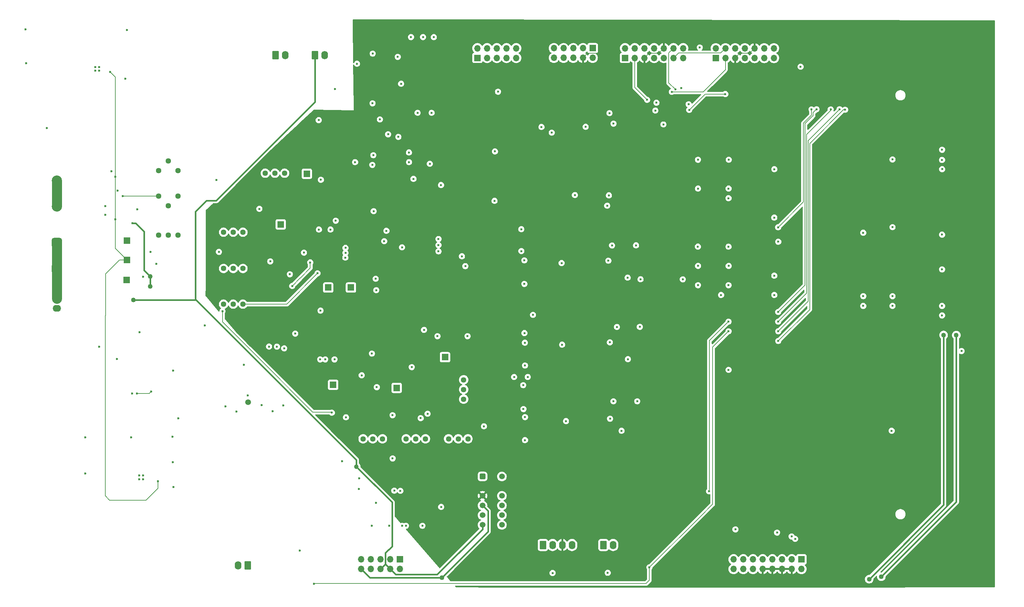
<source format=gbr>
%TF.GenerationSoftware,KiCad,Pcbnew,8.0.8*%
%TF.CreationDate,2025-03-13T09:52:43+00:00*%
%TF.ProjectId,Beehive_Monitor_main_PCB,42656568-6976-4655-9f4d-6f6e69746f72,rev?*%
%TF.SameCoordinates,Original*%
%TF.FileFunction,Copper,L2,Inr*%
%TF.FilePolarity,Positive*%
%FSLAX46Y46*%
G04 Gerber Fmt 4.6, Leading zero omitted, Abs format (unit mm)*
G04 Created by KiCad (PCBNEW 8.0.8) date 2025-03-13 09:52:43*
%MOMM*%
%LPD*%
G01*
G04 APERTURE LIST*
G04 Aperture macros list*
%AMRoundRect*
0 Rectangle with rounded corners*
0 $1 Rounding radius*
0 $2 $3 $4 $5 $6 $7 $8 $9 X,Y pos of 4 corners*
0 Add a 4 corners polygon primitive as box body*
4,1,4,$2,$3,$4,$5,$6,$7,$8,$9,$2,$3,0*
0 Add four circle primitives for the rounded corners*
1,1,$1+$1,$2,$3*
1,1,$1+$1,$4,$5*
1,1,$1+$1,$6,$7*
1,1,$1+$1,$8,$9*
0 Add four rect primitives between the rounded corners*
20,1,$1+$1,$2,$3,$4,$5,0*
20,1,$1+$1,$4,$5,$6,$7,0*
20,1,$1+$1,$6,$7,$8,$9,0*
20,1,$1+$1,$8,$9,$2,$3,0*%
G04 Aperture macros list end*
%TA.AperFunction,ComponentPad*%
%ADD10RoundRect,0.250000X-0.620000X-0.845000X0.620000X-0.845000X0.620000X0.845000X-0.620000X0.845000X0*%
%TD*%
%TA.AperFunction,ComponentPad*%
%ADD11O,1.740000X2.190000*%
%TD*%
%TA.AperFunction,ComponentPad*%
%ADD12C,1.440000*%
%TD*%
%TA.AperFunction,ComponentPad*%
%ADD13R,1.700000X1.700000*%
%TD*%
%TA.AperFunction,ComponentPad*%
%ADD14RoundRect,0.250500X-0.499500X-0.499500X0.499500X-0.499500X0.499500X0.499500X-0.499500X0.499500X0*%
%TD*%
%TA.AperFunction,ComponentPad*%
%ADD15C,1.500000*%
%TD*%
%TA.AperFunction,ComponentPad*%
%ADD16O,1.700000X1.700000*%
%TD*%
%TA.AperFunction,ComponentPad*%
%ADD17C,0.600000*%
%TD*%
%TA.AperFunction,ComponentPad*%
%ADD18RoundRect,0.675000X0.675000X-0.675000X0.675000X0.675000X-0.675000X0.675000X-0.675000X-0.675000X0*%
%TD*%
%TA.AperFunction,ComponentPad*%
%ADD19C,2.700000*%
%TD*%
%TA.AperFunction,ComponentPad*%
%ADD20RoundRect,0.250000X-0.845000X0.620000X-0.845000X-0.620000X0.845000X-0.620000X0.845000X0.620000X0*%
%TD*%
%TA.AperFunction,ComponentPad*%
%ADD21O,2.190000X1.740000*%
%TD*%
%TA.AperFunction,ComponentPad*%
%ADD22RoundRect,0.250000X0.620000X0.845000X-0.620000X0.845000X-0.620000X-0.845000X0.620000X-0.845000X0*%
%TD*%
%TA.AperFunction,ViaPad*%
%ADD23C,0.600000*%
%TD*%
%TA.AperFunction,ViaPad*%
%ADD24C,1.500000*%
%TD*%
%TA.AperFunction,ViaPad*%
%ADD25C,1.250000*%
%TD*%
%TA.AperFunction,ViaPad*%
%ADD26C,1.200000*%
%TD*%
%TA.AperFunction,Conductor*%
%ADD27C,0.400000*%
%TD*%
%TA.AperFunction,Conductor*%
%ADD28C,0.200000*%
%TD*%
%TA.AperFunction,Conductor*%
%ADD29C,2.640000*%
%TD*%
G04 APERTURE END LIST*
D10*
%TO.N,5_V*%
%TO.C,PI_PWR1*%
X118300000Y-59770000D03*
D11*
%TO.N,GND*%
X120840000Y-59770000D03*
%TD*%
D12*
%TO.N,unconnected-(RV7-Pad1)*%
%TO.C,RV7*%
X120665000Y-90760000D03*
%TO.N,GND*%
X118125000Y-90760000D03*
%TO.N,Cref*%
X115585000Y-90760000D03*
%TD*%
D13*
%TO.N,LNA_MF_out*%
%TO.C,TP_4*%
X119620000Y-104200000D03*
%TD*%
%TO.N,Vt_bat_trig_MCU*%
%TO.C,TP_2*%
X79300000Y-108480000D03*
%TD*%
D14*
%TO.N,5_V*%
%TO.C,K2*%
X172530000Y-170365000D03*
D15*
%TO.N,LDR_pin_1*%
X172530000Y-175445000D03*
%TO.N,3.3_V_out*%
X172530000Y-177985000D03*
%TO.N,unconnected-(K2-NO_1-Pad5)*%
X172530000Y-180525000D03*
%TO.N,5_V*%
X172530000Y-183065000D03*
%TO.N,Net-(D8-A)*%
X177610000Y-183065000D03*
%TO.N,unconnected-(K2-NO_2-Pad8)*%
X177610000Y-180525000D03*
%TO.N,unconnected-(K2-COM_2-Pad9)*%
X177610000Y-177985000D03*
%TO.N,unconnected-(K2-NC_2-Pad10)*%
X177610000Y-175445000D03*
%TO.N,Net-(D7-A)*%
X177610000Y-170365000D03*
%TD*%
D12*
%TO.N,LNA_MR_out*%
%TO.C,RV5*%
X109730000Y-125130000D03*
%TO.N,Net-(R25-Pad1)*%
X107190000Y-125130000D03*
%TO.N,unconnected-(RV5-Pad3)*%
X104650000Y-125130000D03*
%TD*%
D13*
%TO.N,MCU_TC_add_0*%
%TO.C,TC_1_2*%
X209900000Y-60495000D03*
D16*
%TO.N,GND*%
X209900000Y-57955000D03*
%TO.N,TC_EN_1*%
X212440000Y-60495000D03*
%TO.N,MCU_TC_add_1*%
X212440000Y-57955000D03*
%TO.N,LDR_pin_1*%
X214980000Y-60495000D03*
%TO.N,TC_Sig_1*%
X214980000Y-57955000D03*
%TO.N,unconnected-(TC_1_2-Pin_7-Pad7)*%
X217520000Y-60495000D03*
%TO.N,unconnected-(TC_1_2-Pin_8-Pad8)*%
X217520000Y-57955000D03*
%TO.N,TC_Sig_1*%
X220060000Y-60495000D03*
%TO.N,LDR_pin_1*%
X220060000Y-57955000D03*
%TO.N,MCU_TC_add_1*%
X222600000Y-60495000D03*
%TO.N,TC_EN_2*%
X222600000Y-57955000D03*
%TO.N,GND*%
X225140000Y-60495000D03*
%TO.N,MCU_TC_add_0*%
X225140000Y-57955000D03*
%TD*%
D17*
%TO.N,GND*%
%TO.C,IC3*%
X71075000Y-62875000D03*
X71075000Y-63875000D03*
X72075000Y-62875000D03*
X72075000Y-63875000D03*
%TD*%
D12*
%TO.N,Net-(U5B--)*%
%TO.C,RV11*%
X168710000Y-160487500D03*
%TO.N,GND*%
X166170000Y-160487500D03*
%TO.N,unconnected-(RV11-Pad3)*%
X163630000Y-160487500D03*
%TD*%
D13*
%TO.N,Pwr_LED_Cathode*%
%TO.C,LEDs1*%
X150890000Y-192125000D03*
D16*
%TO.N,Pwr_LED_Anode*%
X150890000Y-194665000D03*
%TO.N,M_LED_1_cathode*%
X148350000Y-192125000D03*
%TO.N,5_V*%
X148350000Y-194665000D03*
%TO.N,M_LED_2_cathode*%
X145810000Y-192125000D03*
%TO.N,5_V*%
X145810000Y-194665000D03*
%TO.N,unconnected-(LEDs1-Pin_7-Pad7)*%
X143270000Y-192125000D03*
%TO.N,unconnected-(LEDs1-Pin_8-Pad8)*%
X143270000Y-194665000D03*
%TO.N,Maintainance _int*%
X140730000Y-192125000D03*
%TO.N,3.3_V_out*%
X140730000Y-194665000D03*
%TD*%
D10*
%TO.N,Front_mic_pin*%
%TO.C,mic_1_LDR1*%
X188360000Y-188360000D03*
D11*
%TO.N,GND*%
X190900000Y-188360000D03*
%TO.N,LDR_pin_1*%
X193440000Y-188360000D03*
%TO.N,LDR_pin_2*%
X195980000Y-188360000D03*
%TD*%
D10*
%TO.N,Rear_mic_pin*%
%TO.C,mic_2*%
X204230000Y-188360000D03*
D11*
%TO.N,GND*%
X206770000Y-188360000D03*
%TD*%
D12*
%TO.N,LNA_Acc_out*%
%TO.C,RV6*%
X109730000Y-106250000D03*
%TO.N,Net-(R42-Pad1)*%
X107190000Y-106250000D03*
%TO.N,unconnected-(RV6-Pad3)*%
X104650000Y-106250000D03*
%TD*%
D18*
%TO.N,12 V_in*%
%TO.C,F1*%
X61000000Y-115825000D03*
X61000000Y-109065000D03*
D19*
%TO.N,Net-(Q9-D)*%
X61000000Y-99475000D03*
X61000000Y-92715000D03*
%TD*%
D12*
%TO.N,unconnected-(RV8-Pad1)*%
%TO.C,RV8*%
X167585000Y-150077500D03*
%TO.N,GND*%
X167585000Y-147537500D03*
%TO.N,Cref2*%
X167585000Y-144997500D03*
%TD*%
D13*
%TO.N,240_Hz_out_MCU*%
%TO.C,PI_IN1*%
X171195000Y-60495000D03*
D16*
%TO.N,PI_MOSI*%
X171195000Y-57955000D03*
%TO.N,PI_LED_IN*%
X173735000Y-60495000D03*
%TO.N,PI_SCLK*%
X173735000Y-57955000D03*
%TO.N,Vt_bat_trig_MCU*%
X176275000Y-60495000D03*
%TO.N,PI_MISO*%
X176275000Y-57955000D03*
%TO.N,LDR_TRIG_out_MCU*%
X178815000Y-60495000D03*
%TO.N,PI_CS*%
X178815000Y-57955000D03*
%TO.N,6.11_kHz_out_MCU*%
X181355000Y-60495000D03*
%TO.N,Maintainance _int*%
X181355000Y-57955000D03*
%TD*%
D20*
%TO.N,12 V_in*%
%TO.C,12_V_PWR2*%
X60975000Y-123680000D03*
D21*
%TO.N,GND*%
X60975000Y-126220000D03*
%TD*%
D13*
%TO.N,Cref2*%
%TO.C,TP_9*%
X162700000Y-139060000D03*
%TD*%
%TO.N,LNA_MR_out*%
%TO.C,TP_5*%
X132070000Y-120770000D03*
%TD*%
%TO.N,Ven*%
%TO.C,TP_1*%
X79290000Y-113510000D03*
%TD*%
D12*
%TO.N,LDR_pin_2*%
%TO.C,RV9*%
X157575000Y-160487500D03*
%TO.N,GND*%
X155035000Y-160487500D03*
%TO.N,unconnected-(RV9-Pad3)*%
X152495000Y-160487500D03*
%TD*%
D22*
%TO.N,3.3_V_out*%
%TO.C,3.3_V_PWR1*%
X110970000Y-193710000D03*
D11*
%TO.N,GND*%
X108430000Y-193710000D03*
%TD*%
D13*
%TO.N,LDR_out_MCU*%
%TO.C,TP_10*%
X133380000Y-146310000D03*
%TD*%
D12*
%TO.N,Net-(IC10-RG_1)*%
%TO.C,RV10*%
X141225000Y-160487500D03*
%TO.N,Net-(IC10-RG_2)*%
X143765000Y-160487500D03*
%TO.N,unconnected-(RV10-Pad3)*%
X146305000Y-160487500D03*
%TD*%
%TO.N,LNA_MF_out*%
%TO.C,RV4*%
X109730000Y-115770000D03*
%TO.N,Net-(R23-Pad1)*%
X107190000Y-115770000D03*
%TO.N,unconnected-(RV4-Pad3)*%
X104650000Y-115770000D03*
%TD*%
%TO.N,unconnected-(RV2-Pad1)*%
%TO.C,RV2*%
X92710000Y-96770000D03*
%TO.N,GND*%
X90170000Y-99310000D03*
%TO.N,Net-(IC1-+INB)*%
X87630000Y-96770000D03*
%TD*%
%TO.N,unconnected-(RV1-Pad1)*%
%TO.C,RV1*%
X87610000Y-90090000D03*
%TO.N,GND*%
X90150000Y-87550000D03*
%TO.N,Net-(IC1-+INA)*%
X92690000Y-90090000D03*
%TD*%
D13*
%TO.N,LNA_Acc_out*%
%TO.C,TP_6*%
X138040000Y-120770000D03*
%TD*%
D12*
%TO.N,Net-(IC2-RG_2)*%
%TO.C,RV3*%
X92740000Y-107000000D03*
%TO.N,Net-(IC2-RG_1)*%
X90200000Y-107000000D03*
%TO.N,unconnected-(RV3-Pad3)*%
X87660000Y-107000000D03*
%TD*%
D13*
%TO.N,Vcharge_MCU*%
%TO.C,TP_3*%
X79260000Y-118820000D03*
%TD*%
%TO.N,Cref*%
%TO.C,TP_8*%
X126475000Y-90900000D03*
%TD*%
D10*
%TO.N,5_V*%
%TO.C,5_V_PWR1*%
X128580000Y-59770000D03*
D11*
%TO.N,GND*%
X131120000Y-59770000D03*
%TD*%
D13*
%TO.N,unconnected-(Accelerometer1-Pin_1-Pad1)*%
%TO.C,Accelerometer1*%
X201395000Y-57945000D03*
D16*
%TO.N,unconnected-(Accelerometer1-Pin_2-Pad2)*%
X201395000Y-60485000D03*
%TO.N,Acc_sig_in*%
X198855000Y-57945000D03*
%TO.N,LDR_pin_1*%
X198855000Y-60485000D03*
%TO.N,GND*%
X196315000Y-57945000D03*
%TO.N,Acc_tmp*%
X196315000Y-60485000D03*
%TO.N,unconnected-(Accelerometer1-Pin_7-Pad7)*%
X193775000Y-57945000D03*
%TO.N,unconnected-(Accelerometer1-Pin_8-Pad8)*%
X193775000Y-60485000D03*
%TO.N,unconnected-(Accelerometer1-Pin_9-Pad9)*%
X191235000Y-57945000D03*
%TO.N,unconnected-(Accelerometer1-Pin_10-Pad10)*%
X191235000Y-60485000D03*
%TD*%
D13*
%TO.N,LDR_pin_2*%
%TO.C,TP_7*%
X150025000Y-147117500D03*
%TD*%
%TO.N,MCU_TC_add_0*%
%TO.C,TC_3_4*%
X233660000Y-60510000D03*
D16*
%TO.N,GND*%
X233660000Y-57970000D03*
%TO.N,TC_EN_3*%
X236200000Y-60510000D03*
%TO.N,MCU_TC_add_1*%
X236200000Y-57970000D03*
%TO.N,LDR_pin_1*%
X238740000Y-60510000D03*
%TO.N,TC_Sig_1*%
X238740000Y-57970000D03*
%TO.N,unconnected-(TC_3_4-Pin_7-Pad7)*%
X241280000Y-60510000D03*
%TO.N,unconnected-(TC_3_4-Pin_8-Pad8)*%
X241280000Y-57970000D03*
%TO.N,TC_Sig_1*%
X243820000Y-60510000D03*
%TO.N,LDR_pin_1*%
X243820000Y-57970000D03*
%TO.N,MCU_TC_add_1*%
X246360000Y-60510000D03*
%TO.N,TC_EN_4*%
X246360000Y-57970000D03*
%TO.N,GND*%
X248900000Y-60510000D03*
%TO.N,MCU_TC_add_0*%
X248900000Y-57970000D03*
%TD*%
D13*
%TO.N,BTN_3*%
%TO.C,LCD_BTNs1*%
X256120000Y-192130000D03*
D16*
%TO.N,LCD_B{slash}light*%
X256120000Y-194670000D03*
%TO.N,BTN_2*%
X253580000Y-192130000D03*
%TO.N,LDR_pin_1*%
X253580000Y-194670000D03*
%TO.N,BTN_1*%
X251040000Y-192130000D03*
%TO.N,LDR_pin_1*%
X251040000Y-194670000D03*
%TO.N,D_7*%
X248500000Y-192130000D03*
%TO.N,LDR_pin_1*%
X248500000Y-194670000D03*
%TO.N,D_6*%
X245960000Y-192130000D03*
%TO.N,LDR_pin_1*%
X245960000Y-194670000D03*
%TO.N,D_5*%
X243420000Y-192130000D03*
%TO.N,EN*%
X243420000Y-194670000D03*
%TO.N,D_4*%
X240880000Y-192130000D03*
%TO.N,RS*%
X240880000Y-194670000D03*
%TO.N,RW*%
X238340000Y-192130000D03*
%TO.N,GND*%
X238340000Y-194670000D03*
%TD*%
D17*
%TO.N,GND*%
%TO.C,IC5*%
X82550000Y-170100000D03*
X82550000Y-171100000D03*
X83550000Y-170100000D03*
X83550000Y-171100000D03*
%TD*%
D23*
%TO.N,GND*%
X207765000Y-131140000D03*
X75300000Y-90275000D03*
X206850000Y-77745907D03*
X83564666Y-117980000D03*
X91500000Y-173175000D03*
X205815000Y-75005907D03*
X205505000Y-113722500D03*
X193255000Y-114352500D03*
X102775000Y-92525000D03*
X131290000Y-139640000D03*
X153985000Y-141667500D03*
X237020000Y-142400000D03*
X151185000Y-67282500D03*
X199555000Y-78570907D03*
X147790000Y-80550000D03*
X249010000Y-117650000D03*
X161685000Y-178365000D03*
X139630000Y-62030000D03*
X237010000Y-97330000D03*
X150470000Y-81230000D03*
X91350000Y-166600000D03*
X206472499Y-109732500D03*
X183492499Y-119822500D03*
X292980000Y-125600000D03*
X152445000Y-183310000D03*
X182707500Y-111212500D03*
X108025000Y-153335000D03*
X116910000Y-113910000D03*
X76709448Y-139520000D03*
X139132500Y-87870000D03*
X73690000Y-99390000D03*
X125730000Y-111610000D03*
X167126250Y-112572500D03*
X91445000Y-142570000D03*
X114040000Y-100120000D03*
X80650552Y-148564448D03*
X91275000Y-159925000D03*
X68425000Y-160075000D03*
X146766250Y-108617500D03*
X58375000Y-78900000D03*
X120533750Y-136736250D03*
X144815000Y-146932500D03*
X249000000Y-102410000D03*
X118653750Y-136306250D03*
X206840000Y-150640000D03*
X120300000Y-151735000D03*
X205905000Y-135162500D03*
X124650000Y-189825000D03*
X148120000Y-183310000D03*
X52875000Y-61925000D03*
X153790000Y-55032500D03*
X156930000Y-55032500D03*
X249020000Y-89710000D03*
X136610000Y-111705000D03*
X133840000Y-68690000D03*
X78875000Y-65925000D03*
X145630000Y-76640000D03*
X193385000Y-135782500D03*
X176602500Y-69373407D03*
X117525000Y-153210000D03*
X52750000Y-52975000D03*
X168021250Y-115152500D03*
X151470000Y-183310000D03*
X183670000Y-160830000D03*
X143520000Y-183310000D03*
X116583750Y-136276250D03*
X149395000Y-174085000D03*
X217830000Y-74330000D03*
X183257500Y-152680000D03*
X160986250Y-109640000D03*
X150305000Y-60217500D03*
X183655000Y-141240000D03*
X111000000Y-149135000D03*
X156770000Y-183310000D03*
X136735000Y-154847500D03*
X123440000Y-132870000D03*
X82027500Y-100222500D03*
X80425000Y-160075000D03*
X187980000Y-78625907D03*
X292980000Y-128100000D03*
X130060000Y-126830000D03*
X140855000Y-143807500D03*
X148970000Y-165635000D03*
X159762500Y-55032500D03*
X158125000Y-153917500D03*
X153260000Y-87870000D03*
X219950000Y-77960000D03*
X79325000Y-53175000D03*
X147341250Y-105882500D03*
X205960000Y-155210000D03*
X143750000Y-59360000D03*
X73680000Y-101690000D03*
X68450000Y-169600000D03*
X105125000Y-151960000D03*
X122020000Y-117290000D03*
X133740000Y-139640000D03*
X87010000Y-114580000D03*
X110000000Y-141060000D03*
X292990000Y-89700000D03*
X140150000Y-173650000D03*
X183515000Y-132730000D03*
X279990000Y-104910000D03*
X194430000Y-155840000D03*
X129980000Y-139640000D03*
X114650000Y-151610000D03*
%TO.N,Vref*%
X183207500Y-146400000D03*
D24*
X111115000Y-150850000D03*
D23*
X182697500Y-105472500D03*
X160986250Y-108040000D03*
X129590000Y-76830000D03*
X144681250Y-121482500D03*
X185755000Y-127940000D03*
X175680000Y-98015907D03*
X144521250Y-118462500D03*
X143990000Y-100740000D03*
X213755000Y-131100000D03*
X196740000Y-96505907D03*
X103430000Y-111420000D03*
X213090000Y-150640000D03*
X157191250Y-131902500D03*
X205652500Y-96575907D03*
X205205000Y-99295907D03*
X183625000Y-135260000D03*
X183492499Y-113632500D03*
X143655000Y-88592500D03*
X161660000Y-93870000D03*
X130160000Y-92490000D03*
X190670000Y-80105907D03*
X160986250Y-111270000D03*
X175780000Y-85045907D03*
X158710000Y-88300000D03*
X151426250Y-110220000D03*
X212762499Y-109702500D03*
X136610000Y-110360000D03*
X183670000Y-154790000D03*
D25*
%TO.N,3.3_V_out*%
X293380000Y-133240000D03*
X161850000Y-196950000D03*
X273880000Y-197320000D03*
D23*
%TO.N,LDR_pin_1*%
X141970000Y-87870000D03*
X189835000Y-78600907D03*
X113205000Y-95350000D03*
X140970000Y-62000000D03*
X264860000Y-74020000D03*
X118525000Y-141080000D03*
X116488750Y-132360000D03*
X195062499Y-114372500D03*
D25*
X107580000Y-120260000D03*
D23*
X153175000Y-136495000D03*
X219950000Y-77000000D03*
X195390000Y-155840000D03*
X80760000Y-103880000D03*
X136335000Y-135400000D03*
X138845000Y-148157500D03*
X160842500Y-59112500D03*
X118085000Y-140670000D03*
X195075000Y-135790000D03*
X150551250Y-108610000D03*
X131712500Y-129800000D03*
X140855000Y-145077500D03*
X158185000Y-150857500D03*
X172140000Y-163270000D03*
D25*
X85446290Y-117846471D03*
D23*
X126730000Y-111620000D03*
X151175000Y-68472500D03*
D25*
X85440000Y-120446471D03*
D23*
%TO.N,Rear_mic_pin*%
X143520000Y-138110000D03*
%TO.N,Front_mic_pin*%
X104380000Y-127010000D03*
X133031371Y-153627500D03*
%TO.N,IC7_outA*%
X136570000Y-112910000D03*
X134050000Y-103240000D03*
%TO.N,Net-(U1D--)*%
X153250000Y-85320000D03*
X154430000Y-92250000D03*
%TO.N,Acc_AA_out_to_MCU*%
X210635000Y-139592500D03*
X298075000Y-137455000D03*
D26*
%TO.N,5_V*%
X139457500Y-167797500D03*
D25*
X277060000Y-196670000D03*
X296710000Y-133270000D03*
X80990000Y-124040000D03*
D23*
%TO.N,Net-(L3-THRESHOLD)*%
X81975552Y-148579448D03*
X85650552Y-148079448D03*
%TO.N,Mic_F_AA_out_to_MCU*%
X210565000Y-118182500D03*
X225020000Y-118620000D03*
X213950000Y-118600000D03*
X292980000Y-116010000D03*
%TO.N,Mic_R_AA_out_to_MCU*%
X279770000Y-158370000D03*
X208970000Y-158380000D03*
%TO.N,Pwr_LED_Anode*%
X92760000Y-155070000D03*
%TO.N,Net-(IC1-+INB)*%
X78220000Y-96800000D03*
%TO.N,Ven*%
X87475000Y-171650000D03*
X76310000Y-102910000D03*
X74925000Y-64175000D03*
X76310000Y-91730000D03*
%TO.N,Vt_bat_trig_MCU*%
X237010000Y-132260000D03*
X82600552Y-132474448D03*
X128320000Y-198520000D03*
X216280000Y-194220000D03*
%TO.N,Vtest*%
X76910000Y-95340000D03*
X85540000Y-111460000D03*
%TO.N,Vcharge_MCU*%
X253540000Y-186120000D03*
X72090000Y-136300000D03*
%TO.N,LNA_MR_out*%
X168600000Y-133550000D03*
X129290000Y-117040000D03*
X160720000Y-133550000D03*
%TO.N,LNA_MF_out*%
X129650000Y-105560000D03*
X132690000Y-105560000D03*
X143925000Y-86032500D03*
%TO.N,Net-(IC8--IN_B)*%
X127380000Y-114180000D03*
X122660000Y-120370000D03*
%TO.N,Relay_close*%
X140195000Y-170885000D03*
X151001985Y-174153015D03*
%TO.N,LDR_out_MCU*%
X205340000Y-195660000D03*
X254470000Y-186760000D03*
X148955000Y-154287500D03*
X172900000Y-157210000D03*
%TO.N,TC_EN_1*%
X215660000Y-71500000D03*
%TO.N,MCU_TC_add_2*%
X292980000Y-87280000D03*
X218110000Y-72260000D03*
%TO.N,MCU_TC_add_3*%
X226560000Y-72651178D03*
X292980000Y-84610000D03*
%TO.N,TC_EN_3*%
X222150000Y-69400000D03*
%TO.N,TC_EN_4*%
X236170000Y-70000000D03*
X226700000Y-74160000D03*
%TO.N,TC_EN_2*%
X223060000Y-68780000D03*
%TO.N,SD__detect*%
X250020000Y-104950000D03*
X258770000Y-74010000D03*
X255900000Y-62810000D03*
%TO.N,MCU_TC_add_1*%
X279990000Y-123040000D03*
X272320000Y-123030000D03*
%TO.N,MCU_TC_add_0*%
X279990000Y-125600000D03*
X272320000Y-125600000D03*
%TO.N,SD_CS*%
X250030000Y-134800000D03*
X267570000Y-74100000D03*
%TO.N,SD_MISO*%
X260060000Y-73980000D03*
X250020000Y-127180000D03*
%TO.N,SD_SCLK*%
X250020000Y-129720000D03*
X263800000Y-74010000D03*
%TO.N,6.11_kHz_AA_out_MCU*%
X224580000Y-68380000D03*
X279990000Y-87160000D03*
%TO.N,LDR_TRIG_out_MCU*%
X156315000Y-155057500D03*
X231900000Y-174260000D03*
X236990000Y-129720000D03*
%TO.N,Acc_420_Hz_out_MCU*%
X180810000Y-144260000D03*
X184390000Y-144260000D03*
%TO.N,SD_MOSI*%
X266090000Y-73980000D03*
X250030000Y-132250000D03*
%TO.N,TC_Sig_1*%
X229460000Y-57760000D03*
X272320000Y-106390000D03*
X292980000Y-106890000D03*
%TO.N,MCU_LED_IN*%
X190890000Y-195710000D03*
X249740000Y-185110000D03*
%TO.N,Maintainance _int*%
X249010000Y-122730000D03*
X238820000Y-184270000D03*
X235060000Y-122730000D03*
%TO.N,PI_LED_IN*%
X135750000Y-166370000D03*
X99760000Y-130700000D03*
X144570000Y-177285000D03*
%TO.N,Cref*%
X143695000Y-72420000D03*
%TO.N,Net-(U2B-+)*%
X159190000Y-74920000D03*
X155510000Y-74920000D03*
%TO.N,Acc_tmp*%
X250040000Y-108750000D03*
%TO.N,Net-(J4-Pin_29)*%
X229010000Y-87230000D03*
X237070000Y-87220000D03*
%TO.N,Net-(J4-Pin_3)*%
X237010000Y-120170000D03*
X229010000Y-120170000D03*
%TO.N,Net-(J4-Pin_11)*%
X237010000Y-110050000D03*
X228980000Y-110030000D03*
%TO.N,Net-(J4-Pin_23)*%
X237020000Y-94790000D03*
X229010000Y-94800000D03*
%TO.N,Net-(J4-Pin_7)*%
X229020000Y-115100000D03*
X237040000Y-115100000D03*
%TD*%
D27*
%TO.N,3.3_V_out*%
X173970000Y-184830000D02*
X164530000Y-194270000D01*
X293380000Y-177820000D02*
X293380000Y-133240000D01*
X162040000Y-196760000D02*
X164530000Y-194270000D01*
X161850000Y-196950000D02*
X143015000Y-196950000D01*
X143015000Y-196950000D02*
X140730000Y-194665000D01*
X172530000Y-177985000D02*
X173970000Y-179425000D01*
X273880000Y-197320000D02*
X293380000Y-177820000D01*
X161850000Y-196950000D02*
X164530000Y-194270000D01*
X173970000Y-179425000D02*
X173970000Y-184830000D01*
D28*
%TO.N,LDR_pin_1*%
X242520000Y-59270000D02*
X243820000Y-57970000D01*
D27*
X81660000Y-103880000D02*
X80760000Y-103880000D01*
D28*
X198855000Y-60485000D02*
X200080000Y-59260000D01*
X200080000Y-59260000D02*
X203190000Y-59260000D01*
D27*
X83840000Y-106060000D02*
X83840000Y-116240181D01*
X83840000Y-106060000D02*
X81660000Y-103880000D01*
X83840000Y-116240181D02*
X85446290Y-117846471D01*
D28*
X239980000Y-59270000D02*
X242520000Y-59270000D01*
D27*
X85440000Y-120446471D02*
X85446290Y-120440181D01*
D28*
X218725000Y-59290000D02*
X220060000Y-57955000D01*
D27*
X85446290Y-120440181D02*
X85446290Y-117846471D01*
D28*
X238740000Y-60510000D02*
X239980000Y-59270000D01*
X214980000Y-60495000D02*
X216185000Y-59290000D01*
X216185000Y-59290000D02*
X218725000Y-59290000D01*
D27*
X85188768Y-117971232D02*
X85400000Y-117760000D01*
D28*
%TO.N,Front_mic_pin*%
X132913186Y-153509314D02*
X132913186Y-153509315D01*
X128028186Y-153471814D02*
X132875685Y-153471814D01*
X104380000Y-129823629D02*
X113680000Y-139123629D01*
X132875685Y-153471814D02*
X133031371Y-153627500D01*
X133031371Y-153627500D02*
X132913186Y-153509314D01*
X132913186Y-153509315D02*
X133031371Y-153627500D01*
X104380000Y-127010000D02*
X104380000Y-129823629D01*
X113680000Y-139123629D02*
X128028186Y-153471814D01*
D27*
%TO.N,5_V*%
X97300000Y-123875000D02*
X110275000Y-136850000D01*
X139457500Y-166032500D02*
X139457500Y-167797500D01*
X81015552Y-124014448D02*
X97160552Y-124014448D01*
D28*
X80990000Y-124040000D02*
X81015552Y-124014448D01*
D27*
X148820000Y-177160000D02*
X148820000Y-188717233D01*
X128600000Y-72030000D02*
X102660000Y-97970000D01*
X148350000Y-194665000D02*
X149810000Y-196125000D01*
X147100000Y-190437233D02*
X147100000Y-193415000D01*
X128580000Y-72010000D02*
X128580000Y-59770000D01*
X100190000Y-97970000D02*
X97300000Y-100860000D01*
X97300000Y-100860000D02*
X97300000Y-123875000D01*
X147100000Y-190437233D02*
X148820000Y-188717233D01*
X147100000Y-193415000D02*
X148350000Y-194665000D01*
X102660000Y-97970000D02*
X100190000Y-97970000D01*
X296710000Y-177020000D02*
X296710000Y-133270000D01*
X110275000Y-136850000D02*
X138062500Y-164637500D01*
X138062500Y-164637500D02*
X139457500Y-166032500D01*
X277060000Y-196670000D02*
X296710000Y-177020000D01*
X145810000Y-194665000D02*
X147100000Y-193375000D01*
X160640000Y-196125000D02*
X172530000Y-184235000D01*
X128600000Y-72030000D02*
X128580000Y-72010000D01*
X139457500Y-167797500D02*
X148820000Y-177160000D01*
X172530000Y-184235000D02*
X172530000Y-183065000D01*
X128580000Y-59740000D02*
X128600000Y-59760000D01*
D28*
X97160552Y-124014448D02*
X97300000Y-123875000D01*
D27*
X149810000Y-196125000D02*
X160640000Y-196125000D01*
D28*
%TO.N,Net-(L3-THRESHOLD)*%
X85150552Y-148579448D02*
X81975552Y-148579448D01*
X85650552Y-148079448D02*
X85150552Y-148579448D01*
%TO.N,Net-(IC1-+INB)*%
X78220000Y-96800000D02*
X78250000Y-96770000D01*
X78250000Y-96770000D02*
X87630000Y-96770000D01*
%TO.N,Ven*%
X87475000Y-171650000D02*
X87475000Y-173450000D01*
X73720000Y-117160000D02*
X77370000Y-113510000D01*
X74775000Y-176575000D02*
X73625000Y-175425000D01*
X87475000Y-173450000D02*
X86325000Y-174600000D01*
X73720000Y-128080000D02*
X73720000Y-117160000D01*
X76310000Y-91730000D02*
X76310000Y-65560000D01*
X76310000Y-65560000D02*
X74925000Y-64175000D01*
X77370000Y-113510000D02*
X79290000Y-113510000D01*
X76310000Y-110530000D02*
X79290000Y-113510000D01*
X76310000Y-91730000D02*
X76310000Y-110530000D01*
X73625000Y-175425000D02*
X73625000Y-128175000D01*
X84350000Y-176575000D02*
X74775000Y-176575000D01*
X73625000Y-128175000D02*
X73720000Y-128080000D01*
X86325000Y-174600000D02*
X84350000Y-176575000D01*
%TO.N,Vt_bat_trig_MCU*%
X232850000Y-136420000D02*
X237010000Y-132260000D01*
X216280000Y-194220000D02*
X229595000Y-180905000D01*
X128320000Y-198470000D02*
X215380000Y-198470000D01*
X216270000Y-197580000D02*
X216270000Y-194230000D01*
X229595000Y-180905000D02*
X232850000Y-177650000D01*
X232850000Y-177650000D02*
X232850000Y-136420000D01*
X215380000Y-198470000D02*
X216270000Y-197580000D01*
X216270000Y-194230000D02*
X216280000Y-194220000D01*
%TO.N,LNA_MR_out*%
X129310000Y-117050000D02*
X121230000Y-125130000D01*
X121230000Y-125130000D02*
X109730000Y-125130000D01*
%TO.N,Net-(IC8--IN_B)*%
X124750000Y-118270000D02*
X124760000Y-118270000D01*
X124750000Y-118280000D02*
X122660000Y-120370000D01*
X124760000Y-118270000D02*
X127380000Y-115650000D01*
X127380000Y-115650000D02*
X127380000Y-114180000D01*
%TO.N,TC_EN_1*%
X212440000Y-60495000D02*
X212440000Y-68280000D01*
X212440000Y-68280000D02*
X215660000Y-71500000D01*
%TO.N,TC_EN_3*%
X236200000Y-63570000D02*
X236200000Y-60510000D01*
X230370000Y-69400000D02*
X236200000Y-63570000D01*
X222150000Y-69400000D02*
X230370000Y-69400000D01*
%TO.N,TC_EN_4*%
X230860000Y-70000000D02*
X226700000Y-74160000D01*
X236170000Y-70000000D02*
X230860000Y-70000000D01*
%TO.N,TC_EN_2*%
X221340000Y-59215000D02*
X221320000Y-59215000D01*
X221320000Y-67040000D02*
X221320000Y-59215000D01*
X222600000Y-57955000D02*
X221340000Y-59215000D01*
X223060000Y-68780000D02*
X221320000Y-67040000D01*
%TO.N,SD__detect*%
X256640000Y-77614314D02*
X256640000Y-98330000D01*
X258770000Y-74050000D02*
X258770000Y-75484314D01*
X258770000Y-75484314D02*
X256640000Y-77614314D01*
X256640000Y-98330000D02*
X250020000Y-104950000D01*
%TO.N,MCU_TC_add_1*%
X223855000Y-59240000D02*
X223855000Y-59210000D01*
X222600000Y-60495000D02*
X223855000Y-59240000D01*
X223855000Y-59210000D02*
X234960000Y-59210000D01*
X234960000Y-59210000D02*
X236200000Y-57970000D01*
%TO.N,SD_CS*%
X267120000Y-74100000D02*
X258280000Y-82940000D01*
X258280000Y-126550000D02*
X250030000Y-134800000D01*
X258280000Y-82940000D02*
X258280000Y-126550000D01*
X267570000Y-74100000D02*
X267120000Y-74100000D01*
%TO.N,SD_MISO*%
X260040000Y-74000000D02*
X259170000Y-74870000D01*
X257080000Y-77740000D02*
X257080000Y-120120000D01*
X257080000Y-120120000D02*
X250020000Y-127180000D01*
X259170000Y-75650000D02*
X258935685Y-75884314D01*
X258935685Y-75884314D02*
X257080000Y-77740000D01*
X259170000Y-74870000D02*
X259170000Y-75650000D01*
%TO.N,SD_SCLK*%
X263800000Y-74280000D02*
X257480000Y-80600000D01*
X257480000Y-122260000D02*
X250020000Y-129720000D01*
X257480000Y-80600000D02*
X257480000Y-122260000D01*
X263800000Y-74010000D02*
X263800000Y-74280000D01*
%TO.N,LDR_TRIG_out_MCU*%
X232010000Y-174150000D02*
X232010000Y-134700000D01*
X232010000Y-134700000D02*
X236990000Y-129720000D01*
X231900000Y-174260000D02*
X232010000Y-174150000D01*
%TO.N,SD_MOSI*%
X257880000Y-124400000D02*
X250030000Y-132250000D01*
X266084265Y-73985735D02*
X257880000Y-82190000D01*
X257880000Y-82190000D02*
X257880000Y-124400000D01*
D29*
%TO.N,12 V_in*%
X60975000Y-123680000D02*
X60975000Y-115850000D01*
X61000000Y-109065000D02*
X61000000Y-115825000D01*
D28*
X60975000Y-115850000D02*
X61000000Y-115825000D01*
D29*
%TO.N,Net-(Q9-D)*%
X61000000Y-99475000D02*
X61000000Y-92715000D01*
%TD*%
%TA.AperFunction,Conductor*%
%TO.N,LDR_pin_1*%
G36*
X248034075Y-194477007D02*
G01*
X248000000Y-194604174D01*
X248000000Y-194735826D01*
X248034075Y-194862993D01*
X248066988Y-194920000D01*
X246393012Y-194920000D01*
X246425925Y-194862993D01*
X246460000Y-194735826D01*
X246460000Y-194604174D01*
X246425925Y-194477007D01*
X246393012Y-194420000D01*
X248066988Y-194420000D01*
X248034075Y-194477007D01*
G37*
%TD.AperFunction*%
%TA.AperFunction,Conductor*%
G36*
X250574075Y-194477007D02*
G01*
X250540000Y-194604174D01*
X250540000Y-194735826D01*
X250574075Y-194862993D01*
X250606988Y-194920000D01*
X248933012Y-194920000D01*
X248965925Y-194862993D01*
X249000000Y-194735826D01*
X249000000Y-194604174D01*
X248965925Y-194477007D01*
X248933012Y-194420000D01*
X250606988Y-194420000D01*
X250574075Y-194477007D01*
G37*
%TD.AperFunction*%
%TA.AperFunction,Conductor*%
G36*
X253114075Y-194477007D02*
G01*
X253080000Y-194604174D01*
X253080000Y-194735826D01*
X253114075Y-194862993D01*
X253146988Y-194920000D01*
X251473012Y-194920000D01*
X251505925Y-194862993D01*
X251540000Y-194735826D01*
X251540000Y-194604174D01*
X251505925Y-194477007D01*
X251473012Y-194420000D01*
X253146988Y-194420000D01*
X253114075Y-194477007D01*
G37*
%TD.AperFunction*%
%TA.AperFunction,Conductor*%
G36*
X240094855Y-58636546D02*
G01*
X240111575Y-58655842D01*
X240241501Y-58841396D01*
X240241506Y-58841402D01*
X240408597Y-59008493D01*
X240408603Y-59008498D01*
X240594158Y-59138425D01*
X240637783Y-59193002D01*
X240644977Y-59262500D01*
X240613454Y-59324855D01*
X240594158Y-59341575D01*
X240408597Y-59471505D01*
X240241508Y-59638594D01*
X240111269Y-59824595D01*
X240056692Y-59868219D01*
X239987193Y-59875412D01*
X239924839Y-59843890D01*
X239908119Y-59824594D01*
X239778113Y-59638926D01*
X239778108Y-59638920D01*
X239611078Y-59471890D01*
X239425405Y-59341879D01*
X239381780Y-59287302D01*
X239374588Y-59217804D01*
X239406110Y-59155449D01*
X239425406Y-59138730D01*
X239426279Y-59138119D01*
X239611401Y-59008495D01*
X239778495Y-58841401D01*
X239908425Y-58655842D01*
X239963002Y-58612217D01*
X240032500Y-58605023D01*
X240094855Y-58636546D01*
G37*
%TD.AperFunction*%
%TA.AperFunction,Conductor*%
G36*
X242635160Y-58636110D02*
G01*
X242651879Y-58655405D01*
X242781890Y-58841078D01*
X242948917Y-59008105D01*
X243134595Y-59138119D01*
X243178219Y-59192696D01*
X243185412Y-59262195D01*
X243153890Y-59324549D01*
X243134595Y-59341269D01*
X242948594Y-59471508D01*
X242781505Y-59638597D01*
X242651575Y-59824158D01*
X242596998Y-59867783D01*
X242527500Y-59874977D01*
X242465145Y-59843454D01*
X242448425Y-59824158D01*
X242318494Y-59638597D01*
X242151402Y-59471506D01*
X242151396Y-59471501D01*
X241965842Y-59341575D01*
X241922217Y-59286998D01*
X241915023Y-59217500D01*
X241946546Y-59155145D01*
X241965842Y-59138425D01*
X242005983Y-59110318D01*
X242151401Y-59008495D01*
X242318495Y-58841401D01*
X242448730Y-58655405D01*
X242503307Y-58611781D01*
X242572805Y-58604587D01*
X242635160Y-58636110D01*
G37*
%TD.AperFunction*%
%TA.AperFunction,Conductor*%
G36*
X216334855Y-58621546D02*
G01*
X216351575Y-58640842D01*
X216481501Y-58826396D01*
X216481506Y-58826402D01*
X216648597Y-58993493D01*
X216648603Y-58993498D01*
X216834158Y-59123425D01*
X216877783Y-59178002D01*
X216884977Y-59247500D01*
X216853454Y-59309855D01*
X216834158Y-59326575D01*
X216648597Y-59456505D01*
X216481508Y-59623594D01*
X216351269Y-59809595D01*
X216296692Y-59853219D01*
X216227193Y-59860412D01*
X216164839Y-59828890D01*
X216148119Y-59809594D01*
X216018113Y-59623926D01*
X216018108Y-59623920D01*
X215851078Y-59456890D01*
X215665405Y-59326879D01*
X215621780Y-59272302D01*
X215614588Y-59202804D01*
X215646110Y-59140449D01*
X215665406Y-59123730D01*
X215672111Y-59119035D01*
X215851401Y-58993495D01*
X216018495Y-58826401D01*
X216148425Y-58640842D01*
X216203002Y-58597217D01*
X216272500Y-58590023D01*
X216334855Y-58621546D01*
G37*
%TD.AperFunction*%
%TA.AperFunction,Conductor*%
G36*
X218875160Y-58621110D02*
G01*
X218891879Y-58640405D01*
X219021890Y-58826078D01*
X219188917Y-58993105D01*
X219374595Y-59123119D01*
X219418219Y-59177696D01*
X219425412Y-59247195D01*
X219393890Y-59309549D01*
X219374595Y-59326269D01*
X219188594Y-59456508D01*
X219021505Y-59623597D01*
X218891575Y-59809158D01*
X218836998Y-59852783D01*
X218767500Y-59859977D01*
X218705145Y-59828454D01*
X218688425Y-59809158D01*
X218558494Y-59623597D01*
X218391402Y-59456506D01*
X218391396Y-59456501D01*
X218205842Y-59326575D01*
X218162217Y-59271998D01*
X218155023Y-59202500D01*
X218186546Y-59140145D01*
X218205842Y-59123425D01*
X218328791Y-59037335D01*
X218391401Y-58993495D01*
X218558495Y-58826401D01*
X218688730Y-58640405D01*
X218743307Y-58596781D01*
X218812805Y-58589587D01*
X218875160Y-58621110D01*
G37*
%TD.AperFunction*%
%TA.AperFunction,Conductor*%
G36*
X199979340Y-58833068D02*
G01*
X200035274Y-58874939D01*
X200052189Y-58905917D01*
X200101202Y-59037328D01*
X200101206Y-59037335D01*
X200187452Y-59152544D01*
X200187455Y-59152547D01*
X200302664Y-59238793D01*
X200302671Y-59238797D01*
X200434081Y-59287810D01*
X200490015Y-59329681D01*
X200514432Y-59395145D01*
X200499580Y-59463418D01*
X200478430Y-59491673D01*
X200356505Y-59613598D01*
X200226269Y-59799595D01*
X200171692Y-59843219D01*
X200102193Y-59850412D01*
X200039839Y-59818890D01*
X200023119Y-59799594D01*
X199893113Y-59613926D01*
X199893108Y-59613920D01*
X199726078Y-59446890D01*
X199540405Y-59316879D01*
X199496780Y-59262302D01*
X199489588Y-59192804D01*
X199521110Y-59130449D01*
X199540406Y-59113730D01*
X199545279Y-59110318D01*
X199726401Y-58983495D01*
X199848329Y-58861566D01*
X199909648Y-58828084D01*
X199979340Y-58833068D01*
G37*
%TD.AperFunction*%
%TA.AperFunction,Conductor*%
G36*
X306665686Y-50619607D02*
G01*
X306732694Y-50639391D01*
X306778371Y-50692263D01*
X306789500Y-50743607D01*
X306789500Y-199356397D01*
X306769815Y-199423436D01*
X306717011Y-199469191D01*
X306665616Y-199480397D01*
X259572091Y-199524500D01*
X177482567Y-199524500D01*
X177481898Y-199524498D01*
X165576512Y-199460304D01*
X165509580Y-199440258D01*
X165483158Y-199417150D01*
X165361233Y-199275339D01*
X165332455Y-199211673D01*
X165342665Y-199142554D01*
X165388623Y-199089927D01*
X165455260Y-199070500D01*
X215293331Y-199070500D01*
X215293347Y-199070501D01*
X215300943Y-199070501D01*
X215459054Y-199070501D01*
X215459057Y-199070501D01*
X215611785Y-199029577D01*
X215661904Y-199000639D01*
X215748716Y-198950520D01*
X215860520Y-198838716D01*
X215860520Y-198838714D01*
X215870728Y-198828507D01*
X215870730Y-198828504D01*
X216628506Y-198070728D01*
X216628511Y-198070724D01*
X216638714Y-198060520D01*
X216638716Y-198060520D01*
X216750520Y-197948716D01*
X216823528Y-197822262D01*
X216829577Y-197811785D01*
X216870500Y-197659057D01*
X216870500Y-197500943D01*
X216870500Y-197319999D01*
X272749678Y-197319999D01*
X272749678Y-197320000D01*
X272768923Y-197527691D01*
X272768923Y-197527693D01*
X272768924Y-197527696D01*
X272812777Y-197681822D01*
X272826007Y-197728322D01*
X272896306Y-197869500D01*
X272918981Y-197915038D01*
X273044682Y-198081493D01*
X273198829Y-198222016D01*
X273376172Y-198331823D01*
X273570673Y-198407173D01*
X273775707Y-198445500D01*
X273775710Y-198445500D01*
X273984290Y-198445500D01*
X273984293Y-198445500D01*
X274189327Y-198407173D01*
X274383828Y-198331823D01*
X274561171Y-198222016D01*
X274715318Y-198081493D01*
X274841019Y-197915038D01*
X274933994Y-197728319D01*
X274991076Y-197527696D01*
X275010322Y-197320000D01*
X275003848Y-197250139D01*
X275017263Y-197181570D01*
X275039635Y-197151020D01*
X275728612Y-196462043D01*
X275789933Y-196428560D01*
X275859625Y-196433544D01*
X275915558Y-196475416D01*
X275939975Y-196540880D01*
X275939762Y-196561166D01*
X275929678Y-196669997D01*
X275929678Y-196670000D01*
X275948923Y-196877691D01*
X275948923Y-196877693D01*
X275948924Y-196877696D01*
X276006006Y-197078319D01*
X276006007Y-197078322D01*
X276091563Y-197250140D01*
X276098981Y-197265038D01*
X276224682Y-197431493D01*
X276378829Y-197572016D01*
X276556172Y-197681823D01*
X276750673Y-197757173D01*
X276955707Y-197795500D01*
X276955710Y-197795500D01*
X277164290Y-197795500D01*
X277164293Y-197795500D01*
X277369327Y-197757173D01*
X277563828Y-197681823D01*
X277741171Y-197572016D01*
X277895318Y-197431493D01*
X278021019Y-197265038D01*
X278113994Y-197078319D01*
X278171076Y-196877696D01*
X278190322Y-196670000D01*
X278183848Y-196600139D01*
X278197263Y-196531570D01*
X278219635Y-196501020D01*
X297254114Y-177466543D01*
X297330775Y-177351811D01*
X297383580Y-177224328D01*
X297407168Y-177105745D01*
X297410500Y-177088995D01*
X297410500Y-138207236D01*
X297430185Y-138140197D01*
X297482989Y-138094442D01*
X297552147Y-138084498D01*
X297600470Y-138102241D01*
X297725478Y-138180789D01*
X297895745Y-138240368D01*
X297895750Y-138240369D01*
X298074996Y-138260565D01*
X298075000Y-138260565D01*
X298075004Y-138260565D01*
X298254249Y-138240369D01*
X298254252Y-138240368D01*
X298254255Y-138240368D01*
X298424522Y-138180789D01*
X298577262Y-138084816D01*
X298704816Y-137957262D01*
X298800789Y-137804522D01*
X298860368Y-137634255D01*
X298863356Y-137607737D01*
X298880565Y-137455003D01*
X298880565Y-137454996D01*
X298860369Y-137275750D01*
X298860368Y-137275745D01*
X298800788Y-137105476D01*
X298754644Y-137032039D01*
X298704816Y-136952738D01*
X298577262Y-136825184D01*
X298462575Y-136753121D01*
X298424523Y-136729211D01*
X298254254Y-136669631D01*
X298254249Y-136669630D01*
X298075004Y-136649435D01*
X298074996Y-136649435D01*
X297895750Y-136669630D01*
X297895745Y-136669631D01*
X297725476Y-136729211D01*
X297600472Y-136807757D01*
X297533235Y-136826757D01*
X297466400Y-136806389D01*
X297421186Y-136753121D01*
X297410500Y-136702763D01*
X297410500Y-134209146D01*
X297430185Y-134142107D01*
X297450957Y-134117513D01*
X297545318Y-134031493D01*
X297671019Y-133865038D01*
X297763994Y-133678319D01*
X297821076Y-133477696D01*
X297840322Y-133270000D01*
X297821076Y-133062304D01*
X297763994Y-132861681D01*
X297671019Y-132674962D01*
X297545318Y-132508507D01*
X297512409Y-132478507D01*
X297391172Y-132367985D01*
X297391171Y-132367984D01*
X297213828Y-132258177D01*
X297213827Y-132258176D01*
X297071609Y-132203081D01*
X297019327Y-132182827D01*
X296814293Y-132144500D01*
X296605707Y-132144500D01*
X296400673Y-132182827D01*
X296400670Y-132182827D01*
X296400670Y-132182828D01*
X296206172Y-132258176D01*
X296206171Y-132258177D01*
X296028827Y-132367985D01*
X295874683Y-132508505D01*
X295748981Y-132674961D01*
X295656007Y-132861677D01*
X295627465Y-132961992D01*
X295600842Y-133055565D01*
X295598923Y-133062308D01*
X295579678Y-133269999D01*
X295579678Y-133270000D01*
X295598923Y-133477691D01*
X295598923Y-133477693D01*
X295598924Y-133477696D01*
X295656006Y-133678319D01*
X295656007Y-133678322D01*
X295681369Y-133729255D01*
X295748981Y-133865038D01*
X295874682Y-134031493D01*
X295969039Y-134117510D01*
X296005319Y-134177219D01*
X296009500Y-134209146D01*
X296009500Y-176678480D01*
X295989815Y-176745519D01*
X295973181Y-176766161D01*
X277231161Y-195508181D01*
X277169838Y-195541666D01*
X277143480Y-195544500D01*
X276949974Y-195544500D01*
X276949974Y-195543149D01*
X276887930Y-195531009D01*
X276837500Y-195482651D01*
X276821220Y-195414704D01*
X276844259Y-195348742D01*
X276857375Y-195333280D01*
X293924113Y-178266543D01*
X293936727Y-178247666D01*
X294000775Y-178151811D01*
X294053580Y-178024328D01*
X294055341Y-178015478D01*
X294071249Y-177935500D01*
X294080500Y-177888993D01*
X294080500Y-134179146D01*
X294100185Y-134112107D01*
X294120957Y-134087513D01*
X294215318Y-134001493D01*
X294341019Y-133835038D01*
X294433994Y-133648319D01*
X294491076Y-133447696D01*
X294510322Y-133240000D01*
X294491076Y-133032304D01*
X294433994Y-132831681D01*
X294341019Y-132644962D01*
X294215318Y-132478507D01*
X294172260Y-132439255D01*
X294061172Y-132337985D01*
X294061171Y-132337984D01*
X293883828Y-132228177D01*
X293883827Y-132228176D01*
X293727636Y-132167668D01*
X293689327Y-132152827D01*
X293484293Y-132114500D01*
X293275707Y-132114500D01*
X293070673Y-132152827D01*
X293070670Y-132152827D01*
X293070670Y-132152828D01*
X292876172Y-132228176D01*
X292876171Y-132228177D01*
X292698827Y-132337985D01*
X292544683Y-132478505D01*
X292418981Y-132644961D01*
X292326007Y-132831677D01*
X292268923Y-133032308D01*
X292249678Y-133239999D01*
X292249678Y-133240000D01*
X292268923Y-133447691D01*
X292268923Y-133447693D01*
X292268924Y-133447696D01*
X292288179Y-133515369D01*
X292326007Y-133648322D01*
X292366304Y-133729249D01*
X292418981Y-133835038D01*
X292544682Y-134001493D01*
X292639039Y-134087510D01*
X292675319Y-134147219D01*
X292679500Y-134179146D01*
X292679500Y-177478480D01*
X292659815Y-177545519D01*
X292643181Y-177566161D01*
X274051161Y-196158181D01*
X273989838Y-196191666D01*
X273963480Y-196194500D01*
X273775707Y-196194500D01*
X273570673Y-196232827D01*
X273570670Y-196232827D01*
X273570670Y-196232828D01*
X273376172Y-196308176D01*
X273376171Y-196308177D01*
X273198827Y-196417985D01*
X273044683Y-196558505D01*
X272918981Y-196724961D01*
X272826007Y-196911677D01*
X272768923Y-197112308D01*
X272749678Y-197319999D01*
X216870500Y-197319999D01*
X216870500Y-194812940D01*
X216890185Y-194745901D01*
X216906819Y-194725259D01*
X216909816Y-194722262D01*
X217005789Y-194569522D01*
X217065368Y-194399255D01*
X217075161Y-194312329D01*
X217102226Y-194247918D01*
X217110690Y-194238543D01*
X219219234Y-192129999D01*
X236984341Y-192129999D01*
X236984341Y-192130000D01*
X237004936Y-192365403D01*
X237004938Y-192365413D01*
X237066094Y-192593655D01*
X237066096Y-192593659D01*
X237066097Y-192593663D01*
X237146004Y-192765023D01*
X237165965Y-192807830D01*
X237165967Y-192807834D01*
X237271753Y-192958911D01*
X237301501Y-193001396D01*
X237301506Y-193001402D01*
X237468597Y-193168493D01*
X237468603Y-193168498D01*
X237654158Y-193298425D01*
X237697783Y-193353002D01*
X237704977Y-193422500D01*
X237673454Y-193484855D01*
X237654158Y-193501575D01*
X237468597Y-193631505D01*
X237301505Y-193798597D01*
X237165965Y-193992169D01*
X237165964Y-193992171D01*
X237066098Y-194206335D01*
X237066094Y-194206344D01*
X237004938Y-194434586D01*
X237004936Y-194434596D01*
X236984341Y-194669999D01*
X236984341Y-194670000D01*
X237004936Y-194905403D01*
X237004938Y-194905413D01*
X237066094Y-195133655D01*
X237066096Y-195133659D01*
X237066097Y-195133663D01*
X237148951Y-195311344D01*
X237165965Y-195347830D01*
X237165967Y-195347834D01*
X237219650Y-195424500D01*
X237301505Y-195541401D01*
X237468599Y-195708495D01*
X237470753Y-195710003D01*
X237662165Y-195844032D01*
X237662167Y-195844033D01*
X237662170Y-195844035D01*
X237876337Y-195943903D01*
X238104592Y-196005063D01*
X238282851Y-196020659D01*
X238339999Y-196025659D01*
X238340000Y-196025659D01*
X238340001Y-196025659D01*
X238397149Y-196020659D01*
X238575408Y-196005063D01*
X238803663Y-195943903D01*
X239017830Y-195844035D01*
X239211401Y-195708495D01*
X239378495Y-195541401D01*
X239508425Y-195355842D01*
X239563002Y-195312217D01*
X239632500Y-195305023D01*
X239694855Y-195336546D01*
X239711575Y-195355842D01*
X239841500Y-195541395D01*
X239841505Y-195541401D01*
X240008599Y-195708495D01*
X240010753Y-195710003D01*
X240202165Y-195844032D01*
X240202167Y-195844033D01*
X240202170Y-195844035D01*
X240416337Y-195943903D01*
X240644592Y-196005063D01*
X240822851Y-196020659D01*
X240879999Y-196025659D01*
X240880000Y-196025659D01*
X240880001Y-196025659D01*
X240937149Y-196020659D01*
X241115408Y-196005063D01*
X241343663Y-195943903D01*
X241557830Y-195844035D01*
X241751401Y-195708495D01*
X241918495Y-195541401D01*
X242048425Y-195355842D01*
X242103002Y-195312217D01*
X242172500Y-195305023D01*
X242234855Y-195336546D01*
X242251575Y-195355842D01*
X242381500Y-195541395D01*
X242381505Y-195541401D01*
X242548599Y-195708495D01*
X242550753Y-195710003D01*
X242742165Y-195844032D01*
X242742167Y-195844033D01*
X242742170Y-195844035D01*
X242956337Y-195943903D01*
X243184592Y-196005063D01*
X243362851Y-196020659D01*
X243419999Y-196025659D01*
X243420000Y-196025659D01*
X243420001Y-196025659D01*
X243477149Y-196020659D01*
X243655408Y-196005063D01*
X243883663Y-195943903D01*
X244097830Y-195844035D01*
X244291401Y-195708495D01*
X244458495Y-195541401D01*
X244588730Y-195355405D01*
X244643307Y-195311781D01*
X244712805Y-195304587D01*
X244775160Y-195336110D01*
X244791879Y-195355405D01*
X244921890Y-195541078D01*
X245088917Y-195708105D01*
X245282421Y-195843600D01*
X245496507Y-195943429D01*
X245496516Y-195943433D01*
X245710000Y-196000634D01*
X245710000Y-195103012D01*
X245767007Y-195135925D01*
X245894174Y-195170000D01*
X246025826Y-195170000D01*
X246152993Y-195135925D01*
X246210000Y-195103012D01*
X246210000Y-196000633D01*
X246423483Y-195943433D01*
X246423492Y-195943429D01*
X246637578Y-195843600D01*
X246831082Y-195708105D01*
X246998105Y-195541082D01*
X247128425Y-195354968D01*
X247183002Y-195311344D01*
X247252501Y-195304151D01*
X247314855Y-195335673D01*
X247331575Y-195354968D01*
X247461894Y-195541082D01*
X247628917Y-195708105D01*
X247822421Y-195843600D01*
X248036507Y-195943429D01*
X248036516Y-195943433D01*
X248250000Y-196000634D01*
X248250000Y-195103012D01*
X248307007Y-195135925D01*
X248434174Y-195170000D01*
X248565826Y-195170000D01*
X248692993Y-195135925D01*
X248750000Y-195103012D01*
X248750000Y-196000634D01*
X248963483Y-195943433D01*
X248963492Y-195943429D01*
X249177578Y-195843600D01*
X249371082Y-195708105D01*
X249538105Y-195541082D01*
X249668425Y-195354968D01*
X249723002Y-195311344D01*
X249792501Y-195304151D01*
X249854855Y-195335673D01*
X249871575Y-195354968D01*
X250001894Y-195541082D01*
X250168917Y-195708105D01*
X250362421Y-195843600D01*
X250576507Y-195943429D01*
X250576516Y-195943433D01*
X250790000Y-196000634D01*
X250790000Y-195103012D01*
X250847007Y-195135925D01*
X250974174Y-195170000D01*
X251105826Y-195170000D01*
X251232993Y-195135925D01*
X251290000Y-195103012D01*
X251290000Y-196000633D01*
X251503483Y-195943433D01*
X251503492Y-195943429D01*
X251717578Y-195843600D01*
X251911082Y-195708105D01*
X252078105Y-195541082D01*
X252208425Y-195354968D01*
X252263002Y-195311344D01*
X252332501Y-195304151D01*
X252394855Y-195335673D01*
X252411575Y-195354968D01*
X252541894Y-195541082D01*
X252708917Y-195708105D01*
X252902421Y-195843600D01*
X253116507Y-195943429D01*
X253116516Y-195943433D01*
X253330000Y-196000634D01*
X253330000Y-195103012D01*
X253387007Y-195135925D01*
X253514174Y-195170000D01*
X253645826Y-195170000D01*
X253772993Y-195135925D01*
X253830000Y-195103012D01*
X253830000Y-196000634D01*
X254043483Y-195943433D01*
X254043492Y-195943429D01*
X254257578Y-195843600D01*
X254451082Y-195708105D01*
X254618105Y-195541082D01*
X254748119Y-195355405D01*
X254802696Y-195311781D01*
X254872195Y-195304588D01*
X254934549Y-195336110D01*
X254951269Y-195355405D01*
X255081505Y-195541401D01*
X255248599Y-195708495D01*
X255250753Y-195710003D01*
X255442165Y-195844032D01*
X255442167Y-195844033D01*
X255442170Y-195844035D01*
X255656337Y-195943903D01*
X255884592Y-196005063D01*
X256062851Y-196020659D01*
X256119999Y-196025659D01*
X256120000Y-196025659D01*
X256120001Y-196025659D01*
X256177149Y-196020659D01*
X256355408Y-196005063D01*
X256583663Y-195943903D01*
X256797830Y-195844035D01*
X256991401Y-195708495D01*
X257158495Y-195541401D01*
X257294035Y-195347830D01*
X257393903Y-195133663D01*
X257455063Y-194905408D01*
X257475659Y-194670000D01*
X257455063Y-194434592D01*
X257393903Y-194206337D01*
X257294035Y-193992171D01*
X257288730Y-193984595D01*
X257158496Y-193798600D01*
X257153495Y-193793599D01*
X257036567Y-193676671D01*
X257003084Y-193615351D01*
X257008068Y-193545659D01*
X257049939Y-193489725D01*
X257080915Y-193472810D01*
X257212331Y-193423796D01*
X257327546Y-193337546D01*
X257413796Y-193222331D01*
X257464091Y-193087483D01*
X257470500Y-193027873D01*
X257470499Y-191232128D01*
X257464091Y-191172517D01*
X257462810Y-191169083D01*
X257413797Y-191037671D01*
X257413793Y-191037664D01*
X257327547Y-190922455D01*
X257327544Y-190922452D01*
X257212335Y-190836206D01*
X257212328Y-190836202D01*
X257077482Y-190785908D01*
X257077483Y-190785908D01*
X257017883Y-190779501D01*
X257017881Y-190779500D01*
X257017873Y-190779500D01*
X257017864Y-190779500D01*
X255222129Y-190779500D01*
X255222123Y-190779501D01*
X255162516Y-190785908D01*
X255027671Y-190836202D01*
X255027664Y-190836206D01*
X254912455Y-190922452D01*
X254912452Y-190922455D01*
X254826206Y-191037664D01*
X254826203Y-191037669D01*
X254777189Y-191169083D01*
X254735317Y-191225016D01*
X254669853Y-191249433D01*
X254601580Y-191234581D01*
X254573326Y-191213430D01*
X254451402Y-191091506D01*
X254451395Y-191091501D01*
X254257834Y-190955967D01*
X254257830Y-190955965D01*
X254247107Y-190950965D01*
X254043663Y-190856097D01*
X254043659Y-190856096D01*
X254043655Y-190856094D01*
X253815413Y-190794938D01*
X253815403Y-190794936D01*
X253580001Y-190774341D01*
X253579999Y-190774341D01*
X253344596Y-190794936D01*
X253344586Y-190794938D01*
X253116344Y-190856094D01*
X253116335Y-190856098D01*
X252902171Y-190955964D01*
X252902169Y-190955965D01*
X252708597Y-191091505D01*
X252541505Y-191258597D01*
X252411575Y-191444158D01*
X252356998Y-191487783D01*
X252287500Y-191494977D01*
X252225145Y-191463454D01*
X252208425Y-191444158D01*
X252078494Y-191258597D01*
X251911402Y-191091506D01*
X251911395Y-191091501D01*
X251717834Y-190955967D01*
X251717830Y-190955965D01*
X251707107Y-190950965D01*
X251503663Y-190856097D01*
X251503659Y-190856096D01*
X251503655Y-190856094D01*
X251275413Y-190794938D01*
X251275403Y-190794936D01*
X251040001Y-190774341D01*
X251039999Y-190774341D01*
X250804596Y-190794936D01*
X250804586Y-190794938D01*
X250576344Y-190856094D01*
X250576335Y-190856098D01*
X250362171Y-190955964D01*
X250362169Y-190955965D01*
X250168597Y-191091505D01*
X250001505Y-191258597D01*
X249871575Y-191444158D01*
X249816998Y-191487783D01*
X249747500Y-191494977D01*
X249685145Y-191463454D01*
X249668425Y-191444158D01*
X249538494Y-191258597D01*
X249371402Y-191091506D01*
X249371395Y-191091501D01*
X249177834Y-190955967D01*
X249177830Y-190955965D01*
X249167107Y-190950965D01*
X248963663Y-190856097D01*
X248963659Y-190856096D01*
X248963655Y-190856094D01*
X248735413Y-190794938D01*
X248735403Y-190794936D01*
X248500001Y-190774341D01*
X248499999Y-190774341D01*
X248264596Y-190794936D01*
X248264586Y-190794938D01*
X248036344Y-190856094D01*
X248036335Y-190856098D01*
X247822171Y-190955964D01*
X247822169Y-190955965D01*
X247628597Y-191091505D01*
X247461505Y-191258597D01*
X247331575Y-191444158D01*
X247276998Y-191487783D01*
X247207500Y-191494977D01*
X247145145Y-191463454D01*
X247128425Y-191444158D01*
X246998494Y-191258597D01*
X246831402Y-191091506D01*
X246831395Y-191091501D01*
X246637834Y-190955967D01*
X246637830Y-190955965D01*
X246627107Y-190950965D01*
X246423663Y-190856097D01*
X246423659Y-190856096D01*
X246423655Y-190856094D01*
X246195413Y-190794938D01*
X246195403Y-190794936D01*
X245960001Y-190774341D01*
X245959999Y-190774341D01*
X245724596Y-190794936D01*
X245724586Y-190794938D01*
X245496344Y-190856094D01*
X245496335Y-190856098D01*
X245282171Y-190955964D01*
X245282169Y-190955965D01*
X245088597Y-191091505D01*
X244921505Y-191258597D01*
X244791575Y-191444158D01*
X244736998Y-191487783D01*
X244667500Y-191494977D01*
X244605145Y-191463454D01*
X244588425Y-191444158D01*
X244458494Y-191258597D01*
X244291402Y-191091506D01*
X244291395Y-191091501D01*
X244097834Y-190955967D01*
X244097830Y-190955965D01*
X244087107Y-190950965D01*
X243883663Y-190856097D01*
X243883659Y-190856096D01*
X243883655Y-190856094D01*
X243655413Y-190794938D01*
X243655403Y-190794936D01*
X243420001Y-190774341D01*
X243419999Y-190774341D01*
X243184596Y-190794936D01*
X243184586Y-190794938D01*
X242956344Y-190856094D01*
X242956335Y-190856098D01*
X242742171Y-190955964D01*
X242742169Y-190955965D01*
X242548597Y-191091505D01*
X242381505Y-191258597D01*
X242251575Y-191444158D01*
X242196998Y-191487783D01*
X242127500Y-191494977D01*
X242065145Y-191463454D01*
X242048425Y-191444158D01*
X241918494Y-191258597D01*
X241751402Y-191091506D01*
X241751395Y-191091501D01*
X241557834Y-190955967D01*
X241557830Y-190955965D01*
X241547107Y-190950965D01*
X241343663Y-190856097D01*
X241343659Y-190856096D01*
X241343655Y-190856094D01*
X241115413Y-190794938D01*
X241115403Y-190794936D01*
X240880001Y-190774341D01*
X240879999Y-190774341D01*
X240644596Y-190794936D01*
X240644586Y-190794938D01*
X240416344Y-190856094D01*
X240416335Y-190856098D01*
X240202171Y-190955964D01*
X240202169Y-190955965D01*
X240008597Y-191091505D01*
X239841505Y-191258597D01*
X239711575Y-191444158D01*
X239656998Y-191487783D01*
X239587500Y-191494977D01*
X239525145Y-191463454D01*
X239508425Y-191444158D01*
X239378494Y-191258597D01*
X239211402Y-191091506D01*
X239211395Y-191091501D01*
X239017834Y-190955967D01*
X239017830Y-190955965D01*
X239007107Y-190950965D01*
X238803663Y-190856097D01*
X238803659Y-190856096D01*
X238803655Y-190856094D01*
X238575413Y-190794938D01*
X238575403Y-190794936D01*
X238340001Y-190774341D01*
X238339999Y-190774341D01*
X238104596Y-190794936D01*
X238104586Y-190794938D01*
X237876344Y-190856094D01*
X237876335Y-190856098D01*
X237662171Y-190955964D01*
X237662169Y-190955965D01*
X237468597Y-191091505D01*
X237301505Y-191258597D01*
X237165965Y-191452169D01*
X237165964Y-191452171D01*
X237066098Y-191666335D01*
X237066094Y-191666344D01*
X237004938Y-191894586D01*
X237004936Y-191894596D01*
X236984341Y-192129999D01*
X219219234Y-192129999D01*
X225229239Y-186119996D01*
X252734435Y-186119996D01*
X252734435Y-186120003D01*
X252754630Y-186299249D01*
X252754631Y-186299254D01*
X252814211Y-186469523D01*
X252884097Y-186580745D01*
X252910184Y-186622262D01*
X253037738Y-186749816D01*
X253114812Y-186798245D01*
X253165647Y-186830187D01*
X253190478Y-186845789D01*
X253360745Y-186905368D01*
X253360750Y-186905369D01*
X253539997Y-186925565D01*
X253540000Y-186925565D01*
X253540001Y-186925565D01*
X253557026Y-186923646D01*
X253576270Y-186921478D01*
X253645092Y-186933532D01*
X253696472Y-186980880D01*
X253707196Y-187003743D01*
X253744209Y-187109519D01*
X253744211Y-187109522D01*
X253840184Y-187262262D01*
X253967738Y-187389816D01*
X254120478Y-187485789D01*
X254290745Y-187545368D01*
X254290750Y-187545369D01*
X254469996Y-187565565D01*
X254470000Y-187565565D01*
X254470004Y-187565565D01*
X254649249Y-187545369D01*
X254649252Y-187545368D01*
X254649255Y-187545368D01*
X254819522Y-187485789D01*
X254972262Y-187389816D01*
X255099816Y-187262262D01*
X255195789Y-187109522D01*
X255255368Y-186939255D01*
X255256013Y-186933532D01*
X255275565Y-186760003D01*
X255275565Y-186759996D01*
X255255369Y-186580750D01*
X255255368Y-186580745D01*
X255195788Y-186410476D01*
X255099815Y-186257737D01*
X254972262Y-186130184D01*
X254819523Y-186034211D01*
X254649254Y-185974631D01*
X254649249Y-185974630D01*
X254470004Y-185954435D01*
X254469994Y-185954435D01*
X254433726Y-185958521D01*
X254364904Y-185946466D01*
X254313525Y-185899116D01*
X254302802Y-185876255D01*
X254265789Y-185770478D01*
X254169815Y-185617737D01*
X254042262Y-185490184D01*
X253889523Y-185394211D01*
X253719254Y-185334631D01*
X253719249Y-185334630D01*
X253540004Y-185314435D01*
X253539996Y-185314435D01*
X253360750Y-185334630D01*
X253360745Y-185334631D01*
X253190476Y-185394211D01*
X253037737Y-185490184D01*
X252910184Y-185617737D01*
X252814211Y-185770476D01*
X252754631Y-185940745D01*
X252754630Y-185940750D01*
X252734435Y-186119996D01*
X225229239Y-186119996D01*
X226239239Y-185109996D01*
X248934435Y-185109996D01*
X248934435Y-185110003D01*
X248954630Y-185289249D01*
X248954631Y-185289254D01*
X249014211Y-185459523D01*
X249033477Y-185490184D01*
X249110184Y-185612262D01*
X249237738Y-185739816D01*
X249390478Y-185835789D01*
X249506123Y-185876255D01*
X249560745Y-185895368D01*
X249560750Y-185895369D01*
X249739996Y-185915565D01*
X249740000Y-185915565D01*
X249740004Y-185915565D01*
X249919249Y-185895369D01*
X249919252Y-185895368D01*
X249919255Y-185895368D01*
X250089522Y-185835789D01*
X250242262Y-185739816D01*
X250369816Y-185612262D01*
X250465789Y-185459522D01*
X250525368Y-185289255D01*
X250526800Y-185276545D01*
X250545565Y-185110003D01*
X250545565Y-185109996D01*
X250525369Y-184930750D01*
X250525368Y-184930745D01*
X250514545Y-184899815D01*
X250465789Y-184760478D01*
X250369816Y-184607738D01*
X250242262Y-184480184D01*
X250193039Y-184449255D01*
X250089523Y-184384211D01*
X249919254Y-184324631D01*
X249919249Y-184324630D01*
X249740004Y-184304435D01*
X249739996Y-184304435D01*
X249560750Y-184324630D01*
X249560745Y-184324631D01*
X249390476Y-184384211D01*
X249237737Y-184480184D01*
X249110184Y-184607737D01*
X249014211Y-184760476D01*
X248954631Y-184930745D01*
X248954630Y-184930750D01*
X248934435Y-185109996D01*
X226239239Y-185109996D01*
X227079239Y-184269996D01*
X238014435Y-184269996D01*
X238014435Y-184270003D01*
X238034630Y-184449249D01*
X238034631Y-184449254D01*
X238094211Y-184619523D01*
X238133181Y-184681543D01*
X238190184Y-184772262D01*
X238317738Y-184899816D01*
X238470478Y-184995789D01*
X238580599Y-185034322D01*
X238640745Y-185055368D01*
X238640750Y-185055369D01*
X238819996Y-185075565D01*
X238820000Y-185075565D01*
X238820004Y-185075565D01*
X238999249Y-185055369D01*
X238999252Y-185055368D01*
X238999255Y-185055368D01*
X239169522Y-184995789D01*
X239322262Y-184899816D01*
X239449816Y-184772262D01*
X239545789Y-184619522D01*
X239605368Y-184449255D01*
X239605369Y-184449249D01*
X239625565Y-184270003D01*
X239625565Y-184269996D01*
X239605369Y-184090750D01*
X239605368Y-184090745D01*
X239578006Y-184012550D01*
X239545789Y-183920478D01*
X239515253Y-183871881D01*
X239449815Y-183767737D01*
X239322262Y-183640184D01*
X239169523Y-183544211D01*
X238999254Y-183484631D01*
X238999249Y-183484630D01*
X238820004Y-183464435D01*
X238819996Y-183464435D01*
X238640750Y-183484630D01*
X238640745Y-183484631D01*
X238470476Y-183544211D01*
X238317737Y-183640184D01*
X238190184Y-183767737D01*
X238094211Y-183920476D01*
X238034631Y-184090745D01*
X238034630Y-184090750D01*
X238014435Y-184269996D01*
X227079239Y-184269996D01*
X230075520Y-181273716D01*
X230075520Y-181273714D01*
X230085724Y-181263511D01*
X230085728Y-181263506D01*
X231175521Y-180173713D01*
X280719500Y-180173713D01*
X280719500Y-180386286D01*
X280741469Y-180524997D01*
X280752754Y-180596243D01*
X280800430Y-180742975D01*
X280818444Y-180798414D01*
X280914951Y-180987820D01*
X281039890Y-181159786D01*
X281190213Y-181310109D01*
X281362179Y-181435048D01*
X281362181Y-181435049D01*
X281362184Y-181435051D01*
X281551588Y-181531557D01*
X281753757Y-181597246D01*
X281963713Y-181630500D01*
X281963714Y-181630500D01*
X282176286Y-181630500D01*
X282176287Y-181630500D01*
X282386243Y-181597246D01*
X282588412Y-181531557D01*
X282777816Y-181435051D01*
X282799789Y-181419086D01*
X282949786Y-181310109D01*
X282949788Y-181310106D01*
X282949792Y-181310104D01*
X283100104Y-181159792D01*
X283100106Y-181159788D01*
X283100109Y-181159786D01*
X283225048Y-180987820D01*
X283225047Y-180987820D01*
X283225051Y-180987816D01*
X283321557Y-180798412D01*
X283387246Y-180596243D01*
X283420500Y-180386287D01*
X283420500Y-180173713D01*
X283387246Y-179963757D01*
X283321557Y-179761588D01*
X283225051Y-179572184D01*
X283225049Y-179572181D01*
X283225048Y-179572179D01*
X283100109Y-179400213D01*
X282949786Y-179249890D01*
X282777820Y-179124951D01*
X282588414Y-179028444D01*
X282588413Y-179028443D01*
X282588412Y-179028443D01*
X282386243Y-178962754D01*
X282386241Y-178962753D01*
X282386240Y-178962753D01*
X282224957Y-178937208D01*
X282176287Y-178929500D01*
X281963713Y-178929500D01*
X281915042Y-178937208D01*
X281753760Y-178962753D01*
X281551585Y-179028444D01*
X281362179Y-179124951D01*
X281190213Y-179249890D01*
X281039890Y-179400213D01*
X280914951Y-179572179D01*
X280818444Y-179761585D01*
X280752753Y-179963760D01*
X280719500Y-180173713D01*
X231175521Y-180173713D01*
X233208506Y-178140728D01*
X233208511Y-178140724D01*
X233218714Y-178130520D01*
X233218716Y-178130520D01*
X233330520Y-178018716D01*
X233390506Y-177914816D01*
X233409577Y-177881785D01*
X233450500Y-177729057D01*
X233450500Y-177570943D01*
X233450500Y-158369996D01*
X278964435Y-158369996D01*
X278964435Y-158370003D01*
X278984630Y-158549249D01*
X278984631Y-158549254D01*
X279044211Y-158719523D01*
X279140184Y-158872262D01*
X279267738Y-158999816D01*
X279420478Y-159095789D01*
X279590745Y-159155368D01*
X279590750Y-159155369D01*
X279769996Y-159175565D01*
X279770000Y-159175565D01*
X279770004Y-159175565D01*
X279949249Y-159155369D01*
X279949252Y-159155368D01*
X279949255Y-159155368D01*
X280119522Y-159095789D01*
X280272262Y-158999816D01*
X280399816Y-158872262D01*
X280495789Y-158719522D01*
X280555368Y-158549255D01*
X280574438Y-158380003D01*
X280575565Y-158370003D01*
X280575565Y-158369996D01*
X280555369Y-158190750D01*
X280555368Y-158190745D01*
X280495788Y-158020476D01*
X280406099Y-157877738D01*
X280399816Y-157867738D01*
X280272262Y-157740184D01*
X280119523Y-157644211D01*
X279949254Y-157584631D01*
X279949249Y-157584630D01*
X279770004Y-157564435D01*
X279769996Y-157564435D01*
X279590750Y-157584630D01*
X279590745Y-157584631D01*
X279420476Y-157644211D01*
X279267737Y-157740184D01*
X279140184Y-157867737D01*
X279044211Y-158020476D01*
X278984631Y-158190745D01*
X278984630Y-158190750D01*
X278964435Y-158369996D01*
X233450500Y-158369996D01*
X233450500Y-142399996D01*
X236214435Y-142399996D01*
X236214435Y-142400003D01*
X236234630Y-142579249D01*
X236234631Y-142579254D01*
X236294211Y-142749523D01*
X236390184Y-142902262D01*
X236517738Y-143029816D01*
X236670478Y-143125789D01*
X236840745Y-143185368D01*
X236840750Y-143185369D01*
X237019996Y-143205565D01*
X237020000Y-143205565D01*
X237020004Y-143205565D01*
X237199249Y-143185369D01*
X237199252Y-143185368D01*
X237199255Y-143185368D01*
X237369522Y-143125789D01*
X237522262Y-143029816D01*
X237649816Y-142902262D01*
X237745789Y-142749522D01*
X237805368Y-142579255D01*
X237819608Y-142452869D01*
X237825565Y-142400003D01*
X237825565Y-142399996D01*
X237805369Y-142220750D01*
X237805368Y-142220745D01*
X237745788Y-142050476D01*
X237649815Y-141897737D01*
X237522262Y-141770184D01*
X237369523Y-141674211D01*
X237199254Y-141614631D01*
X237199249Y-141614630D01*
X237020004Y-141594435D01*
X237019996Y-141594435D01*
X236840750Y-141614630D01*
X236840745Y-141614631D01*
X236670476Y-141674211D01*
X236517737Y-141770184D01*
X236390184Y-141897737D01*
X236294211Y-142050476D01*
X236234631Y-142220745D01*
X236234630Y-142220750D01*
X236214435Y-142399996D01*
X233450500Y-142399996D01*
X233450500Y-136720096D01*
X233470185Y-136653057D01*
X233486814Y-136632420D01*
X237028535Y-133090698D01*
X237089856Y-133057215D01*
X237102311Y-133055163D01*
X237189255Y-133045368D01*
X237359522Y-132985789D01*
X237512262Y-132889816D01*
X237639816Y-132762262D01*
X237735789Y-132609522D01*
X237795368Y-132439255D01*
X237796495Y-132429254D01*
X237815565Y-132260003D01*
X237815565Y-132259996D01*
X237795369Y-132080750D01*
X237795368Y-132080745D01*
X237789661Y-132064435D01*
X237735789Y-131910478D01*
X237729504Y-131900476D01*
X237639815Y-131757737D01*
X237512262Y-131630184D01*
X237359523Y-131534211D01*
X237189254Y-131474631D01*
X237189249Y-131474630D01*
X237010004Y-131454435D01*
X237009996Y-131454435D01*
X236830750Y-131474630D01*
X236830745Y-131474631D01*
X236660476Y-131534211D01*
X236507737Y-131630184D01*
X236380184Y-131757737D01*
X236284210Y-131910478D01*
X236224630Y-132080750D01*
X236214837Y-132167668D01*
X236187770Y-132232082D01*
X236179298Y-132241465D01*
X232822181Y-135598583D01*
X232760858Y-135632068D01*
X232691166Y-135627084D01*
X232635233Y-135585212D01*
X232610816Y-135519748D01*
X232610500Y-135510902D01*
X232610500Y-135000097D01*
X232630185Y-134933058D01*
X232646819Y-134912416D01*
X234814800Y-132744435D01*
X237008536Y-130550698D01*
X237069857Y-130517215D01*
X237082310Y-130515163D01*
X237169255Y-130505368D01*
X237339522Y-130445789D01*
X237492262Y-130349816D01*
X237619816Y-130222262D01*
X237715789Y-130069522D01*
X237775368Y-129899255D01*
X237790020Y-129769215D01*
X237795565Y-129720003D01*
X237795565Y-129719996D01*
X237775369Y-129540750D01*
X237775368Y-129540745D01*
X237715788Y-129370476D01*
X237619815Y-129217737D01*
X237492262Y-129090184D01*
X237339523Y-128994211D01*
X237169254Y-128934631D01*
X237169249Y-128934630D01*
X236990004Y-128914435D01*
X236989996Y-128914435D01*
X236810750Y-128934630D01*
X236810745Y-128934631D01*
X236640476Y-128994211D01*
X236487737Y-129090184D01*
X236360184Y-129217737D01*
X236264210Y-129370478D01*
X236204630Y-129540750D01*
X236194837Y-129627667D01*
X236167770Y-129692081D01*
X236159298Y-129701464D01*
X231641286Y-134219478D01*
X231529481Y-134331282D01*
X231529479Y-134331284D01*
X231515607Y-134355312D01*
X231509743Y-134365470D01*
X231450423Y-134468215D01*
X231409499Y-134620943D01*
X231409499Y-134620945D01*
X231409499Y-134789046D01*
X231409500Y-134789059D01*
X231409500Y-173567059D01*
X231389815Y-173634098D01*
X231373182Y-173654740D01*
X231270183Y-173757739D01*
X231174211Y-173910476D01*
X231114631Y-174080745D01*
X231114630Y-174080750D01*
X231094435Y-174259996D01*
X231094435Y-174260003D01*
X231114630Y-174439249D01*
X231114631Y-174439254D01*
X231174211Y-174609523D01*
X231265889Y-174755427D01*
X231270184Y-174762262D01*
X231397738Y-174889816D01*
X231550478Y-174985789D01*
X231635873Y-175015670D01*
X231720745Y-175045368D01*
X231720750Y-175045369D01*
X231899996Y-175065565D01*
X231900000Y-175065565D01*
X231900004Y-175065565D01*
X232079246Y-175045369D01*
X232079245Y-175045369D01*
X232079255Y-175045368D01*
X232084542Y-175043517D01*
X232154316Y-175039952D01*
X232214945Y-175074676D01*
X232247177Y-175136667D01*
X232249500Y-175160557D01*
X232249500Y-177349902D01*
X232229815Y-177416941D01*
X232213181Y-177437583D01*
X229226284Y-180424480D01*
X216261465Y-193389298D01*
X216200142Y-193422783D01*
X216187668Y-193424837D01*
X216100750Y-193434630D01*
X215930478Y-193494210D01*
X215777737Y-193590184D01*
X215650184Y-193717737D01*
X215554211Y-193870476D01*
X215494631Y-194040745D01*
X215494630Y-194040750D01*
X215474435Y-194219996D01*
X215474435Y-194220003D01*
X215494630Y-194399249D01*
X215494631Y-194399254D01*
X215554211Y-194569524D01*
X215623724Y-194680151D01*
X215629714Y-194689685D01*
X215650493Y-194722753D01*
X215669500Y-194788726D01*
X215669500Y-197279903D01*
X215649815Y-197346942D01*
X215633181Y-197367584D01*
X215167584Y-197833181D01*
X215106261Y-197866666D01*
X215079903Y-197869500D01*
X164209443Y-197869500D01*
X164142404Y-197849815D01*
X164115418Y-197826341D01*
X163195935Y-196756898D01*
X163167155Y-196693231D01*
X163177365Y-196624111D01*
X163202275Y-196588380D01*
X163646222Y-196144435D01*
X164080661Y-195709996D01*
X190084435Y-195709996D01*
X190084435Y-195710003D01*
X190104630Y-195889249D01*
X190104631Y-195889254D01*
X190164211Y-196059523D01*
X190228767Y-196162262D01*
X190260184Y-196212262D01*
X190387738Y-196339816D01*
X190460902Y-196385788D01*
X190512141Y-196417984D01*
X190540478Y-196435789D01*
X190710745Y-196495368D01*
X190710750Y-196495369D01*
X190889996Y-196515565D01*
X190890000Y-196515565D01*
X190890004Y-196515565D01*
X191069249Y-196495369D01*
X191069252Y-196495368D01*
X191069255Y-196495368D01*
X191239522Y-196435789D01*
X191392262Y-196339816D01*
X191519816Y-196212262D01*
X191615789Y-196059522D01*
X191675368Y-195889255D01*
X191680463Y-195844034D01*
X191695565Y-195710003D01*
X191695565Y-195709996D01*
X191689931Y-195659996D01*
X204534435Y-195659996D01*
X204534435Y-195660003D01*
X204554630Y-195839249D01*
X204554631Y-195839254D01*
X204614211Y-196009523D01*
X204707620Y-196158181D01*
X204710184Y-196162262D01*
X204837738Y-196289816D01*
X204990478Y-196385789D01*
X205126954Y-196433544D01*
X205160745Y-196445368D01*
X205160750Y-196445369D01*
X205339996Y-196465565D01*
X205340000Y-196465565D01*
X205340004Y-196465565D01*
X205519249Y-196445369D01*
X205519252Y-196445368D01*
X205519255Y-196445368D01*
X205689522Y-196385789D01*
X205842262Y-196289816D01*
X205969816Y-196162262D01*
X206065789Y-196009522D01*
X206125368Y-195839255D01*
X206125393Y-195839035D01*
X206145565Y-195660003D01*
X206145565Y-195659996D01*
X206125369Y-195480750D01*
X206125368Y-195480745D01*
X206083284Y-195360476D01*
X206065789Y-195310478D01*
X206062660Y-195305499D01*
X206001232Y-195207737D01*
X205969816Y-195157738D01*
X205842262Y-195030184D01*
X205831873Y-195023656D01*
X205689523Y-194934211D01*
X205519254Y-194874631D01*
X205519249Y-194874630D01*
X205340004Y-194854435D01*
X205339996Y-194854435D01*
X205160750Y-194874630D01*
X205160745Y-194874631D01*
X204990476Y-194934211D01*
X204837737Y-195030184D01*
X204710184Y-195157737D01*
X204614211Y-195310476D01*
X204554631Y-195480745D01*
X204554630Y-195480750D01*
X204534435Y-195659996D01*
X191689931Y-195659996D01*
X191675369Y-195530750D01*
X191675368Y-195530745D01*
X191615789Y-195360478D01*
X191612601Y-195355405D01*
X191560040Y-195271754D01*
X191519816Y-195207738D01*
X191392262Y-195080184D01*
X191312688Y-195030184D01*
X191239523Y-194984211D01*
X191069254Y-194924631D01*
X191069249Y-194924630D01*
X190890004Y-194904435D01*
X190889996Y-194904435D01*
X190710750Y-194924630D01*
X190710745Y-194924631D01*
X190540476Y-194984211D01*
X190387737Y-195080184D01*
X190260184Y-195207737D01*
X190164211Y-195360476D01*
X190104631Y-195530745D01*
X190104630Y-195530750D01*
X190084435Y-195709996D01*
X164080661Y-195709996D01*
X165074114Y-194716543D01*
X172325674Y-187464983D01*
X186989500Y-187464983D01*
X186989500Y-189255001D01*
X186989501Y-189255018D01*
X187000000Y-189357796D01*
X187000001Y-189357799D01*
X187039664Y-189477491D01*
X187055186Y-189524334D01*
X187147288Y-189673656D01*
X187271344Y-189797712D01*
X187420666Y-189889814D01*
X187587203Y-189944999D01*
X187689991Y-189955500D01*
X189030008Y-189955499D01*
X189132797Y-189944999D01*
X189299334Y-189889814D01*
X189448656Y-189797712D01*
X189572712Y-189673656D01*
X189664814Y-189524334D01*
X189664817Y-189524322D01*
X189665129Y-189523657D01*
X189665469Y-189523269D01*
X189668605Y-189518187D01*
X189669473Y-189518722D01*
X189711299Y-189471216D01*
X189778491Y-189452060D01*
X189845373Y-189472272D01*
X189865195Y-189488375D01*
X190007179Y-189630359D01*
X190181701Y-189757157D01*
X190373911Y-189855092D01*
X190579074Y-189921754D01*
X190646796Y-189932480D01*
X190792134Y-189955500D01*
X190792139Y-189955500D01*
X191007866Y-189955500D01*
X191126230Y-189936752D01*
X191220926Y-189921754D01*
X191426089Y-189855092D01*
X191618299Y-189757157D01*
X191792821Y-189630359D01*
X191945359Y-189477821D01*
X192069991Y-189306279D01*
X192125321Y-189263614D01*
X192194934Y-189257635D01*
X192256729Y-189290241D01*
X192270627Y-189306279D01*
X192395025Y-189477496D01*
X192395025Y-189477497D01*
X192547502Y-189629974D01*
X192721963Y-189756728D01*
X192914098Y-189854627D01*
X193119190Y-189921266D01*
X193190000Y-189932481D01*
X193190000Y-188902709D01*
X193210339Y-188914452D01*
X193361667Y-188955000D01*
X193518333Y-188955000D01*
X193669661Y-188914452D01*
X193690000Y-188902709D01*
X193690000Y-189932480D01*
X193760809Y-189921266D01*
X193965901Y-189854627D01*
X194158036Y-189756728D01*
X194332496Y-189629974D01*
X194332497Y-189629974D01*
X194484974Y-189477497D01*
X194484979Y-189477491D01*
X194609372Y-189306280D01*
X194664702Y-189263614D01*
X194734315Y-189257635D01*
X194796110Y-189290241D01*
X194810008Y-189306279D01*
X194934641Y-189477821D01*
X195087179Y-189630359D01*
X195261701Y-189757157D01*
X195453911Y-189855092D01*
X195659074Y-189921754D01*
X195726796Y-189932480D01*
X195872134Y-189955500D01*
X195872139Y-189955500D01*
X196087866Y-189955500D01*
X196206230Y-189936752D01*
X196300926Y-189921754D01*
X196506089Y-189855092D01*
X196698299Y-189757157D01*
X196872821Y-189630359D01*
X197025359Y-189477821D01*
X197152157Y-189303299D01*
X197250092Y-189111089D01*
X197316754Y-188905926D01*
X197335713Y-188786226D01*
X197350500Y-188692866D01*
X197350500Y-188027133D01*
X197316754Y-187814077D01*
X197316754Y-187814074D01*
X197250092Y-187608911D01*
X197176758Y-187464983D01*
X202859500Y-187464983D01*
X202859500Y-189255001D01*
X202859501Y-189255018D01*
X202870000Y-189357796D01*
X202870001Y-189357799D01*
X202909664Y-189477491D01*
X202925186Y-189524334D01*
X203017288Y-189673656D01*
X203141344Y-189797712D01*
X203290666Y-189889814D01*
X203457203Y-189944999D01*
X203559991Y-189955500D01*
X204900008Y-189955499D01*
X205002797Y-189944999D01*
X205169334Y-189889814D01*
X205318656Y-189797712D01*
X205442712Y-189673656D01*
X205534814Y-189524334D01*
X205534817Y-189524322D01*
X205535129Y-189523657D01*
X205535469Y-189523269D01*
X205538605Y-189518187D01*
X205539473Y-189518722D01*
X205581299Y-189471216D01*
X205648491Y-189452060D01*
X205715373Y-189472272D01*
X205735195Y-189488375D01*
X205877179Y-189630359D01*
X206051701Y-189757157D01*
X206243911Y-189855092D01*
X206449074Y-189921754D01*
X206516796Y-189932480D01*
X206662134Y-189955500D01*
X206662139Y-189955500D01*
X206877866Y-189955500D01*
X206996230Y-189936752D01*
X207090926Y-189921754D01*
X207296089Y-189855092D01*
X207488299Y-189757157D01*
X207662821Y-189630359D01*
X207815359Y-189477821D01*
X207942157Y-189303299D01*
X208040092Y-189111089D01*
X208106754Y-188905926D01*
X208125713Y-188786226D01*
X208140500Y-188692866D01*
X208140500Y-188027133D01*
X208106754Y-187814077D01*
X208106754Y-187814074D01*
X208040092Y-187608911D01*
X207942157Y-187416701D01*
X207815359Y-187242179D01*
X207662821Y-187089641D01*
X207488299Y-186962843D01*
X207296089Y-186864908D01*
X207090926Y-186798246D01*
X207090924Y-186798245D01*
X207090922Y-186798245D01*
X206877866Y-186764500D01*
X206877861Y-186764500D01*
X206662139Y-186764500D01*
X206662134Y-186764500D01*
X206449077Y-186798245D01*
X206243908Y-186864909D01*
X206051700Y-186962843D01*
X205877180Y-187089640D01*
X205735195Y-187231625D01*
X205673872Y-187265109D01*
X205604180Y-187260125D01*
X205548247Y-187218253D01*
X205535132Y-187196348D01*
X205534815Y-187195669D01*
X205534814Y-187195668D01*
X205534814Y-187195666D01*
X205442712Y-187046344D01*
X205318656Y-186922288D01*
X205169334Y-186830186D01*
X205002797Y-186775001D01*
X205002795Y-186775000D01*
X204900010Y-186764500D01*
X203559998Y-186764500D01*
X203559981Y-186764501D01*
X203457203Y-186775000D01*
X203457200Y-186775001D01*
X203290668Y-186830185D01*
X203290663Y-186830187D01*
X203141342Y-186922289D01*
X203017289Y-187046342D01*
X202925187Y-187195663D01*
X202925186Y-187195666D01*
X202870001Y-187362203D01*
X202870001Y-187362204D01*
X202870000Y-187362204D01*
X202859500Y-187464983D01*
X197176758Y-187464983D01*
X197152157Y-187416701D01*
X197025359Y-187242179D01*
X196872821Y-187089641D01*
X196698299Y-186962843D01*
X196506089Y-186864908D01*
X196300926Y-186798246D01*
X196300924Y-186798245D01*
X196300922Y-186798245D01*
X196087866Y-186764500D01*
X196087861Y-186764500D01*
X195872139Y-186764500D01*
X195872134Y-186764500D01*
X195659077Y-186798245D01*
X195453908Y-186864909D01*
X195261700Y-186962843D01*
X195236875Y-186980880D01*
X195087179Y-187089641D01*
X195087177Y-187089643D01*
X195087176Y-187089643D01*
X194934642Y-187242177D01*
X194810008Y-187413720D01*
X194754677Y-187456385D01*
X194685064Y-187462364D01*
X194623269Y-187429758D01*
X194609372Y-187413720D01*
X194484974Y-187242503D01*
X194484974Y-187242502D01*
X194332497Y-187090025D01*
X194158036Y-186963271D01*
X193965899Y-186865372D01*
X193760805Y-186798733D01*
X193690000Y-186787518D01*
X193690000Y-187817290D01*
X193669661Y-187805548D01*
X193518333Y-187765000D01*
X193361667Y-187765000D01*
X193210339Y-187805548D01*
X193190000Y-187817290D01*
X193190000Y-186787518D01*
X193189999Y-186787518D01*
X193119194Y-186798733D01*
X192914100Y-186865372D01*
X192721963Y-186963271D01*
X192547503Y-187090025D01*
X192547502Y-187090025D01*
X192395024Y-187242503D01*
X192270627Y-187413720D01*
X192215296Y-187456385D01*
X192145683Y-187462364D01*
X192083888Y-187429758D01*
X192069991Y-187413720D01*
X191945359Y-187242179D01*
X191792821Y-187089641D01*
X191618299Y-186962843D01*
X191426089Y-186864908D01*
X191220926Y-186798246D01*
X191220924Y-186798245D01*
X191220922Y-186798245D01*
X191007866Y-186764500D01*
X191007861Y-186764500D01*
X190792139Y-186764500D01*
X190792134Y-186764500D01*
X190579077Y-186798245D01*
X190373908Y-186864909D01*
X190181700Y-186962843D01*
X190007180Y-187089640D01*
X189865195Y-187231625D01*
X189803872Y-187265109D01*
X189734180Y-187260125D01*
X189678247Y-187218253D01*
X189665132Y-187196348D01*
X189664815Y-187195669D01*
X189664814Y-187195668D01*
X189664814Y-187195666D01*
X189572712Y-187046344D01*
X189448656Y-186922288D01*
X189299334Y-186830186D01*
X189132797Y-186775001D01*
X189132795Y-186775000D01*
X189030010Y-186764500D01*
X187689998Y-186764500D01*
X187689981Y-186764501D01*
X187587203Y-186775000D01*
X187587200Y-186775001D01*
X187420668Y-186830185D01*
X187420663Y-186830187D01*
X187271342Y-186922289D01*
X187147289Y-187046342D01*
X187055187Y-187195663D01*
X187055186Y-187195666D01*
X187000001Y-187362203D01*
X187000001Y-187362204D01*
X187000000Y-187362204D01*
X186989500Y-187464983D01*
X172325674Y-187464983D01*
X174514114Y-185276543D01*
X174590775Y-185161811D01*
X174643580Y-185034328D01*
X174652389Y-184990040D01*
X174670500Y-184898996D01*
X174670500Y-179356004D01*
X174643581Y-179220677D01*
X174643580Y-179220676D01*
X174643580Y-179220672D01*
X174603931Y-179124951D01*
X174590776Y-179093191D01*
X174589170Y-179090788D01*
X174538865Y-179015500D01*
X174514114Y-178978457D01*
X174514112Y-178978454D01*
X174514109Y-178978451D01*
X173804875Y-178269218D01*
X173771390Y-178207895D01*
X173769028Y-178170730D01*
X173770684Y-178151808D01*
X173782327Y-178018716D01*
X173785277Y-177985002D01*
X173785277Y-177984997D01*
X173779137Y-177914816D01*
X173766207Y-177767023D01*
X173709575Y-177555670D01*
X173617102Y-177357362D01*
X173617100Y-177357359D01*
X173617099Y-177357357D01*
X173491599Y-177178124D01*
X173419220Y-177105745D01*
X173336877Y-177023402D01*
X173157639Y-176897898D01*
X173157640Y-176897898D01*
X173157638Y-176897897D01*
X173005824Y-176827105D01*
X172953385Y-176780932D01*
X172934233Y-176713739D01*
X172954449Y-176646858D01*
X173005825Y-176602340D01*
X173157388Y-176531666D01*
X173219571Y-176488124D01*
X172576448Y-175845000D01*
X172582661Y-175845000D01*
X172684394Y-175817741D01*
X172775606Y-175765080D01*
X172850080Y-175690606D01*
X172902741Y-175599394D01*
X172930000Y-175497661D01*
X172930000Y-175491446D01*
X173573124Y-176134570D01*
X173616668Y-176072385D01*
X173616669Y-176072383D01*
X173709100Y-175874164D01*
X173709105Y-175874150D01*
X173765710Y-175662894D01*
X173765712Y-175662884D01*
X173784775Y-175445000D01*
X173784775Y-175444999D01*
X173784775Y-175444997D01*
X176354723Y-175444997D01*
X176354723Y-175445002D01*
X176373793Y-175662975D01*
X176373793Y-175662979D01*
X176430422Y-175874322D01*
X176430424Y-175874326D01*
X176430425Y-175874330D01*
X176476661Y-175973484D01*
X176522897Y-176072638D01*
X176522898Y-176072639D01*
X176648402Y-176251877D01*
X176803123Y-176406598D01*
X176981738Y-176531666D01*
X176982361Y-176532102D01*
X177133583Y-176602618D01*
X177186022Y-176648790D01*
X177205174Y-176715984D01*
X177184958Y-176782865D01*
X177133583Y-176827382D01*
X176982361Y-176897898D01*
X176982357Y-176897900D01*
X176803121Y-177023402D01*
X176648402Y-177178121D01*
X176522900Y-177357357D01*
X176522898Y-177357361D01*
X176430426Y-177555668D01*
X176430422Y-177555677D01*
X176373793Y-177767020D01*
X176373793Y-177767024D01*
X176354723Y-177984997D01*
X176354723Y-177985002D01*
X176363958Y-178090565D01*
X176372285Y-178185745D01*
X176373793Y-178202975D01*
X176373793Y-178202979D01*
X176430422Y-178414322D01*
X176430424Y-178414326D01*
X176430425Y-178414330D01*
X176476661Y-178513484D01*
X176522897Y-178612638D01*
X176522898Y-178612639D01*
X176648402Y-178791877D01*
X176803123Y-178946598D01*
X176982360Y-179072101D01*
X176982361Y-179072102D01*
X177133583Y-179142618D01*
X177186022Y-179188790D01*
X177205174Y-179255984D01*
X177184958Y-179322865D01*
X177133583Y-179367382D01*
X176982361Y-179437898D01*
X176982357Y-179437900D01*
X176803121Y-179563402D01*
X176648402Y-179718121D01*
X176522900Y-179897357D01*
X176522898Y-179897361D01*
X176430426Y-180095668D01*
X176430422Y-180095677D01*
X176373793Y-180307020D01*
X176373793Y-180307024D01*
X176354723Y-180524997D01*
X176354723Y-180525002D01*
X176373793Y-180742975D01*
X176373793Y-180742979D01*
X176430422Y-180954322D01*
X176430424Y-180954326D01*
X176430425Y-180954330D01*
X176446040Y-180987816D01*
X176522897Y-181152638D01*
X176547998Y-181188486D01*
X176648402Y-181331877D01*
X176803123Y-181486598D01*
X176982360Y-181612101D01*
X176982361Y-181612102D01*
X177133583Y-181682618D01*
X177186022Y-181728790D01*
X177205174Y-181795984D01*
X177184958Y-181862865D01*
X177133583Y-181907382D01*
X176982361Y-181977898D01*
X176982357Y-181977900D01*
X176803121Y-182103402D01*
X176648402Y-182258121D01*
X176522900Y-182437357D01*
X176522898Y-182437361D01*
X176430426Y-182635668D01*
X176430422Y-182635677D01*
X176373793Y-182847020D01*
X176373793Y-182847024D01*
X176354723Y-183064997D01*
X176354723Y-183065002D01*
X176373793Y-183282975D01*
X176373793Y-183282979D01*
X176430422Y-183494322D01*
X176430424Y-183494326D01*
X176430425Y-183494330D01*
X176453685Y-183544211D01*
X176522897Y-183692638D01*
X176522898Y-183692639D01*
X176648402Y-183871877D01*
X176803123Y-184026598D01*
X176982361Y-184152102D01*
X177180670Y-184244575D01*
X177392023Y-184301207D01*
X177574926Y-184317208D01*
X177609998Y-184320277D01*
X177610000Y-184320277D01*
X177610002Y-184320277D01*
X177638254Y-184317805D01*
X177827977Y-184301207D01*
X178039330Y-184244575D01*
X178237639Y-184152102D01*
X178416877Y-184026598D01*
X178571598Y-183871877D01*
X178697102Y-183692639D01*
X178789575Y-183494330D01*
X178846207Y-183282977D01*
X178865277Y-183065000D01*
X178846207Y-182847023D01*
X178789575Y-182635670D01*
X178697102Y-182437362D01*
X178697100Y-182437359D01*
X178697099Y-182437357D01*
X178571599Y-182258124D01*
X178571596Y-182258121D01*
X178416877Y-182103402D01*
X178237639Y-181977898D01*
X178086414Y-181907381D01*
X178033977Y-181861210D01*
X178014825Y-181794016D01*
X178035041Y-181727135D01*
X178086414Y-181682618D01*
X178237639Y-181612102D01*
X178416877Y-181486598D01*
X178571598Y-181331877D01*
X178697102Y-181152639D01*
X178789575Y-180954330D01*
X178846207Y-180742977D01*
X178865277Y-180525000D01*
X178846207Y-180307023D01*
X178789575Y-180095670D01*
X178697102Y-179897362D01*
X178697100Y-179897359D01*
X178697099Y-179897357D01*
X178571599Y-179718124D01*
X178571596Y-179718121D01*
X178416877Y-179563402D01*
X178237639Y-179437898D01*
X178086414Y-179367381D01*
X178033977Y-179321210D01*
X178014825Y-179254016D01*
X178035041Y-179187135D01*
X178086414Y-179142618D01*
X178237639Y-179072102D01*
X178416877Y-178946598D01*
X178571598Y-178791877D01*
X178697102Y-178612639D01*
X178789575Y-178414330D01*
X178846207Y-178202977D01*
X178865277Y-177985000D01*
X178846207Y-177767023D01*
X178789575Y-177555670D01*
X178697102Y-177357362D01*
X178697100Y-177357359D01*
X178697099Y-177357357D01*
X178571599Y-177178124D01*
X178499220Y-177105745D01*
X178416877Y-177023402D01*
X178237639Y-176897898D01*
X178086414Y-176827381D01*
X178033977Y-176781210D01*
X178014825Y-176714016D01*
X178035041Y-176647135D01*
X178086414Y-176602618D01*
X178237639Y-176532102D01*
X178416877Y-176406598D01*
X178571598Y-176251877D01*
X178697102Y-176072639D01*
X178789575Y-175874330D01*
X178846207Y-175662977D01*
X178865277Y-175445000D01*
X178846207Y-175227023D01*
X178789575Y-175015670D01*
X178697102Y-174817362D01*
X178697100Y-174817359D01*
X178697099Y-174817357D01*
X178571599Y-174638124D01*
X178520737Y-174587262D01*
X178416877Y-174483402D01*
X178263190Y-174375789D01*
X178237638Y-174357897D01*
X178138484Y-174311661D01*
X178039330Y-174265425D01*
X178039326Y-174265424D01*
X178039322Y-174265422D01*
X177827977Y-174208793D01*
X177610002Y-174189723D01*
X177609998Y-174189723D01*
X177464682Y-174202436D01*
X177392023Y-174208793D01*
X177392020Y-174208793D01*
X177180677Y-174265422D01*
X177180668Y-174265426D01*
X176982361Y-174357898D01*
X176982357Y-174357900D01*
X176803121Y-174483402D01*
X176648402Y-174638121D01*
X176522900Y-174817357D01*
X176522898Y-174817361D01*
X176430426Y-175015668D01*
X176430422Y-175015677D01*
X176373793Y-175227020D01*
X176373793Y-175227024D01*
X176354723Y-175444997D01*
X173784775Y-175444997D01*
X173765712Y-175227115D01*
X173765710Y-175227105D01*
X173709105Y-175015849D01*
X173709101Y-175015840D01*
X173616668Y-174817615D01*
X173573123Y-174755428D01*
X172930000Y-175398551D01*
X172930000Y-175392339D01*
X172902741Y-175290606D01*
X172850080Y-175199394D01*
X172775606Y-175124920D01*
X172684394Y-175072259D01*
X172582661Y-175045000D01*
X172576447Y-175045000D01*
X173219571Y-174401874D01*
X173157387Y-174358333D01*
X172959159Y-174265898D01*
X172959150Y-174265894D01*
X172747894Y-174209289D01*
X172747884Y-174209287D01*
X172530001Y-174190225D01*
X172529999Y-174190225D01*
X172312115Y-174209287D01*
X172312105Y-174209289D01*
X172100849Y-174265894D01*
X172100840Y-174265898D01*
X171902614Y-174358332D01*
X171902612Y-174358333D01*
X171840428Y-174401875D01*
X171840427Y-174401875D01*
X172483554Y-175045000D01*
X172477339Y-175045000D01*
X172375606Y-175072259D01*
X172284394Y-175124920D01*
X172209920Y-175199394D01*
X172157259Y-175290606D01*
X172130000Y-175392339D01*
X172130000Y-175398552D01*
X171486875Y-174755427D01*
X171486875Y-174755428D01*
X171443333Y-174817612D01*
X171443332Y-174817614D01*
X171350898Y-175015840D01*
X171350894Y-175015849D01*
X171294289Y-175227105D01*
X171294287Y-175227115D01*
X171275225Y-175444999D01*
X171275225Y-175445000D01*
X171294287Y-175662884D01*
X171294289Y-175662894D01*
X171350894Y-175874150D01*
X171350898Y-175874159D01*
X171443333Y-176072387D01*
X171486874Y-176134571D01*
X172130000Y-175491445D01*
X172130000Y-175497661D01*
X172157259Y-175599394D01*
X172209920Y-175690606D01*
X172284394Y-175765080D01*
X172375606Y-175817741D01*
X172477339Y-175845000D01*
X172483553Y-175845000D01*
X171840427Y-176488124D01*
X171902613Y-176531667D01*
X171902615Y-176531668D01*
X172054174Y-176602341D01*
X172106614Y-176648513D01*
X172125766Y-176715706D01*
X172105551Y-176782588D01*
X172054176Y-176827105D01*
X171902358Y-176897900D01*
X171902357Y-176897900D01*
X171723121Y-177023402D01*
X171568402Y-177178121D01*
X171442900Y-177357357D01*
X171442898Y-177357361D01*
X171350426Y-177555668D01*
X171350422Y-177555677D01*
X171293793Y-177767020D01*
X171293793Y-177767024D01*
X171274723Y-177984997D01*
X171274723Y-177985002D01*
X171283958Y-178090565D01*
X171292285Y-178185745D01*
X171293793Y-178202975D01*
X171293793Y-178202979D01*
X171350422Y-178414322D01*
X171350424Y-178414326D01*
X171350425Y-178414330D01*
X171396661Y-178513484D01*
X171442897Y-178612638D01*
X171442898Y-178612639D01*
X171568402Y-178791877D01*
X171723123Y-178946598D01*
X171902360Y-179072101D01*
X171902361Y-179072102D01*
X172053583Y-179142618D01*
X172106022Y-179188790D01*
X172125174Y-179255984D01*
X172104958Y-179322865D01*
X172053583Y-179367382D01*
X171902361Y-179437898D01*
X171902357Y-179437900D01*
X171723121Y-179563402D01*
X171568402Y-179718121D01*
X171442900Y-179897357D01*
X171442898Y-179897361D01*
X171350426Y-180095668D01*
X171350422Y-180095677D01*
X171293793Y-180307020D01*
X171293793Y-180307024D01*
X171274723Y-180524997D01*
X171274723Y-180525002D01*
X171293793Y-180742975D01*
X171293793Y-180742979D01*
X171350422Y-180954322D01*
X171350424Y-180954326D01*
X171350425Y-180954330D01*
X171366040Y-180987816D01*
X171442897Y-181152638D01*
X171467998Y-181188486D01*
X171568402Y-181331877D01*
X171723123Y-181486598D01*
X171902360Y-181612101D01*
X171902361Y-181612102D01*
X172053583Y-181682618D01*
X172106022Y-181728790D01*
X172125174Y-181795984D01*
X172104958Y-181862865D01*
X172053583Y-181907382D01*
X171902361Y-181977898D01*
X171902357Y-181977900D01*
X171723121Y-182103402D01*
X171568402Y-182258121D01*
X171442900Y-182437357D01*
X171442898Y-182437361D01*
X171350426Y-182635668D01*
X171350422Y-182635677D01*
X171293793Y-182847020D01*
X171293793Y-182847024D01*
X171274723Y-183064997D01*
X171274723Y-183065002D01*
X171293793Y-183282975D01*
X171293793Y-183282979D01*
X171350422Y-183494322D01*
X171350424Y-183494326D01*
X171350425Y-183494330D01*
X171373685Y-183544211D01*
X171442897Y-183692638D01*
X171442898Y-183692639D01*
X171568402Y-183871877D01*
X171568406Y-183871881D01*
X171647752Y-183951227D01*
X171681237Y-184012550D01*
X171676253Y-184082242D01*
X171647752Y-184126589D01*
X161358754Y-194415587D01*
X161297431Y-194449072D01*
X161227739Y-194444088D01*
X161177049Y-194408748D01*
X152490483Y-184305470D01*
X152461704Y-184241804D01*
X152471914Y-184172684D01*
X152517872Y-184120057D01*
X152570622Y-184101410D01*
X152624255Y-184095368D01*
X152794522Y-184035789D01*
X152947262Y-183939816D01*
X153074816Y-183812262D01*
X153170789Y-183659522D01*
X153230368Y-183489255D01*
X153250565Y-183310000D01*
X153250565Y-183309996D01*
X155964435Y-183309996D01*
X155964435Y-183310003D01*
X155984630Y-183489249D01*
X155984631Y-183489254D01*
X156044211Y-183659523D01*
X156112207Y-183767737D01*
X156140184Y-183812262D01*
X156267738Y-183939816D01*
X156358080Y-183996582D01*
X156405850Y-184026598D01*
X156420478Y-184035789D01*
X156529036Y-184073775D01*
X156590745Y-184095368D01*
X156590750Y-184095369D01*
X156769996Y-184115565D01*
X156770000Y-184115565D01*
X156770004Y-184115565D01*
X156949249Y-184095369D01*
X156949252Y-184095368D01*
X156949255Y-184095368D01*
X157119522Y-184035789D01*
X157272262Y-183939816D01*
X157399816Y-183812262D01*
X157495789Y-183659522D01*
X157555368Y-183489255D01*
X157575565Y-183310000D01*
X157572520Y-183282979D01*
X157555369Y-183130750D01*
X157555368Y-183130745D01*
X157495789Y-182960478D01*
X157399816Y-182807738D01*
X157272262Y-182680184D01*
X157201430Y-182635677D01*
X157119523Y-182584211D01*
X156949254Y-182524631D01*
X156949249Y-182524630D01*
X156770004Y-182504435D01*
X156769996Y-182504435D01*
X156590750Y-182524630D01*
X156590745Y-182524631D01*
X156420476Y-182584211D01*
X156267737Y-182680184D01*
X156140184Y-182807737D01*
X156044211Y-182960476D01*
X155984631Y-183130745D01*
X155984630Y-183130750D01*
X155964435Y-183309996D01*
X153250565Y-183309996D01*
X153247520Y-183282979D01*
X153230369Y-183130750D01*
X153230368Y-183130745D01*
X153170789Y-182960478D01*
X153074816Y-182807738D01*
X152947262Y-182680184D01*
X152876430Y-182635677D01*
X152794523Y-182584211D01*
X152624254Y-182524631D01*
X152624249Y-182524630D01*
X152445004Y-182504435D01*
X152444996Y-182504435D01*
X152265750Y-182524630D01*
X152265737Y-182524633D01*
X152095481Y-182584209D01*
X152095477Y-182584211D01*
X152023472Y-182629455D01*
X151956235Y-182648455D01*
X151891528Y-182629455D01*
X151819522Y-182584211D01*
X151819518Y-182584209D01*
X151649262Y-182524633D01*
X151649249Y-182524630D01*
X151470004Y-182504435D01*
X151469996Y-182504435D01*
X151290750Y-182524630D01*
X151290742Y-182524632D01*
X151115835Y-182585835D01*
X151046057Y-182589396D01*
X150985429Y-182554667D01*
X150980856Y-182549634D01*
X149550475Y-180885968D01*
X149521695Y-180822301D01*
X149520500Y-180805127D01*
X149520500Y-178364996D01*
X160879435Y-178364996D01*
X160879435Y-178365003D01*
X160899630Y-178544249D01*
X160899631Y-178544254D01*
X160959211Y-178714523D01*
X161007816Y-178791877D01*
X161055184Y-178867262D01*
X161182738Y-178994816D01*
X161335478Y-179090789D01*
X161483597Y-179142618D01*
X161505745Y-179150368D01*
X161505750Y-179150369D01*
X161684996Y-179170565D01*
X161685000Y-179170565D01*
X161685004Y-179170565D01*
X161864249Y-179150369D01*
X161864252Y-179150368D01*
X161864255Y-179150368D01*
X162034522Y-179090789D01*
X162187262Y-178994816D01*
X162314816Y-178867262D01*
X162410789Y-178714522D01*
X162470368Y-178544255D01*
X162490565Y-178365000D01*
X162479773Y-178269218D01*
X162470369Y-178185750D01*
X162470368Y-178185745D01*
X162413886Y-178024330D01*
X162410789Y-178015478D01*
X162391638Y-177985000D01*
X162331312Y-177888992D01*
X162314816Y-177862738D01*
X162187262Y-177735184D01*
X162177508Y-177729055D01*
X162034523Y-177639211D01*
X161864254Y-177579631D01*
X161864249Y-177579630D01*
X161685004Y-177559435D01*
X161684996Y-177559435D01*
X161505750Y-177579630D01*
X161505745Y-177579631D01*
X161335476Y-177639211D01*
X161182737Y-177735184D01*
X161055184Y-177862737D01*
X160959211Y-178015476D01*
X160899631Y-178185745D01*
X160899630Y-178185750D01*
X160879435Y-178364996D01*
X149520500Y-178364996D01*
X149520500Y-177091004D01*
X149520499Y-177091002D01*
X149493582Y-176955681D01*
X149493578Y-176955666D01*
X149491659Y-176951034D01*
X149491644Y-176950999D01*
X149450004Y-176850470D01*
X149450003Y-176850468D01*
X149440776Y-176828192D01*
X149440775Y-176828189D01*
X149440773Y-176828186D01*
X149440771Y-176828182D01*
X149364115Y-176713459D01*
X149329136Y-176678480D01*
X149266542Y-176615886D01*
X146735652Y-174084996D01*
X148589435Y-174084996D01*
X148589435Y-174085003D01*
X148609630Y-174264249D01*
X148609631Y-174264254D01*
X148669211Y-174434523D01*
X148711948Y-174502538D01*
X148765184Y-174587262D01*
X148892738Y-174714816D01*
X148957370Y-174755427D01*
X149000981Y-174782830D01*
X149045478Y-174810789D01*
X149064983Y-174817614D01*
X149215745Y-174870368D01*
X149215750Y-174870369D01*
X149394996Y-174890565D01*
X149395000Y-174890565D01*
X149395004Y-174890565D01*
X149574249Y-174870369D01*
X149574252Y-174870368D01*
X149574255Y-174870368D01*
X149744522Y-174810789D01*
X149897262Y-174714816D01*
X150024816Y-174587262D01*
X150072130Y-174511961D01*
X150124465Y-174465671D01*
X150193518Y-174455023D01*
X150257367Y-174483398D01*
X150282118Y-174511962D01*
X150372169Y-174655277D01*
X150499723Y-174782831D01*
X150590065Y-174839597D01*
X150639038Y-174870369D01*
X150652463Y-174878804D01*
X150822730Y-174938383D01*
X150822735Y-174938384D01*
X151001981Y-174958580D01*
X151001985Y-174958580D01*
X151001989Y-174958580D01*
X151181234Y-174938384D01*
X151181237Y-174938383D01*
X151181240Y-174938383D01*
X151351507Y-174878804D01*
X151504247Y-174782831D01*
X151631801Y-174655277D01*
X151727774Y-174502537D01*
X151787353Y-174332270D01*
X151793263Y-174279816D01*
X151807550Y-174153018D01*
X151807550Y-174153011D01*
X151787354Y-173973765D01*
X151787353Y-173973760D01*
X151763555Y-173905750D01*
X151727774Y-173803493D01*
X151631801Y-173650753D01*
X151504247Y-173523199D01*
X151351508Y-173427226D01*
X151181239Y-173367646D01*
X151181234Y-173367645D01*
X151001989Y-173347450D01*
X151001981Y-173347450D01*
X150822735Y-173367645D01*
X150822730Y-173367646D01*
X150652461Y-173427226D01*
X150499722Y-173523199D01*
X150372170Y-173650751D01*
X150324853Y-173726054D01*
X150272517Y-173772344D01*
X150203464Y-173782991D01*
X150139616Y-173754615D01*
X150114866Y-173726052D01*
X150070058Y-173654740D01*
X150024816Y-173582738D01*
X149897262Y-173455184D01*
X149852767Y-173427226D01*
X149744523Y-173359211D01*
X149574254Y-173299631D01*
X149574249Y-173299630D01*
X149395004Y-173279435D01*
X149394996Y-173279435D01*
X149215750Y-173299630D01*
X149215745Y-173299631D01*
X149045476Y-173359211D01*
X148892737Y-173455184D01*
X148765184Y-173582737D01*
X148669211Y-173735476D01*
X148609631Y-173905745D01*
X148609630Y-173905750D01*
X148589435Y-174084996D01*
X146735652Y-174084996D01*
X142466103Y-169815446D01*
X171279500Y-169815446D01*
X171279500Y-170914553D01*
X171287478Y-170992638D01*
X171290008Y-171017399D01*
X171345229Y-171184047D01*
X171437393Y-171333468D01*
X171561532Y-171457607D01*
X171710953Y-171549771D01*
X171877601Y-171604992D01*
X171980454Y-171615500D01*
X171980459Y-171615500D01*
X173079541Y-171615500D01*
X173079546Y-171615500D01*
X173182399Y-171604992D01*
X173349047Y-171549771D01*
X173498468Y-171457607D01*
X173622607Y-171333468D01*
X173714771Y-171184047D01*
X173769992Y-171017399D01*
X173780500Y-170914546D01*
X173780500Y-170365000D01*
X176354723Y-170365000D01*
X176369637Y-170535478D01*
X176373793Y-170582975D01*
X176373793Y-170582979D01*
X176430422Y-170794322D01*
X176430424Y-170794326D01*
X176430425Y-170794330D01*
X176472704Y-170884997D01*
X176522897Y-170992638D01*
X176522898Y-170992639D01*
X176648402Y-171171877D01*
X176803123Y-171326598D01*
X176982361Y-171452102D01*
X177180670Y-171544575D01*
X177392023Y-171601207D01*
X177574926Y-171617208D01*
X177609998Y-171620277D01*
X177610000Y-171620277D01*
X177610002Y-171620277D01*
X177638254Y-171617805D01*
X177827977Y-171601207D01*
X178039330Y-171544575D01*
X178237639Y-171452102D01*
X178416877Y-171326598D01*
X178571598Y-171171877D01*
X178697102Y-170992639D01*
X178789575Y-170794330D01*
X178846207Y-170582977D01*
X178865277Y-170365000D01*
X178846207Y-170147023D01*
X178789575Y-169935670D01*
X178697102Y-169737362D01*
X178697100Y-169737359D01*
X178697099Y-169737357D01*
X178571599Y-169558124D01*
X178559425Y-169545950D01*
X178416877Y-169403402D01*
X178237639Y-169277898D01*
X178237640Y-169277898D01*
X178237638Y-169277897D01*
X178138484Y-169231661D01*
X178039330Y-169185425D01*
X178039326Y-169185424D01*
X178039322Y-169185422D01*
X177827977Y-169128793D01*
X177610002Y-169109723D01*
X177609998Y-169109723D01*
X177464682Y-169122436D01*
X177392023Y-169128793D01*
X177392020Y-169128793D01*
X177180677Y-169185422D01*
X177180668Y-169185426D01*
X176982361Y-169277898D01*
X176982357Y-169277900D01*
X176803121Y-169403402D01*
X176648402Y-169558121D01*
X176522900Y-169737357D01*
X176522898Y-169737361D01*
X176430426Y-169935668D01*
X176430422Y-169935677D01*
X176373793Y-170147020D01*
X176373793Y-170147023D01*
X176354723Y-170365000D01*
X173780500Y-170365000D01*
X173780500Y-169815454D01*
X173769992Y-169712601D01*
X173714771Y-169545953D01*
X173622607Y-169396532D01*
X173498468Y-169272393D01*
X173349047Y-169180229D01*
X173182399Y-169125008D01*
X173079553Y-169114500D01*
X173079546Y-169114500D01*
X171980454Y-169114500D01*
X171980446Y-169114500D01*
X171877600Y-169125008D01*
X171710955Y-169180228D01*
X171710950Y-169180230D01*
X171561530Y-169272394D01*
X171437394Y-169396530D01*
X171345230Y-169545950D01*
X171345228Y-169545955D01*
X171290008Y-169712600D01*
X171279500Y-169815446D01*
X142466103Y-169815446D01*
X140594160Y-167943503D01*
X140560675Y-167882180D01*
X140558370Y-167844386D01*
X140562715Y-167797500D01*
X140543897Y-167594417D01*
X140488082Y-167398250D01*
X140397173Y-167215679D01*
X140274264Y-167052921D01*
X140198461Y-166983817D01*
X140162180Y-166924105D01*
X140158000Y-166892180D01*
X140158000Y-165963504D01*
X140131081Y-165828177D01*
X140131080Y-165828176D01*
X140131080Y-165828172D01*
X140131078Y-165828167D01*
X140078278Y-165700695D01*
X140078276Y-165700691D01*
X140078275Y-165700689D01*
X140034383Y-165635000D01*
X140034380Y-165634996D01*
X148164435Y-165634996D01*
X148164435Y-165635000D01*
X148184630Y-165814249D01*
X148184631Y-165814254D01*
X148244211Y-165984523D01*
X148340184Y-166137262D01*
X148467738Y-166264816D01*
X148620478Y-166360789D01*
X148790745Y-166420368D01*
X148790750Y-166420369D01*
X148969996Y-166440565D01*
X148970000Y-166440565D01*
X148970004Y-166440565D01*
X149149249Y-166420369D01*
X149149252Y-166420368D01*
X149149255Y-166420368D01*
X149319522Y-166360789D01*
X149472262Y-166264816D01*
X149599816Y-166137262D01*
X149695789Y-165984522D01*
X149755368Y-165814255D01*
X149775565Y-165635000D01*
X149770039Y-165585957D01*
X149755369Y-165455750D01*
X149755368Y-165455745D01*
X149695788Y-165285476D01*
X149599815Y-165132737D01*
X149472262Y-165005184D01*
X149319523Y-164909211D01*
X149149254Y-164849631D01*
X149149249Y-164849630D01*
X148970004Y-164829435D01*
X148969996Y-164829435D01*
X148790750Y-164849630D01*
X148790745Y-164849631D01*
X148620476Y-164909211D01*
X148467737Y-165005184D01*
X148340184Y-165132737D01*
X148244211Y-165285476D01*
X148184631Y-165455745D01*
X148184630Y-165455750D01*
X148164435Y-165634996D01*
X140034380Y-165634996D01*
X140001614Y-165585957D01*
X140001612Y-165585954D01*
X138505947Y-164090289D01*
X138505916Y-164090260D01*
X134903154Y-160487498D01*
X139999838Y-160487498D01*
X139999838Y-160487501D01*
X140018450Y-160700241D01*
X140018452Y-160700252D01*
X140073721Y-160906522D01*
X140073723Y-160906526D01*
X140073724Y-160906530D01*
X140116171Y-160997558D01*
X140163977Y-161100078D01*
X140286472Y-161275021D01*
X140437478Y-161426027D01*
X140437481Y-161426029D01*
X140612419Y-161548521D01*
X140612421Y-161548522D01*
X140612420Y-161548522D01*
X140676936Y-161578606D01*
X140805970Y-161638776D01*
X141012253Y-161694049D01*
X141164215Y-161707344D01*
X141224998Y-161712662D01*
X141225000Y-161712662D01*
X141225002Y-161712662D01*
X141278186Y-161708008D01*
X141437747Y-161694049D01*
X141644030Y-161638776D01*
X141837581Y-161548521D01*
X142012519Y-161426029D01*
X142163529Y-161275019D01*
X142286021Y-161100081D01*
X142376276Y-160906530D01*
X142376280Y-160906513D01*
X142378130Y-160901436D01*
X142380253Y-160902209D01*
X142411576Y-160850805D01*
X142474419Y-160820266D01*
X142543796Y-160828550D01*
X142597680Y-160873028D01*
X142610827Y-160901815D01*
X142611870Y-160901436D01*
X142613722Y-160906522D01*
X142613724Y-160906530D01*
X142656171Y-160997558D01*
X142703977Y-161100078D01*
X142826472Y-161275021D01*
X142977478Y-161426027D01*
X142977481Y-161426029D01*
X143152419Y-161548521D01*
X143152421Y-161548522D01*
X143152420Y-161548522D01*
X143216936Y-161578606D01*
X143345970Y-161638776D01*
X143552253Y-161694049D01*
X143704215Y-161707344D01*
X143764998Y-161712662D01*
X143765000Y-161712662D01*
X143765002Y-161712662D01*
X143818186Y-161708008D01*
X143977747Y-161694049D01*
X144184030Y-161638776D01*
X144377581Y-161548521D01*
X144552519Y-161426029D01*
X144703529Y-161275019D01*
X144826021Y-161100081D01*
X144916276Y-160906530D01*
X144916280Y-160906513D01*
X144918130Y-160901436D01*
X144920253Y-160902209D01*
X144951576Y-160850805D01*
X145014419Y-160820266D01*
X145083796Y-160828550D01*
X145137680Y-160873028D01*
X145150827Y-160901815D01*
X145151870Y-160901436D01*
X145153722Y-160906522D01*
X145153724Y-160906530D01*
X145196171Y-160997558D01*
X145243977Y-161100078D01*
X145366472Y-161275021D01*
X145517478Y-161426027D01*
X145517481Y-161426029D01*
X145692419Y-161548521D01*
X145692421Y-161548522D01*
X145692420Y-161548522D01*
X145756936Y-161578606D01*
X145885970Y-161638776D01*
X146092253Y-161694049D01*
X146244215Y-161707344D01*
X146304998Y-161712662D01*
X146305000Y-161712662D01*
X146305002Y-161712662D01*
X146358186Y-161708008D01*
X146517747Y-161694049D01*
X146724030Y-161638776D01*
X146917581Y-161548521D01*
X147092519Y-161426029D01*
X147243529Y-161275019D01*
X147366021Y-161100081D01*
X147456276Y-160906530D01*
X147511549Y-160700247D01*
X147530162Y-160487500D01*
X147530162Y-160487498D01*
X151269838Y-160487498D01*
X151269838Y-160487501D01*
X151288450Y-160700241D01*
X151288452Y-160700252D01*
X151343721Y-160906522D01*
X151343723Y-160906526D01*
X151343724Y-160906530D01*
X151386171Y-160997558D01*
X151433977Y-161100078D01*
X151556472Y-161275021D01*
X151707478Y-161426027D01*
X151707481Y-161426029D01*
X151882419Y-161548521D01*
X151882421Y-161548522D01*
X151882420Y-161548522D01*
X151946936Y-161578606D01*
X152075970Y-161638776D01*
X152282253Y-161694049D01*
X152434215Y-161707344D01*
X152494998Y-161712662D01*
X152495000Y-161712662D01*
X152495002Y-161712662D01*
X152548186Y-161708008D01*
X152707747Y-161694049D01*
X152914030Y-161638776D01*
X153107581Y-161548521D01*
X153282519Y-161426029D01*
X153433529Y-161275019D01*
X153556021Y-161100081D01*
X153646276Y-160906530D01*
X153646280Y-160906513D01*
X153648130Y-160901436D01*
X153650253Y-160902209D01*
X153681576Y-160850805D01*
X153744419Y-160820266D01*
X153813796Y-160828550D01*
X153867680Y-160873028D01*
X153880827Y-160901815D01*
X153881870Y-160901436D01*
X153883722Y-160906522D01*
X153883724Y-160906530D01*
X153926171Y-160997558D01*
X153973977Y-161100078D01*
X154096472Y-161275021D01*
X154247478Y-161426027D01*
X154247481Y-161426029D01*
X154422419Y-161548521D01*
X154422421Y-161548522D01*
X154422420Y-161548522D01*
X154486936Y-161578606D01*
X154615970Y-161638776D01*
X154822253Y-161694049D01*
X154974215Y-161707344D01*
X155034998Y-161712662D01*
X155035000Y-161712662D01*
X155035002Y-161712662D01*
X155088186Y-161708008D01*
X155247747Y-161694049D01*
X155454030Y-161638776D01*
X155647581Y-161548521D01*
X155822519Y-161426029D01*
X155973529Y-161275019D01*
X156096021Y-161100081D01*
X156186276Y-160906530D01*
X156186280Y-160906513D01*
X156188130Y-160901436D01*
X156190253Y-160902209D01*
X156221576Y-160850805D01*
X156284419Y-160820266D01*
X156353796Y-160828550D01*
X156407680Y-160873028D01*
X156420827Y-160901815D01*
X156421870Y-160901436D01*
X156423722Y-160906522D01*
X156423724Y-160906530D01*
X156466171Y-160997558D01*
X156513977Y-161100078D01*
X156636472Y-161275021D01*
X156787478Y-161426027D01*
X156787481Y-161426029D01*
X156962419Y-161548521D01*
X156962421Y-161548522D01*
X156962420Y-161548522D01*
X157026936Y-161578606D01*
X157155970Y-161638776D01*
X157362253Y-161694049D01*
X157514215Y-161707344D01*
X157574998Y-161712662D01*
X157575000Y-161712662D01*
X157575002Y-161712662D01*
X157628186Y-161708008D01*
X157787747Y-161694049D01*
X157994030Y-161638776D01*
X158187581Y-161548521D01*
X158362519Y-161426029D01*
X158513529Y-161275019D01*
X158636021Y-161100081D01*
X158726276Y-160906530D01*
X158781549Y-160700247D01*
X158800162Y-160487500D01*
X158800162Y-160487498D01*
X162404838Y-160487498D01*
X162404838Y-160487501D01*
X162423450Y-160700241D01*
X162423452Y-160700252D01*
X162478721Y-160906522D01*
X162478723Y-160906526D01*
X162478724Y-160906530D01*
X162521171Y-160997558D01*
X162568977Y-161100078D01*
X162691472Y-161275021D01*
X162842478Y-161426027D01*
X162842481Y-161426029D01*
X163017419Y-161548521D01*
X163017421Y-161548522D01*
X163017420Y-161548522D01*
X163081936Y-161578606D01*
X163210970Y-161638776D01*
X163417253Y-161694049D01*
X163569215Y-161707344D01*
X163629998Y-161712662D01*
X163630000Y-161712662D01*
X163630002Y-161712662D01*
X163683186Y-161708008D01*
X163842747Y-161694049D01*
X164049030Y-161638776D01*
X164242581Y-161548521D01*
X164417519Y-161426029D01*
X164568529Y-161275019D01*
X164691021Y-161100081D01*
X164781276Y-160906530D01*
X164781280Y-160906513D01*
X164783130Y-160901436D01*
X164785253Y-160902209D01*
X164816576Y-160850805D01*
X164879419Y-160820266D01*
X164948796Y-160828550D01*
X165002680Y-160873028D01*
X165015827Y-160901815D01*
X165016870Y-160901436D01*
X165018722Y-160906522D01*
X165018724Y-160906530D01*
X165061171Y-160997558D01*
X165108977Y-161100078D01*
X165231472Y-161275021D01*
X165382478Y-161426027D01*
X165382481Y-161426029D01*
X165557419Y-161548521D01*
X165557421Y-161548522D01*
X165557420Y-161548522D01*
X165621936Y-161578606D01*
X165750970Y-161638776D01*
X165957253Y-161694049D01*
X166109215Y-161707344D01*
X166169998Y-161712662D01*
X166170000Y-161712662D01*
X166170002Y-161712662D01*
X166223186Y-161708008D01*
X166382747Y-161694049D01*
X166589030Y-161638776D01*
X166782581Y-161548521D01*
X166957519Y-161426029D01*
X167108529Y-161275019D01*
X167231021Y-161100081D01*
X167321276Y-160906530D01*
X167321280Y-160906513D01*
X167323130Y-160901436D01*
X167325253Y-160902209D01*
X167356576Y-160850805D01*
X167419419Y-160820266D01*
X167488796Y-160828550D01*
X167542680Y-160873028D01*
X167555827Y-160901815D01*
X167556870Y-160901436D01*
X167558722Y-160906522D01*
X167558724Y-160906530D01*
X167601171Y-160997558D01*
X167648977Y-161100078D01*
X167771472Y-161275021D01*
X167922478Y-161426027D01*
X167922481Y-161426029D01*
X168097419Y-161548521D01*
X168097421Y-161548522D01*
X168097420Y-161548522D01*
X168161936Y-161578606D01*
X168290970Y-161638776D01*
X168497253Y-161694049D01*
X168649215Y-161707344D01*
X168709998Y-161712662D01*
X168710000Y-161712662D01*
X168710002Y-161712662D01*
X168763186Y-161708008D01*
X168922747Y-161694049D01*
X169129030Y-161638776D01*
X169322581Y-161548521D01*
X169497519Y-161426029D01*
X169648529Y-161275019D01*
X169771021Y-161100081D01*
X169861276Y-160906530D01*
X169881783Y-160829996D01*
X182864435Y-160829996D01*
X182864435Y-160830003D01*
X182884630Y-161009249D01*
X182884631Y-161009254D01*
X182944211Y-161179523D01*
X183004216Y-161275019D01*
X183040184Y-161332262D01*
X183167738Y-161459816D01*
X183258080Y-161516582D01*
X183308912Y-161548522D01*
X183320478Y-161555789D01*
X183490745Y-161615368D01*
X183490750Y-161615369D01*
X183669996Y-161635565D01*
X183670000Y-161635565D01*
X183670004Y-161635565D01*
X183849249Y-161615369D01*
X183849252Y-161615368D01*
X183849255Y-161615368D01*
X184019522Y-161555789D01*
X184172262Y-161459816D01*
X184299816Y-161332262D01*
X184395789Y-161179522D01*
X184455368Y-161009255D01*
X184466942Y-160906531D01*
X184475565Y-160830003D01*
X184475565Y-160829996D01*
X184455369Y-160650750D01*
X184455368Y-160650745D01*
X184395788Y-160480476D01*
X184299815Y-160327737D01*
X184172262Y-160200184D01*
X184019523Y-160104211D01*
X183849254Y-160044631D01*
X183849249Y-160044630D01*
X183670004Y-160024435D01*
X183669996Y-160024435D01*
X183490750Y-160044630D01*
X183490745Y-160044631D01*
X183320476Y-160104211D01*
X183167737Y-160200184D01*
X183040184Y-160327737D01*
X182944211Y-160480476D01*
X182884631Y-160650745D01*
X182884630Y-160650750D01*
X182864435Y-160829996D01*
X169881783Y-160829996D01*
X169916549Y-160700247D01*
X169935162Y-160487500D01*
X169934547Y-160480476D01*
X169929844Y-160426715D01*
X169916549Y-160274753D01*
X169861276Y-160068470D01*
X169771021Y-159874919D01*
X169648529Y-159699981D01*
X169648527Y-159699978D01*
X169497521Y-159548972D01*
X169322578Y-159426477D01*
X169322579Y-159426477D01*
X169193547Y-159366309D01*
X169129030Y-159336224D01*
X169129026Y-159336223D01*
X169129022Y-159336221D01*
X168922752Y-159280952D01*
X168922748Y-159280951D01*
X168922747Y-159280951D01*
X168922746Y-159280950D01*
X168922741Y-159280950D01*
X168710002Y-159262338D01*
X168709998Y-159262338D01*
X168497258Y-159280950D01*
X168497247Y-159280952D01*
X168290977Y-159336221D01*
X168290968Y-159336225D01*
X168097421Y-159426477D01*
X167922478Y-159548972D01*
X167771472Y-159699978D01*
X167648977Y-159874921D01*
X167558725Y-160068468D01*
X167556870Y-160073564D01*
X167554749Y-160072792D01*
X167523406Y-160124210D01*
X167460558Y-160154737D01*
X167391183Y-160146439D01*
X167337307Y-160101952D01*
X167324169Y-160073185D01*
X167323130Y-160073564D01*
X167321279Y-160068483D01*
X167321276Y-160068470D01*
X167231021Y-159874919D01*
X167108529Y-159699981D01*
X167108527Y-159699978D01*
X166957521Y-159548972D01*
X166782578Y-159426477D01*
X166782579Y-159426477D01*
X166653547Y-159366309D01*
X166589030Y-159336224D01*
X166589026Y-159336223D01*
X166589022Y-159336221D01*
X166382752Y-159280952D01*
X166382748Y-159280951D01*
X166382747Y-159280951D01*
X166382746Y-159280950D01*
X166382741Y-159280950D01*
X166170002Y-159262338D01*
X166169998Y-159262338D01*
X165957258Y-159280950D01*
X165957247Y-159280952D01*
X165750977Y-159336221D01*
X165750968Y-159336225D01*
X165557421Y-159426477D01*
X165382478Y-159548972D01*
X165231472Y-159699978D01*
X165108977Y-159874921D01*
X165018725Y-160068468D01*
X165016870Y-160073564D01*
X165014749Y-160072792D01*
X164983406Y-160124210D01*
X164920558Y-160154737D01*
X164851183Y-160146439D01*
X164797307Y-160101952D01*
X164784169Y-160073185D01*
X164783130Y-160073564D01*
X164781279Y-160068483D01*
X164781276Y-160068470D01*
X164691021Y-159874919D01*
X164568529Y-159699981D01*
X164568527Y-159699978D01*
X164417521Y-159548972D01*
X164242578Y-159426477D01*
X164242579Y-159426477D01*
X164113547Y-159366309D01*
X164049030Y-159336224D01*
X164049026Y-159336223D01*
X164049022Y-159336221D01*
X163842752Y-159280952D01*
X163842748Y-159280951D01*
X163842747Y-159280951D01*
X163842746Y-159280950D01*
X163842741Y-159280950D01*
X163630002Y-159262338D01*
X163629998Y-159262338D01*
X163417258Y-159280950D01*
X163417247Y-159280952D01*
X163210977Y-159336221D01*
X163210968Y-159336225D01*
X163017421Y-159426477D01*
X162842478Y-159548972D01*
X162691472Y-159699978D01*
X162568977Y-159874921D01*
X162478725Y-160068468D01*
X162478721Y-160068477D01*
X162423452Y-160274747D01*
X162423450Y-160274758D01*
X162404838Y-160487498D01*
X158800162Y-160487498D01*
X158799547Y-160480476D01*
X158794844Y-160426715D01*
X158781549Y-160274753D01*
X158726276Y-160068470D01*
X158636021Y-159874919D01*
X158513529Y-159699981D01*
X158513527Y-159699978D01*
X158362521Y-159548972D01*
X158187578Y-159426477D01*
X158187579Y-159426477D01*
X158058547Y-159366309D01*
X157994030Y-159336224D01*
X157994026Y-159336223D01*
X157994022Y-159336221D01*
X157787752Y-159280952D01*
X157787748Y-159280951D01*
X157787747Y-159280951D01*
X157787746Y-159280950D01*
X157787741Y-159280950D01*
X157575002Y-159262338D01*
X157574998Y-159262338D01*
X157362258Y-159280950D01*
X157362247Y-159280952D01*
X157155977Y-159336221D01*
X157155968Y-159336225D01*
X156962421Y-159426477D01*
X156787478Y-159548972D01*
X156636472Y-159699978D01*
X156513977Y-159874921D01*
X156423725Y-160068468D01*
X156421870Y-160073564D01*
X156419749Y-160072792D01*
X156388406Y-160124210D01*
X156325558Y-160154737D01*
X156256183Y-160146439D01*
X156202307Y-160101952D01*
X156189169Y-160073185D01*
X156188130Y-160073564D01*
X156186279Y-160068483D01*
X156186276Y-160068470D01*
X156096021Y-159874919D01*
X155973529Y-159699981D01*
X155973527Y-159699978D01*
X155822521Y-159548972D01*
X155647578Y-159426477D01*
X155647579Y-159426477D01*
X155518547Y-159366309D01*
X155454030Y-159336224D01*
X155454026Y-159336223D01*
X155454022Y-159336221D01*
X155247752Y-159280952D01*
X155247748Y-159280951D01*
X155247747Y-159280951D01*
X155247746Y-159280950D01*
X155247741Y-159280950D01*
X155035002Y-159262338D01*
X155034998Y-159262338D01*
X154822258Y-159280950D01*
X154822247Y-159280952D01*
X154615977Y-159336221D01*
X154615968Y-159336225D01*
X154422421Y-159426477D01*
X154247478Y-159548972D01*
X154096472Y-159699978D01*
X153973977Y-159874921D01*
X153883725Y-160068468D01*
X153881870Y-160073564D01*
X153879749Y-160072792D01*
X153848406Y-160124210D01*
X153785558Y-160154737D01*
X153716183Y-160146439D01*
X153662307Y-160101952D01*
X153649169Y-160073185D01*
X153648130Y-160073564D01*
X153646279Y-160068483D01*
X153646276Y-160068470D01*
X153556021Y-159874919D01*
X153433529Y-159699981D01*
X153433527Y-159699978D01*
X153282521Y-159548972D01*
X153107578Y-159426477D01*
X153107579Y-159426477D01*
X152978547Y-159366309D01*
X152914030Y-159336224D01*
X152914026Y-159336223D01*
X152914022Y-159336221D01*
X152707752Y-159280952D01*
X152707748Y-159280951D01*
X152707747Y-159280951D01*
X152707746Y-159280950D01*
X152707741Y-159280950D01*
X152495002Y-159262338D01*
X152494998Y-159262338D01*
X152282258Y-159280950D01*
X152282247Y-159280952D01*
X152075977Y-159336221D01*
X152075968Y-159336225D01*
X151882421Y-159426477D01*
X151707478Y-159548972D01*
X151556472Y-159699978D01*
X151433977Y-159874921D01*
X151343725Y-160068468D01*
X151343721Y-160068477D01*
X151288452Y-160274747D01*
X151288450Y-160274758D01*
X151269838Y-160487498D01*
X147530162Y-160487498D01*
X147529547Y-160480476D01*
X147524844Y-160426715D01*
X147511549Y-160274753D01*
X147456276Y-160068470D01*
X147366021Y-159874919D01*
X147243529Y-159699981D01*
X147243527Y-159699978D01*
X147092521Y-159548972D01*
X146917578Y-159426477D01*
X146917579Y-159426477D01*
X146788547Y-159366309D01*
X146724030Y-159336224D01*
X146724026Y-159336223D01*
X146724022Y-159336221D01*
X146517752Y-159280952D01*
X146517748Y-159280951D01*
X146517747Y-159280951D01*
X146517746Y-159280950D01*
X146517741Y-159280950D01*
X146305002Y-159262338D01*
X146304998Y-159262338D01*
X146092258Y-159280950D01*
X146092247Y-159280952D01*
X145885977Y-159336221D01*
X145885968Y-159336225D01*
X145692421Y-159426477D01*
X145517478Y-159548972D01*
X145366472Y-159699978D01*
X145243977Y-159874921D01*
X145153725Y-160068468D01*
X145151870Y-160073564D01*
X145149749Y-160072792D01*
X145118406Y-160124210D01*
X145055558Y-160154737D01*
X144986183Y-160146439D01*
X144932307Y-160101952D01*
X144919169Y-160073185D01*
X144918130Y-160073564D01*
X144916279Y-160068483D01*
X144916276Y-160068470D01*
X144826021Y-159874919D01*
X144703529Y-159699981D01*
X144703527Y-159699978D01*
X144552521Y-159548972D01*
X144377578Y-159426477D01*
X144377579Y-159426477D01*
X144248547Y-159366309D01*
X144184030Y-159336224D01*
X144184026Y-159336223D01*
X144184022Y-159336221D01*
X143977752Y-159280952D01*
X143977748Y-159280951D01*
X143977747Y-159280951D01*
X143977746Y-159280950D01*
X143977741Y-159280950D01*
X143765002Y-159262338D01*
X143764998Y-159262338D01*
X143552258Y-159280950D01*
X143552247Y-159280952D01*
X143345977Y-159336221D01*
X143345968Y-159336225D01*
X143152421Y-159426477D01*
X142977478Y-159548972D01*
X142826472Y-159699978D01*
X142703977Y-159874921D01*
X142613725Y-160068468D01*
X142611870Y-160073564D01*
X142609749Y-160072792D01*
X142578406Y-160124210D01*
X142515558Y-160154737D01*
X142446183Y-160146439D01*
X142392307Y-160101952D01*
X142379169Y-160073185D01*
X142378130Y-160073564D01*
X142376279Y-160068483D01*
X142376276Y-160068470D01*
X142286021Y-159874919D01*
X142163529Y-159699981D01*
X142163527Y-159699978D01*
X142012521Y-159548972D01*
X141837578Y-159426477D01*
X141837579Y-159426477D01*
X141708547Y-159366309D01*
X141644030Y-159336224D01*
X141644026Y-159336223D01*
X141644022Y-159336221D01*
X141437752Y-159280952D01*
X141437748Y-159280951D01*
X141437747Y-159280951D01*
X141437746Y-159280950D01*
X141437741Y-159280950D01*
X141225002Y-159262338D01*
X141224998Y-159262338D01*
X141012258Y-159280950D01*
X141012247Y-159280952D01*
X140805977Y-159336221D01*
X140805968Y-159336225D01*
X140612421Y-159426477D01*
X140437478Y-159548972D01*
X140286472Y-159699978D01*
X140163977Y-159874921D01*
X140073725Y-160068468D01*
X140073721Y-160068477D01*
X140018452Y-160274747D01*
X140018450Y-160274758D01*
X139999838Y-160487498D01*
X134903154Y-160487498D01*
X132795652Y-158379996D01*
X208164435Y-158379996D01*
X208164435Y-158380003D01*
X208184630Y-158559249D01*
X208184631Y-158559254D01*
X208244211Y-158729523D01*
X208333901Y-158872262D01*
X208340184Y-158882262D01*
X208467738Y-159009816D01*
X208558080Y-159066582D01*
X208604561Y-159095788D01*
X208620478Y-159105789D01*
X208790745Y-159165368D01*
X208790750Y-159165369D01*
X208969996Y-159185565D01*
X208970000Y-159185565D01*
X208970004Y-159185565D01*
X209149249Y-159165369D01*
X209149252Y-159165368D01*
X209149255Y-159165368D01*
X209319522Y-159105789D01*
X209472262Y-159009816D01*
X209599816Y-158882262D01*
X209695789Y-158729522D01*
X209755368Y-158559255D01*
X209756495Y-158549254D01*
X209775565Y-158380003D01*
X209775565Y-158379996D01*
X209755369Y-158200750D01*
X209755368Y-158200745D01*
X209695788Y-158030476D01*
X209599815Y-157877737D01*
X209472262Y-157750184D01*
X209319523Y-157654211D01*
X209149254Y-157594631D01*
X209149249Y-157594630D01*
X208970004Y-157574435D01*
X208969996Y-157574435D01*
X208790750Y-157594630D01*
X208790745Y-157594631D01*
X208620476Y-157654211D01*
X208467737Y-157750184D01*
X208340184Y-157877737D01*
X208244211Y-158030476D01*
X208184631Y-158200745D01*
X208184630Y-158200750D01*
X208164435Y-158379996D01*
X132795652Y-158379996D01*
X131625652Y-157209996D01*
X172094435Y-157209996D01*
X172094435Y-157210003D01*
X172114630Y-157389249D01*
X172114631Y-157389254D01*
X172174211Y-157559523D01*
X172233708Y-157654211D01*
X172270184Y-157712262D01*
X172397738Y-157839816D01*
X172550478Y-157935789D01*
X172720745Y-157995368D01*
X172720750Y-157995369D01*
X172899996Y-158015565D01*
X172900000Y-158015565D01*
X172900004Y-158015565D01*
X173079249Y-157995369D01*
X173079252Y-157995368D01*
X173079255Y-157995368D01*
X173249522Y-157935789D01*
X173402262Y-157839816D01*
X173529816Y-157712262D01*
X173625789Y-157559522D01*
X173685368Y-157389255D01*
X173705565Y-157210000D01*
X173685368Y-157030745D01*
X173625789Y-156860478D01*
X173529816Y-156707738D01*
X173402262Y-156580184D01*
X173379351Y-156565788D01*
X173249523Y-156484211D01*
X173079254Y-156424631D01*
X173079249Y-156424630D01*
X172900004Y-156404435D01*
X172899996Y-156404435D01*
X172720750Y-156424630D01*
X172720745Y-156424631D01*
X172550476Y-156484211D01*
X172397737Y-156580184D01*
X172270184Y-156707737D01*
X172174211Y-156860476D01*
X172114631Y-157030745D01*
X172114630Y-157030750D01*
X172094435Y-157209996D01*
X131625652Y-157209996D01*
X129263152Y-154847496D01*
X135929435Y-154847496D01*
X135929435Y-154847503D01*
X135949630Y-155026749D01*
X135949631Y-155026754D01*
X136009211Y-155197023D01*
X136069054Y-155292262D01*
X136105184Y-155349762D01*
X136232738Y-155477316D01*
X136323080Y-155534082D01*
X136363569Y-155559523D01*
X136385478Y-155573289D01*
X136555745Y-155632868D01*
X136555750Y-155632869D01*
X136734996Y-155653065D01*
X136735000Y-155653065D01*
X136735004Y-155653065D01*
X136914249Y-155632869D01*
X136914252Y-155632868D01*
X136914255Y-155632868D01*
X137084522Y-155573289D01*
X137237262Y-155477316D01*
X137364816Y-155349762D01*
X137460789Y-155197022D01*
X137520368Y-155026755D01*
X137520369Y-155026749D01*
X137540565Y-154847503D01*
X137540565Y-154847496D01*
X137520369Y-154668250D01*
X137520368Y-154668245D01*
X137460789Y-154497978D01*
X137441166Y-154466749D01*
X137402012Y-154404435D01*
X137364816Y-154345238D01*
X137307074Y-154287496D01*
X148149435Y-154287496D01*
X148149435Y-154287503D01*
X148169630Y-154466749D01*
X148169631Y-154466754D01*
X148229211Y-154637023D01*
X148283275Y-154723065D01*
X148325184Y-154789762D01*
X148452738Y-154917316D01*
X148605478Y-155013289D01*
X148775745Y-155072868D01*
X148775750Y-155072869D01*
X148954996Y-155093065D01*
X148955000Y-155093065D01*
X148955004Y-155093065D01*
X149134249Y-155072869D01*
X149134252Y-155072868D01*
X149134255Y-155072868D01*
X149178186Y-155057496D01*
X155509435Y-155057496D01*
X155509435Y-155057503D01*
X155529630Y-155236749D01*
X155529631Y-155236754D01*
X155589211Y-155407023D01*
X155641650Y-155490478D01*
X155685184Y-155559762D01*
X155812738Y-155687316D01*
X155965478Y-155783289D01*
X156127020Y-155839815D01*
X156135745Y-155842868D01*
X156135750Y-155842869D01*
X156314996Y-155863065D01*
X156315000Y-155863065D01*
X156315004Y-155863065D01*
X156494249Y-155842869D01*
X156494252Y-155842868D01*
X156494255Y-155842868D01*
X156502463Y-155839996D01*
X193624435Y-155839996D01*
X193624435Y-155840003D01*
X193644630Y-156019249D01*
X193644631Y-156019254D01*
X193704211Y-156189523D01*
X193769976Y-156294186D01*
X193800184Y-156342262D01*
X193927738Y-156469816D01*
X194080478Y-156565789D01*
X194121617Y-156580184D01*
X194250745Y-156625368D01*
X194250750Y-156625369D01*
X194429996Y-156645565D01*
X194430000Y-156645565D01*
X194430004Y-156645565D01*
X194609249Y-156625369D01*
X194609252Y-156625368D01*
X194609255Y-156625368D01*
X194779522Y-156565789D01*
X194932262Y-156469816D01*
X195059816Y-156342262D01*
X195155789Y-156189522D01*
X195215368Y-156019255D01*
X195215784Y-156015565D01*
X195235565Y-155840003D01*
X195235565Y-155839996D01*
X195215369Y-155660750D01*
X195215368Y-155660745D01*
X195205613Y-155632868D01*
X195155789Y-155490478D01*
X195059816Y-155337738D01*
X194932262Y-155210184D01*
X194931963Y-155209996D01*
X205154435Y-155209996D01*
X205154435Y-155210003D01*
X205174630Y-155389249D01*
X205174631Y-155389254D01*
X205234211Y-155559523D01*
X205297817Y-155660750D01*
X205330184Y-155712262D01*
X205457738Y-155839816D01*
X205610478Y-155935789D01*
X205780745Y-155995368D01*
X205780750Y-155995369D01*
X205959996Y-156015565D01*
X205960000Y-156015565D01*
X205960004Y-156015565D01*
X206139249Y-155995369D01*
X206139252Y-155995368D01*
X206139255Y-155995368D01*
X206309522Y-155935789D01*
X206462262Y-155839816D01*
X206589816Y-155712262D01*
X206685789Y-155559522D01*
X206745368Y-155389255D01*
X206751173Y-155337737D01*
X206765565Y-155210003D01*
X206765565Y-155209996D01*
X206745369Y-155030750D01*
X206745368Y-155030745D01*
X206705677Y-154917315D01*
X206685789Y-154860478D01*
X206677634Y-154847500D01*
X206641355Y-154789762D01*
X206589816Y-154707738D01*
X206462262Y-154580184D01*
X206409953Y-154547316D01*
X206309523Y-154484211D01*
X206139254Y-154424631D01*
X206139249Y-154424630D01*
X205960004Y-154404435D01*
X205959996Y-154404435D01*
X205780750Y-154424630D01*
X205780745Y-154424631D01*
X205610476Y-154484211D01*
X205457737Y-154580184D01*
X205330184Y-154707737D01*
X205234211Y-154860476D01*
X205174631Y-155030745D01*
X205174630Y-155030750D01*
X205154435Y-155209996D01*
X194931963Y-155209996D01*
X194779523Y-155114211D01*
X194609254Y-155054631D01*
X194609249Y-155054630D01*
X194430004Y-155034435D01*
X194429996Y-155034435D01*
X194250750Y-155054630D01*
X194250745Y-155054631D01*
X194080476Y-155114211D01*
X193927737Y-155210184D01*
X193800184Y-155337737D01*
X193704211Y-155490476D01*
X193644631Y-155660745D01*
X193644630Y-155660750D01*
X193624435Y-155839996D01*
X156502463Y-155839996D01*
X156664522Y-155783289D01*
X156817262Y-155687316D01*
X156944816Y-155559762D01*
X157040789Y-155407022D01*
X157100368Y-155236755D01*
X157103362Y-155210184D01*
X157120565Y-155057503D01*
X157120565Y-155057496D01*
X157100369Y-154878250D01*
X157100368Y-154878245D01*
X157069488Y-154789996D01*
X182864435Y-154789996D01*
X182864435Y-154790003D01*
X182884630Y-154969249D01*
X182884631Y-154969254D01*
X182944211Y-155139523D01*
X183040184Y-155292262D01*
X183167738Y-155419816D01*
X183258080Y-155476582D01*
X183280192Y-155490476D01*
X183320478Y-155515789D01*
X183445460Y-155559522D01*
X183490745Y-155575368D01*
X183490750Y-155575369D01*
X183669996Y-155595565D01*
X183670000Y-155595565D01*
X183670004Y-155595565D01*
X183849249Y-155575369D01*
X183849252Y-155575368D01*
X183849255Y-155575368D01*
X184019522Y-155515789D01*
X184172262Y-155419816D01*
X184299816Y-155292262D01*
X184395789Y-155139522D01*
X184455368Y-154969255D01*
X184461220Y-154917316D01*
X184475565Y-154790003D01*
X184475565Y-154789996D01*
X184455369Y-154610750D01*
X184455368Y-154610745D01*
X184411092Y-154484211D01*
X184395789Y-154440478D01*
X184378440Y-154412868D01*
X184299815Y-154287737D01*
X184172262Y-154160184D01*
X184019523Y-154064211D01*
X183849254Y-154004631D01*
X183849249Y-154004630D01*
X183670004Y-153984435D01*
X183669996Y-153984435D01*
X183490750Y-154004630D01*
X183490745Y-154004631D01*
X183320476Y-154064211D01*
X183167737Y-154160184D01*
X183040184Y-154287737D01*
X182944211Y-154440476D01*
X182884631Y-154610745D01*
X182884630Y-154610750D01*
X182864435Y-154789996D01*
X157069488Y-154789996D01*
X157040788Y-154707976D01*
X156996204Y-154637022D01*
X156944816Y-154555238D01*
X156817262Y-154427684D01*
X156793684Y-154412869D01*
X156664523Y-154331711D01*
X156494254Y-154272131D01*
X156494249Y-154272130D01*
X156315004Y-154251935D01*
X156314996Y-154251935D01*
X156135750Y-154272130D01*
X156135745Y-154272131D01*
X155965476Y-154331711D01*
X155812737Y-154427684D01*
X155685184Y-154555237D01*
X155589211Y-154707976D01*
X155529631Y-154878245D01*
X155529630Y-154878250D01*
X155509435Y-155057496D01*
X149178186Y-155057496D01*
X149304522Y-155013289D01*
X149457262Y-154917316D01*
X149584816Y-154789762D01*
X149680789Y-154637022D01*
X149740368Y-154466755D01*
X149744164Y-154433065D01*
X149760565Y-154287503D01*
X149760565Y-154287496D01*
X149740369Y-154108250D01*
X149740368Y-154108245D01*
X149704112Y-154004631D01*
X149680789Y-153937978D01*
X149667919Y-153917496D01*
X157319435Y-153917496D01*
X157319435Y-153917503D01*
X157339630Y-154096749D01*
X157339631Y-154096754D01*
X157399211Y-154267023D01*
X157453416Y-154353289D01*
X157495184Y-154419762D01*
X157622738Y-154547316D01*
X157635346Y-154555238D01*
X157765505Y-154637023D01*
X157775478Y-154643289D01*
X157945745Y-154702868D01*
X157945750Y-154702869D01*
X158124996Y-154723065D01*
X158125000Y-154723065D01*
X158125004Y-154723065D01*
X158304249Y-154702869D01*
X158304252Y-154702868D01*
X158304255Y-154702868D01*
X158474522Y-154643289D01*
X158627262Y-154547316D01*
X158754816Y-154419762D01*
X158850789Y-154267022D01*
X158910368Y-154096755D01*
X158910904Y-154091999D01*
X158930565Y-153917503D01*
X158930565Y-153917496D01*
X158910369Y-153738250D01*
X158910368Y-153738245D01*
X158901276Y-153712262D01*
X158850789Y-153567978D01*
X158754816Y-153415238D01*
X158627262Y-153287684D01*
X158611812Y-153277976D01*
X158474523Y-153191711D01*
X158304254Y-153132131D01*
X158304249Y-153132130D01*
X158125004Y-153111935D01*
X158124996Y-153111935D01*
X157945750Y-153132130D01*
X157945745Y-153132131D01*
X157775476Y-153191711D01*
X157622737Y-153287684D01*
X157495184Y-153415237D01*
X157399211Y-153567976D01*
X157339631Y-153738245D01*
X157339630Y-153738250D01*
X157319435Y-153917496D01*
X149667919Y-153917496D01*
X149584816Y-153785238D01*
X149457262Y-153657684D01*
X149304523Y-153561711D01*
X149134254Y-153502131D01*
X149134249Y-153502130D01*
X148955004Y-153481935D01*
X148954996Y-153481935D01*
X148775750Y-153502130D01*
X148775745Y-153502131D01*
X148605476Y-153561711D01*
X148452737Y-153657684D01*
X148325184Y-153785237D01*
X148229211Y-153937976D01*
X148169631Y-154108245D01*
X148169630Y-154108250D01*
X148149435Y-154287496D01*
X137307074Y-154287496D01*
X137237262Y-154217684D01*
X137084523Y-154121711D01*
X136914254Y-154062131D01*
X136914249Y-154062130D01*
X136735004Y-154041935D01*
X136734996Y-154041935D01*
X136555750Y-154062130D01*
X136555745Y-154062131D01*
X136385476Y-154121711D01*
X136232737Y-154217684D01*
X136105184Y-154345237D01*
X136009211Y-154497976D01*
X135949631Y-154668245D01*
X135949630Y-154668250D01*
X135929435Y-154847496D01*
X129263152Y-154847496D01*
X128699651Y-154283995D01*
X128666166Y-154222672D01*
X128671150Y-154152980D01*
X128713022Y-154097047D01*
X128778486Y-154072630D01*
X128787332Y-154072314D01*
X132296926Y-154072314D01*
X132363965Y-154091999D01*
X132396508Y-154124876D01*
X132397212Y-154124316D01*
X132401555Y-154129762D01*
X132529109Y-154257316D01*
X132681849Y-154353289D01*
X132828016Y-154404435D01*
X132852116Y-154412868D01*
X132852121Y-154412869D01*
X133031367Y-154433065D01*
X133031371Y-154433065D01*
X133031375Y-154433065D01*
X133210620Y-154412869D01*
X133210623Y-154412868D01*
X133210626Y-154412868D01*
X133380893Y-154353289D01*
X133533633Y-154257316D01*
X133661187Y-154129762D01*
X133757160Y-153977022D01*
X133816739Y-153806755D01*
X133816740Y-153806749D01*
X133836936Y-153627503D01*
X133836936Y-153627496D01*
X133816740Y-153448250D01*
X133816739Y-153448245D01*
X133801883Y-153405788D01*
X133757160Y-153277978D01*
X133661187Y-153125238D01*
X133533633Y-152997684D01*
X133514207Y-152985478D01*
X133380894Y-152901711D01*
X133210625Y-152842131D01*
X133210620Y-152842130D01*
X133031375Y-152821935D01*
X133031367Y-152821935D01*
X132852124Y-152842130D01*
X132852114Y-152842132D01*
X132788607Y-152864355D01*
X132747652Y-152871314D01*
X128328284Y-152871314D01*
X128261245Y-152851629D01*
X128240603Y-152834995D01*
X128085604Y-152679996D01*
X182451935Y-152679996D01*
X182451935Y-152680003D01*
X182472130Y-152859249D01*
X182472131Y-152859254D01*
X182531711Y-153029523D01*
X182596185Y-153132132D01*
X182627684Y-153182262D01*
X182755238Y-153309816D01*
X182907978Y-153405789D01*
X183029325Y-153448250D01*
X183078245Y-153465368D01*
X183078250Y-153465369D01*
X183257496Y-153485565D01*
X183257500Y-153485565D01*
X183257504Y-153485565D01*
X183436749Y-153465369D01*
X183436752Y-153465368D01*
X183436755Y-153465368D01*
X183607022Y-153405789D01*
X183759762Y-153309816D01*
X183887316Y-153182262D01*
X183983289Y-153029522D01*
X184042868Y-152859255D01*
X184042869Y-152859249D01*
X184063065Y-152680003D01*
X184063065Y-152679996D01*
X184042869Y-152500750D01*
X184042868Y-152500745D01*
X183983289Y-152330478D01*
X183970121Y-152309522D01*
X183887315Y-152177737D01*
X183759762Y-152050184D01*
X183607023Y-151954211D01*
X183436754Y-151894631D01*
X183436749Y-151894630D01*
X183257504Y-151874435D01*
X183257496Y-151874435D01*
X183078250Y-151894630D01*
X183078245Y-151894631D01*
X182907976Y-151954211D01*
X182755237Y-152050184D01*
X182627684Y-152177737D01*
X182531711Y-152330476D01*
X182472131Y-152500745D01*
X182472130Y-152500750D01*
X182451935Y-152679996D01*
X128085604Y-152679996D01*
X120817742Y-145412135D01*
X132029500Y-145412135D01*
X132029500Y-147207870D01*
X132029501Y-147207876D01*
X132035908Y-147267483D01*
X132086202Y-147402328D01*
X132086206Y-147402335D01*
X132172452Y-147517544D01*
X132172455Y-147517547D01*
X132287664Y-147603793D01*
X132287671Y-147603797D01*
X132422517Y-147654091D01*
X132422516Y-147654091D01*
X132429444Y-147654835D01*
X132482127Y-147660500D01*
X134277872Y-147660499D01*
X134337483Y-147654091D01*
X134472331Y-147603796D01*
X134587546Y-147517546D01*
X134673796Y-147402331D01*
X134724091Y-147267483D01*
X134730500Y-147207873D01*
X134730500Y-146932496D01*
X144009435Y-146932496D01*
X144009435Y-146932503D01*
X144029630Y-147111749D01*
X144029631Y-147111754D01*
X144089211Y-147282023D01*
X144164804Y-147402328D01*
X144185184Y-147434762D01*
X144312738Y-147562316D01*
X144465478Y-147658289D01*
X144635745Y-147717868D01*
X144635750Y-147717869D01*
X144814996Y-147738065D01*
X144815000Y-147738065D01*
X144815004Y-147738065D01*
X144994249Y-147717869D01*
X144994252Y-147717868D01*
X144994255Y-147717868D01*
X145164522Y-147658289D01*
X145317262Y-147562316D01*
X145444816Y-147434762D01*
X145540789Y-147282022D01*
X145600368Y-147111755D01*
X145600369Y-147111749D01*
X145620565Y-146932503D01*
X145620565Y-146932496D01*
X145600369Y-146753250D01*
X145600368Y-146753245D01*
X145599065Y-146749522D01*
X145540789Y-146582978D01*
X145444816Y-146430238D01*
X145317262Y-146302684D01*
X145185091Y-146219635D01*
X148674500Y-146219635D01*
X148674500Y-148015370D01*
X148674501Y-148015376D01*
X148680908Y-148074983D01*
X148731202Y-148209828D01*
X148731206Y-148209835D01*
X148817452Y-148325044D01*
X148817455Y-148325047D01*
X148932664Y-148411293D01*
X148932671Y-148411297D01*
X149067517Y-148461591D01*
X149067516Y-148461591D01*
X149074444Y-148462335D01*
X149127127Y-148468000D01*
X150922872Y-148467999D01*
X150982483Y-148461591D01*
X151117331Y-148411296D01*
X151232546Y-148325046D01*
X151318796Y-148209831D01*
X151369091Y-148074983D01*
X151375500Y-148015373D01*
X151375499Y-146219628D01*
X151369091Y-146160017D01*
X151364898Y-146148776D01*
X151318797Y-146025171D01*
X151318793Y-146025164D01*
X151232547Y-145909955D01*
X151232544Y-145909952D01*
X151117335Y-145823706D01*
X151117328Y-145823702D01*
X150982482Y-145773408D01*
X150982483Y-145773408D01*
X150922883Y-145767001D01*
X150922881Y-145767000D01*
X150922873Y-145767000D01*
X150922864Y-145767000D01*
X149127129Y-145767000D01*
X149127123Y-145767001D01*
X149067516Y-145773408D01*
X148932671Y-145823702D01*
X148932664Y-145823706D01*
X148817455Y-145909952D01*
X148817452Y-145909955D01*
X148731206Y-146025164D01*
X148731202Y-146025171D01*
X148680908Y-146160017D01*
X148674599Y-146218704D01*
X148674501Y-146219623D01*
X148674500Y-146219635D01*
X145185091Y-146219635D01*
X145164523Y-146206711D01*
X144994254Y-146147131D01*
X144994249Y-146147130D01*
X144815004Y-146126935D01*
X144814996Y-146126935D01*
X144635750Y-146147130D01*
X144635745Y-146147131D01*
X144465476Y-146206711D01*
X144312737Y-146302684D01*
X144185184Y-146430237D01*
X144089211Y-146582976D01*
X144029631Y-146753245D01*
X144029630Y-146753250D01*
X144009435Y-146932496D01*
X134730500Y-146932496D01*
X134730499Y-145412128D01*
X134724091Y-145352517D01*
X134673796Y-145217669D01*
X134673795Y-145217668D01*
X134673793Y-145217664D01*
X134587547Y-145102455D01*
X134587544Y-145102452D01*
X134472335Y-145016206D01*
X134472328Y-145016202D01*
X134422180Y-144997498D01*
X166359838Y-144997498D01*
X166359838Y-144997501D01*
X166378450Y-145210241D01*
X166378452Y-145210252D01*
X166433721Y-145416522D01*
X166433723Y-145416526D01*
X166433724Y-145416530D01*
X166476171Y-145507558D01*
X166523977Y-145610078D01*
X166646472Y-145785021D01*
X166797478Y-145936027D01*
X166797481Y-145936029D01*
X166972419Y-146058521D01*
X166972421Y-146058522D01*
X166972420Y-146058522D01*
X167036936Y-146088606D01*
X167165970Y-146148776D01*
X167165983Y-146148779D01*
X167171064Y-146150630D01*
X167170292Y-146152750D01*
X167221710Y-146184094D01*
X167252237Y-146246942D01*
X167243939Y-146316317D01*
X167199452Y-146370193D01*
X167170685Y-146383330D01*
X167171064Y-146384370D01*
X167165972Y-146386223D01*
X167165970Y-146386224D01*
X167165968Y-146386225D01*
X166972421Y-146476477D01*
X166797478Y-146598972D01*
X166646472Y-146749978D01*
X166523977Y-146924921D01*
X166433725Y-147118468D01*
X166433721Y-147118477D01*
X166378452Y-147324747D01*
X166378450Y-147324758D01*
X166359838Y-147537498D01*
X166359838Y-147537501D01*
X166378450Y-147750241D01*
X166378452Y-147750252D01*
X166433721Y-147956522D01*
X166433723Y-147956526D01*
X166433724Y-147956530D01*
X166461159Y-148015364D01*
X166523977Y-148150078D01*
X166646472Y-148325021D01*
X166797478Y-148476027D01*
X166797481Y-148476029D01*
X166972419Y-148598521D01*
X166972421Y-148598522D01*
X166972420Y-148598522D01*
X167036936Y-148628606D01*
X167165970Y-148688776D01*
X167165983Y-148688779D01*
X167171064Y-148690630D01*
X167170292Y-148692750D01*
X167221710Y-148724094D01*
X167252237Y-148786942D01*
X167243939Y-148856317D01*
X167199452Y-148910193D01*
X167170685Y-148923330D01*
X167171064Y-148924370D01*
X167165972Y-148926223D01*
X167165970Y-148926224D01*
X167165968Y-148926225D01*
X166972421Y-149016477D01*
X166797478Y-149138972D01*
X166646472Y-149289978D01*
X166523977Y-149464921D01*
X166433725Y-149658468D01*
X166433721Y-149658477D01*
X166378452Y-149864747D01*
X166378450Y-149864758D01*
X166359838Y-150077498D01*
X166359838Y-150077501D01*
X166378450Y-150290241D01*
X166378452Y-150290252D01*
X166433721Y-150496522D01*
X166433723Y-150496526D01*
X166433724Y-150496530D01*
X166476171Y-150587558D01*
X166523977Y-150690078D01*
X166646472Y-150865021D01*
X166797478Y-151016027D01*
X166797481Y-151016029D01*
X166972419Y-151138521D01*
X166972421Y-151138522D01*
X166972420Y-151138522D01*
X167006546Y-151154435D01*
X167165970Y-151228776D01*
X167372253Y-151284049D01*
X167524215Y-151297344D01*
X167584998Y-151302662D01*
X167585000Y-151302662D01*
X167585002Y-151302662D01*
X167638186Y-151298008D01*
X167797747Y-151284049D01*
X168004030Y-151228776D01*
X168197581Y-151138521D01*
X168372519Y-151016029D01*
X168523529Y-150865019D01*
X168646021Y-150690081D01*
X168669376Y-150639996D01*
X206034435Y-150639996D01*
X206034435Y-150640003D01*
X206054630Y-150819249D01*
X206054631Y-150819254D01*
X206114211Y-150989523D01*
X206186886Y-151105184D01*
X206210184Y-151142262D01*
X206337738Y-151269816D01*
X206490478Y-151365789D01*
X206660745Y-151425368D01*
X206660750Y-151425369D01*
X206839996Y-151445565D01*
X206840000Y-151445565D01*
X206840004Y-151445565D01*
X207019249Y-151425369D01*
X207019252Y-151425368D01*
X207019255Y-151425368D01*
X207189522Y-151365789D01*
X207342262Y-151269816D01*
X207469816Y-151142262D01*
X207565789Y-150989522D01*
X207625368Y-150819255D01*
X207627038Y-150804435D01*
X207645565Y-150640003D01*
X207645565Y-150639996D01*
X212284435Y-150639996D01*
X212284435Y-150640003D01*
X212304630Y-150819249D01*
X212304631Y-150819254D01*
X212364211Y-150989523D01*
X212436886Y-151105184D01*
X212460184Y-151142262D01*
X212587738Y-151269816D01*
X212740478Y-151365789D01*
X212910745Y-151425368D01*
X212910750Y-151425369D01*
X213089996Y-151445565D01*
X213090000Y-151445565D01*
X213090004Y-151445565D01*
X213269249Y-151425369D01*
X213269252Y-151425368D01*
X213269255Y-151425368D01*
X213439522Y-151365789D01*
X213592262Y-151269816D01*
X213719816Y-151142262D01*
X213815789Y-150989522D01*
X213875368Y-150819255D01*
X213877038Y-150804435D01*
X213895565Y-150640003D01*
X213895565Y-150639996D01*
X213875369Y-150460750D01*
X213875368Y-150460745D01*
X213815788Y-150290476D01*
X213719815Y-150137737D01*
X213592262Y-150010184D01*
X213439523Y-149914211D01*
X213269254Y-149854631D01*
X213269249Y-149854630D01*
X213090004Y-149834435D01*
X213089996Y-149834435D01*
X212910750Y-149854630D01*
X212910745Y-149854631D01*
X212740476Y-149914211D01*
X212587737Y-150010184D01*
X212460184Y-150137737D01*
X212364211Y-150290476D01*
X212304631Y-150460745D01*
X212304630Y-150460750D01*
X212284435Y-150639996D01*
X207645565Y-150639996D01*
X207625369Y-150460750D01*
X207625368Y-150460745D01*
X207565788Y-150290476D01*
X207469815Y-150137737D01*
X207342262Y-150010184D01*
X207189523Y-149914211D01*
X207019254Y-149854631D01*
X207019249Y-149854630D01*
X206840004Y-149834435D01*
X206839996Y-149834435D01*
X206660750Y-149854630D01*
X206660745Y-149854631D01*
X206490476Y-149914211D01*
X206337737Y-150010184D01*
X206210184Y-150137737D01*
X206114211Y-150290476D01*
X206054631Y-150460745D01*
X206054630Y-150460750D01*
X206034435Y-150639996D01*
X168669376Y-150639996D01*
X168736276Y-150496530D01*
X168791549Y-150290247D01*
X168810162Y-150077500D01*
X168791549Y-149864753D01*
X168736276Y-149658470D01*
X168646021Y-149464919D01*
X168523529Y-149289981D01*
X168523527Y-149289978D01*
X168372521Y-149138972D01*
X168197578Y-149016477D01*
X168197579Y-149016477D01*
X168068547Y-148956309D01*
X168004030Y-148926224D01*
X168004023Y-148926222D01*
X167998936Y-148924370D01*
X167999709Y-148922246D01*
X167948305Y-148890924D01*
X167917766Y-148828081D01*
X167926050Y-148758704D01*
X167970528Y-148704820D01*
X167999315Y-148691672D01*
X167998936Y-148690630D01*
X168004013Y-148688780D01*
X168004030Y-148688776D01*
X168197581Y-148598521D01*
X168372519Y-148476029D01*
X168523529Y-148325019D01*
X168646021Y-148150081D01*
X168736276Y-147956530D01*
X168791549Y-147750247D01*
X168810162Y-147537500D01*
X168791549Y-147324753D01*
X168736276Y-147118470D01*
X168646021Y-146924919D01*
X168525818Y-146753250D01*
X168523527Y-146749978D01*
X168372521Y-146598972D01*
X168197578Y-146476477D01*
X168197579Y-146476477D01*
X168068547Y-146416309D01*
X168033564Y-146399996D01*
X182401935Y-146399996D01*
X182401935Y-146400003D01*
X182422130Y-146579249D01*
X182422131Y-146579254D01*
X182481711Y-146749523D01*
X182481999Y-146749981D01*
X182577684Y-146902262D01*
X182705238Y-147029816D01*
X182795580Y-147086582D01*
X182846326Y-147118468D01*
X182857978Y-147125789D01*
X183028245Y-147185368D01*
X183028250Y-147185369D01*
X183207496Y-147205565D01*
X183207500Y-147205565D01*
X183207504Y-147205565D01*
X183386749Y-147185369D01*
X183386752Y-147185368D01*
X183386755Y-147185368D01*
X183557022Y-147125789D01*
X183709762Y-147029816D01*
X183837316Y-146902262D01*
X183933289Y-146749522D01*
X183992868Y-146579255D01*
X184004448Y-146476479D01*
X184013065Y-146400003D01*
X184013065Y-146399996D01*
X183992869Y-146220750D01*
X183992868Y-146220745D01*
X183971618Y-146160016D01*
X183933289Y-146050478D01*
X183837316Y-145897738D01*
X183709762Y-145770184D01*
X183704695Y-145767000D01*
X183557023Y-145674211D01*
X183386754Y-145614631D01*
X183386749Y-145614630D01*
X183207504Y-145594435D01*
X183207496Y-145594435D01*
X183028250Y-145614630D01*
X183028245Y-145614631D01*
X182857976Y-145674211D01*
X182705237Y-145770184D01*
X182577684Y-145897737D01*
X182481711Y-146050476D01*
X182422131Y-146220745D01*
X182422130Y-146220750D01*
X182401935Y-146399996D01*
X168033564Y-146399996D01*
X168004030Y-146386224D01*
X168004023Y-146386222D01*
X167998936Y-146384370D01*
X167999709Y-146382246D01*
X167948305Y-146350924D01*
X167917766Y-146288081D01*
X167926050Y-146218704D01*
X167970528Y-146164820D01*
X167999315Y-146151672D01*
X167998936Y-146150630D01*
X168004013Y-146148780D01*
X168004030Y-146148776D01*
X168197581Y-146058521D01*
X168372519Y-145936029D01*
X168523529Y-145785019D01*
X168646021Y-145610081D01*
X168736276Y-145416530D01*
X168791549Y-145210247D01*
X168810162Y-144997500D01*
X168809137Y-144985789D01*
X168791549Y-144784758D01*
X168791549Y-144784753D01*
X168736276Y-144578470D01*
X168646021Y-144384919D01*
X168558550Y-144259996D01*
X180004435Y-144259996D01*
X180004435Y-144260003D01*
X180024630Y-144439249D01*
X180024631Y-144439254D01*
X180084211Y-144609523D01*
X180086437Y-144613065D01*
X180180184Y-144762262D01*
X180307738Y-144889816D01*
X180398080Y-144946582D01*
X180428837Y-144965908D01*
X180460478Y-144985789D01*
X180547399Y-145016204D01*
X180630745Y-145045368D01*
X180630750Y-145045369D01*
X180809996Y-145065565D01*
X180810000Y-145065565D01*
X180810004Y-145065565D01*
X180989249Y-145045369D01*
X180989252Y-145045368D01*
X180989255Y-145045368D01*
X181159522Y-144985789D01*
X181312262Y-144889816D01*
X181439816Y-144762262D01*
X181535789Y-144609522D01*
X181595368Y-144439255D01*
X181595369Y-144439249D01*
X181615565Y-144260003D01*
X181615565Y-144259996D01*
X183584435Y-144259996D01*
X183584435Y-144260003D01*
X183604630Y-144439249D01*
X183604631Y-144439254D01*
X183664211Y-144609523D01*
X183666437Y-144613065D01*
X183760184Y-144762262D01*
X183887738Y-144889816D01*
X183978080Y-144946582D01*
X184008837Y-144965908D01*
X184040478Y-144985789D01*
X184127399Y-145016204D01*
X184210745Y-145045368D01*
X184210750Y-145045369D01*
X184389996Y-145065565D01*
X184390000Y-145065565D01*
X184390004Y-145065565D01*
X184569249Y-145045369D01*
X184569252Y-145045368D01*
X184569255Y-145045368D01*
X184739522Y-144985789D01*
X184892262Y-144889816D01*
X185019816Y-144762262D01*
X185115789Y-144609522D01*
X185175368Y-144439255D01*
X185175369Y-144439249D01*
X185195565Y-144260003D01*
X185195565Y-144259996D01*
X185175369Y-144080750D01*
X185175368Y-144080745D01*
X185115788Y-143910476D01*
X185051085Y-143807503D01*
X185019816Y-143757738D01*
X184892262Y-143630184D01*
X184889176Y-143628245D01*
X184739523Y-143534211D01*
X184569254Y-143474631D01*
X184569249Y-143474630D01*
X184390004Y-143454435D01*
X184389996Y-143454435D01*
X184210750Y-143474630D01*
X184210745Y-143474631D01*
X184040476Y-143534211D01*
X183887737Y-143630184D01*
X183760184Y-143757737D01*
X183664211Y-143910476D01*
X183604631Y-144080745D01*
X183604630Y-144080750D01*
X183584435Y-144259996D01*
X181615565Y-144259996D01*
X181595369Y-144080750D01*
X181595368Y-144080745D01*
X181535788Y-143910476D01*
X181471085Y-143807503D01*
X181439816Y-143757738D01*
X181312262Y-143630184D01*
X181309176Y-143628245D01*
X181159523Y-143534211D01*
X180989254Y-143474631D01*
X180989249Y-143474630D01*
X180810004Y-143454435D01*
X180809996Y-143454435D01*
X180630750Y-143474630D01*
X180630745Y-143474631D01*
X180460476Y-143534211D01*
X180307737Y-143630184D01*
X180180184Y-143757737D01*
X180084211Y-143910476D01*
X180024631Y-144080745D01*
X180024630Y-144080750D01*
X180004435Y-144259996D01*
X168558550Y-144259996D01*
X168523529Y-144209981D01*
X168523527Y-144209978D01*
X168372521Y-144058972D01*
X168197578Y-143936477D01*
X168197579Y-143936477D01*
X168068547Y-143876309D01*
X168004030Y-143846224D01*
X168004026Y-143846223D01*
X168004022Y-143846221D01*
X167797752Y-143790952D01*
X167797748Y-143790951D01*
X167797747Y-143790951D01*
X167797746Y-143790950D01*
X167797741Y-143790950D01*
X167585002Y-143772338D01*
X167584998Y-143772338D01*
X167372258Y-143790950D01*
X167372247Y-143790952D01*
X167165977Y-143846221D01*
X167165968Y-143846225D01*
X166972421Y-143936477D01*
X166797478Y-144058972D01*
X166646472Y-144209978D01*
X166523977Y-144384921D01*
X166433725Y-144578468D01*
X166433721Y-144578477D01*
X166378452Y-144784747D01*
X166378450Y-144784758D01*
X166359838Y-144997498D01*
X134422180Y-144997498D01*
X134337482Y-144965908D01*
X134337483Y-144965908D01*
X134277883Y-144959501D01*
X134277881Y-144959500D01*
X134277873Y-144959500D01*
X134277864Y-144959500D01*
X132482129Y-144959500D01*
X132482123Y-144959501D01*
X132422516Y-144965908D01*
X132287671Y-145016202D01*
X132287664Y-145016206D01*
X132172455Y-145102452D01*
X132172452Y-145102455D01*
X132086206Y-145217664D01*
X132086202Y-145217671D01*
X132035908Y-145352517D01*
X132029501Y-145412116D01*
X132029501Y-145412123D01*
X132029500Y-145412135D01*
X120817742Y-145412135D01*
X119213103Y-143807496D01*
X140049435Y-143807496D01*
X140049435Y-143807503D01*
X140069630Y-143986749D01*
X140069631Y-143986754D01*
X140129211Y-144157023D01*
X140162485Y-144209978D01*
X140225184Y-144309762D01*
X140352738Y-144437316D01*
X140505478Y-144533289D01*
X140634592Y-144578468D01*
X140675745Y-144592868D01*
X140675750Y-144592869D01*
X140854996Y-144613065D01*
X140855000Y-144613065D01*
X140855004Y-144613065D01*
X141034249Y-144592869D01*
X141034252Y-144592868D01*
X141034255Y-144592868D01*
X141204522Y-144533289D01*
X141357262Y-144437316D01*
X141484816Y-144309762D01*
X141580789Y-144157022D01*
X141640368Y-143986755D01*
X141646033Y-143936477D01*
X141660565Y-143807503D01*
X141660565Y-143807496D01*
X141640369Y-143628250D01*
X141640368Y-143628245D01*
X141580788Y-143457976D01*
X141484815Y-143305237D01*
X141357262Y-143177684D01*
X141204523Y-143081711D01*
X141034254Y-143022131D01*
X141034249Y-143022130D01*
X140855004Y-143001935D01*
X140854996Y-143001935D01*
X140675750Y-143022130D01*
X140675745Y-143022131D01*
X140505476Y-143081711D01*
X140352737Y-143177684D01*
X140225184Y-143305237D01*
X140129211Y-143457976D01*
X140069631Y-143628245D01*
X140069630Y-143628250D01*
X140049435Y-143807496D01*
X119213103Y-143807496D01*
X117073102Y-141667496D01*
X153179435Y-141667496D01*
X153179435Y-141667503D01*
X153199630Y-141846749D01*
X153199631Y-141846754D01*
X153259211Y-142017023D01*
X153355184Y-142169762D01*
X153482738Y-142297316D01*
X153635478Y-142393289D01*
X153654666Y-142400003D01*
X153805745Y-142452868D01*
X153805750Y-142452869D01*
X153984996Y-142473065D01*
X153985000Y-142473065D01*
X153985004Y-142473065D01*
X154164249Y-142452869D01*
X154164252Y-142452868D01*
X154164255Y-142452868D01*
X154334522Y-142393289D01*
X154487262Y-142297316D01*
X154614816Y-142169762D01*
X154710789Y-142017022D01*
X154770368Y-141846755D01*
X154770369Y-141846749D01*
X154790565Y-141667503D01*
X154790565Y-141667496D01*
X154770369Y-141488250D01*
X154770368Y-141488245D01*
X154746225Y-141419249D01*
X154710789Y-141317978D01*
X154661790Y-141239996D01*
X182849435Y-141239996D01*
X182849435Y-141240003D01*
X182869630Y-141419249D01*
X182869631Y-141419254D01*
X182929211Y-141589523D01*
X182992230Y-141689816D01*
X183025184Y-141742262D01*
X183152738Y-141869816D01*
X183305478Y-141965789D01*
X183451894Y-142017022D01*
X183475745Y-142025368D01*
X183475750Y-142025369D01*
X183654996Y-142045565D01*
X183655000Y-142045565D01*
X183655004Y-142045565D01*
X183834249Y-142025369D01*
X183834252Y-142025368D01*
X183834255Y-142025368D01*
X184004522Y-141965789D01*
X184157262Y-141869816D01*
X184284816Y-141742262D01*
X184380789Y-141589522D01*
X184440368Y-141419255D01*
X184451779Y-141317978D01*
X184460565Y-141240003D01*
X184460565Y-141239996D01*
X184440369Y-141060750D01*
X184440368Y-141060745D01*
X184380788Y-140890476D01*
X184284815Y-140737737D01*
X184157262Y-140610184D01*
X184004523Y-140514211D01*
X183834254Y-140454631D01*
X183834249Y-140454630D01*
X183655004Y-140434435D01*
X183654996Y-140434435D01*
X183475750Y-140454630D01*
X183475745Y-140454631D01*
X183305476Y-140514211D01*
X183152737Y-140610184D01*
X183025184Y-140737737D01*
X182929211Y-140890476D01*
X182869631Y-141060745D01*
X182869630Y-141060750D01*
X182849435Y-141239996D01*
X154661790Y-141239996D01*
X154614816Y-141165238D01*
X154487262Y-141037684D01*
X154334523Y-140941711D01*
X154164254Y-140882131D01*
X154164249Y-140882130D01*
X153985004Y-140861935D01*
X153984996Y-140861935D01*
X153805750Y-140882130D01*
X153805745Y-140882131D01*
X153635476Y-140941711D01*
X153482737Y-141037684D01*
X153355184Y-141165237D01*
X153259211Y-141317976D01*
X153199631Y-141488245D01*
X153199630Y-141488250D01*
X153179435Y-141667496D01*
X117073102Y-141667496D01*
X115045602Y-139639996D01*
X129174435Y-139639996D01*
X129174435Y-139640003D01*
X129194630Y-139819249D01*
X129194631Y-139819254D01*
X129254211Y-139989523D01*
X129271779Y-140017482D01*
X129350184Y-140142262D01*
X129477738Y-140269816D01*
X129630478Y-140365789D01*
X129664998Y-140377868D01*
X129800745Y-140425368D01*
X129800750Y-140425369D01*
X129979996Y-140445565D01*
X129980000Y-140445565D01*
X129980004Y-140445565D01*
X130159249Y-140425369D01*
X130159252Y-140425368D01*
X130159255Y-140425368D01*
X130329522Y-140365789D01*
X130482262Y-140269816D01*
X130547319Y-140204759D01*
X130608642Y-140171274D01*
X130678334Y-140176258D01*
X130722681Y-140204759D01*
X130787738Y-140269816D01*
X130940478Y-140365789D01*
X130974998Y-140377868D01*
X131110745Y-140425368D01*
X131110750Y-140425369D01*
X131289996Y-140445565D01*
X131290000Y-140445565D01*
X131290004Y-140445565D01*
X131469249Y-140425369D01*
X131469252Y-140425368D01*
X131469255Y-140425368D01*
X131639522Y-140365789D01*
X131792262Y-140269816D01*
X131919816Y-140142262D01*
X132015789Y-139989522D01*
X132075368Y-139819255D01*
X132095565Y-139640000D01*
X132095565Y-139639996D01*
X132934435Y-139639996D01*
X132934435Y-139640003D01*
X132954630Y-139819249D01*
X132954631Y-139819254D01*
X133014211Y-139989523D01*
X133031779Y-140017482D01*
X133110184Y-140142262D01*
X133237738Y-140269816D01*
X133390478Y-140365789D01*
X133424998Y-140377868D01*
X133560745Y-140425368D01*
X133560750Y-140425369D01*
X133739996Y-140445565D01*
X133740000Y-140445565D01*
X133740004Y-140445565D01*
X133919249Y-140425369D01*
X133919252Y-140425368D01*
X133919255Y-140425368D01*
X134089522Y-140365789D01*
X134242262Y-140269816D01*
X134369816Y-140142262D01*
X134465789Y-139989522D01*
X134525368Y-139819255D01*
X134545565Y-139640000D01*
X134540213Y-139592503D01*
X134525369Y-139460750D01*
X134525368Y-139460745D01*
X134465788Y-139290476D01*
X134369815Y-139137737D01*
X134242262Y-139010184D01*
X134089523Y-138914211D01*
X133919254Y-138854631D01*
X133919249Y-138854630D01*
X133740004Y-138834435D01*
X133739996Y-138834435D01*
X133560750Y-138854630D01*
X133560745Y-138854631D01*
X133390476Y-138914211D01*
X133237737Y-139010184D01*
X133110184Y-139137737D01*
X133014211Y-139290476D01*
X132954631Y-139460745D01*
X132954630Y-139460750D01*
X132934435Y-139639996D01*
X132095565Y-139639996D01*
X132090213Y-139592503D01*
X132075369Y-139460750D01*
X132075368Y-139460745D01*
X132015788Y-139290476D01*
X131919815Y-139137737D01*
X131792262Y-139010184D01*
X131639523Y-138914211D01*
X131469254Y-138854631D01*
X131469249Y-138854630D01*
X131290004Y-138834435D01*
X131289996Y-138834435D01*
X131110750Y-138854630D01*
X131110745Y-138854631D01*
X130940476Y-138914211D01*
X130787737Y-139010184D01*
X130722681Y-139075241D01*
X130661358Y-139108726D01*
X130591666Y-139103742D01*
X130547319Y-139075241D01*
X130482262Y-139010184D01*
X130329523Y-138914211D01*
X130159254Y-138854631D01*
X130159249Y-138854630D01*
X129980004Y-138834435D01*
X129979996Y-138834435D01*
X129800750Y-138854630D01*
X129800745Y-138854631D01*
X129630476Y-138914211D01*
X129477737Y-139010184D01*
X129350184Y-139137737D01*
X129254211Y-139290476D01*
X129194631Y-139460745D01*
X129194630Y-139460750D01*
X129174435Y-139639996D01*
X115045602Y-139639996D01*
X114048716Y-138643110D01*
X113515602Y-138109996D01*
X142714435Y-138109996D01*
X142714435Y-138110003D01*
X142734630Y-138289249D01*
X142734631Y-138289254D01*
X142794211Y-138459523D01*
X142890184Y-138612262D01*
X143017738Y-138739816D01*
X143092727Y-138786935D01*
X143124867Y-138807130D01*
X143170478Y-138835789D01*
X143258848Y-138866711D01*
X143340745Y-138895368D01*
X143340750Y-138895369D01*
X143519996Y-138915565D01*
X143520000Y-138915565D01*
X143520004Y-138915565D01*
X143699249Y-138895369D01*
X143699252Y-138895368D01*
X143699255Y-138895368D01*
X143869522Y-138835789D01*
X144022262Y-138739816D01*
X144149816Y-138612262D01*
X144245789Y-138459522D01*
X144305368Y-138289255D01*
X144310876Y-138240369D01*
X144319691Y-138162135D01*
X161349500Y-138162135D01*
X161349500Y-139957870D01*
X161349501Y-139957876D01*
X161355908Y-140017483D01*
X161406202Y-140152328D01*
X161406206Y-140152335D01*
X161492452Y-140267544D01*
X161492455Y-140267547D01*
X161607664Y-140353793D01*
X161607671Y-140353797D01*
X161742517Y-140404091D01*
X161742516Y-140404091D01*
X161749444Y-140404835D01*
X161802127Y-140410500D01*
X163597872Y-140410499D01*
X163657483Y-140404091D01*
X163792331Y-140353796D01*
X163907546Y-140267546D01*
X163993796Y-140152331D01*
X164044091Y-140017483D01*
X164050500Y-139957873D01*
X164050500Y-139592496D01*
X209829435Y-139592496D01*
X209829435Y-139592503D01*
X209849630Y-139771749D01*
X209849631Y-139771754D01*
X209909211Y-139942023D01*
X209956626Y-140017483D01*
X210005184Y-140094762D01*
X210132738Y-140222316D01*
X210285478Y-140318289D01*
X210421225Y-140365789D01*
X210455745Y-140377868D01*
X210455750Y-140377869D01*
X210634996Y-140398065D01*
X210635000Y-140398065D01*
X210635004Y-140398065D01*
X210814249Y-140377869D01*
X210814252Y-140377868D01*
X210814255Y-140377868D01*
X210984522Y-140318289D01*
X211137262Y-140222316D01*
X211264816Y-140094762D01*
X211360789Y-139942022D01*
X211420368Y-139771755D01*
X211440565Y-139592500D01*
X211425720Y-139460750D01*
X211420369Y-139413250D01*
X211420368Y-139413245D01*
X211360788Y-139242976D01*
X211294662Y-139137738D01*
X211264816Y-139090238D01*
X211137262Y-138962684D01*
X211060118Y-138914211D01*
X210984523Y-138866711D01*
X210814254Y-138807131D01*
X210814249Y-138807130D01*
X210635004Y-138786935D01*
X210634996Y-138786935D01*
X210455750Y-138807130D01*
X210455745Y-138807131D01*
X210285476Y-138866711D01*
X210132737Y-138962684D01*
X210005184Y-139090237D01*
X209909211Y-139242976D01*
X209849631Y-139413245D01*
X209849630Y-139413250D01*
X209829435Y-139592496D01*
X164050500Y-139592496D01*
X164050499Y-138162128D01*
X164044091Y-138102517D01*
X164043988Y-138102242D01*
X163993797Y-137967671D01*
X163993793Y-137967664D01*
X163907547Y-137852455D01*
X163907544Y-137852452D01*
X163792335Y-137766206D01*
X163792328Y-137766202D01*
X163657482Y-137715908D01*
X163657483Y-137715908D01*
X163597883Y-137709501D01*
X163597881Y-137709500D01*
X163597873Y-137709500D01*
X163597864Y-137709500D01*
X161802129Y-137709500D01*
X161802123Y-137709501D01*
X161742516Y-137715908D01*
X161607671Y-137766202D01*
X161607664Y-137766206D01*
X161492455Y-137852452D01*
X161492452Y-137852455D01*
X161406206Y-137967664D01*
X161406202Y-137967671D01*
X161355908Y-138102517D01*
X161349501Y-138162116D01*
X161349501Y-138162123D01*
X161349500Y-138162135D01*
X144319691Y-138162135D01*
X144325565Y-138110003D01*
X144325565Y-138109996D01*
X144305369Y-137930750D01*
X144305368Y-137930745D01*
X144261201Y-137804523D01*
X144245789Y-137760478D01*
X144149816Y-137607738D01*
X144022262Y-137480184D01*
X143869523Y-137384211D01*
X143699254Y-137324631D01*
X143699249Y-137324630D01*
X143520004Y-137304435D01*
X143519996Y-137304435D01*
X143340750Y-137324630D01*
X143340745Y-137324631D01*
X143170476Y-137384211D01*
X143017737Y-137480184D01*
X142890184Y-137607737D01*
X142794211Y-137760476D01*
X142734631Y-137930745D01*
X142734630Y-137930750D01*
X142714435Y-138109996D01*
X113515602Y-138109996D01*
X111681852Y-136276246D01*
X115778185Y-136276246D01*
X115778185Y-136276253D01*
X115798380Y-136455499D01*
X115798381Y-136455504D01*
X115857961Y-136625773D01*
X115917229Y-136720096D01*
X115953934Y-136778512D01*
X116081488Y-136906066D01*
X116234228Y-137002039D01*
X116404495Y-137061618D01*
X116404500Y-137061619D01*
X116583746Y-137081815D01*
X116583750Y-137081815D01*
X116583754Y-137081815D01*
X116762999Y-137061619D01*
X116763002Y-137061618D01*
X116763005Y-137061618D01*
X116933272Y-137002039D01*
X117086012Y-136906066D01*
X117213566Y-136778512D01*
X117309539Y-136625772D01*
X117369118Y-136455505D01*
X117369119Y-136455499D01*
X117385936Y-136306246D01*
X117848185Y-136306246D01*
X117848185Y-136306253D01*
X117868380Y-136485499D01*
X117868381Y-136485504D01*
X117927961Y-136655773D01*
X117989129Y-136753121D01*
X118023934Y-136808512D01*
X118151488Y-136936066D01*
X118304228Y-137032039D01*
X118388760Y-137061618D01*
X118474495Y-137091618D01*
X118474500Y-137091619D01*
X118653746Y-137111815D01*
X118653750Y-137111815D01*
X118653754Y-137111815D01*
X118832999Y-137091619D01*
X118833002Y-137091618D01*
X118833005Y-137091618D01*
X119003272Y-137032039D01*
X119156012Y-136936066D01*
X119283566Y-136808512D01*
X119328974Y-136736246D01*
X119728185Y-136736246D01*
X119728185Y-136736253D01*
X119748380Y-136915499D01*
X119748381Y-136915504D01*
X119807961Y-137085773D01*
X119903934Y-137238512D01*
X120031488Y-137366066D01*
X120060366Y-137384211D01*
X120173025Y-137455000D01*
X120184228Y-137462039D01*
X120354495Y-137521618D01*
X120354500Y-137521619D01*
X120533746Y-137541815D01*
X120533750Y-137541815D01*
X120533754Y-137541815D01*
X120712999Y-137521619D01*
X120713002Y-137521618D01*
X120713005Y-137521618D01*
X120883272Y-137462039D01*
X121036012Y-137366066D01*
X121163566Y-137238512D01*
X121259539Y-137085772D01*
X121319118Y-136915505D01*
X121320182Y-136906065D01*
X121339315Y-136736253D01*
X121339315Y-136736246D01*
X121319119Y-136557000D01*
X121319118Y-136556995D01*
X121302075Y-136508288D01*
X121259539Y-136386728D01*
X121163566Y-136233988D01*
X121036012Y-136106434D01*
X121020990Y-136096995D01*
X120883273Y-136010461D01*
X120713004Y-135950881D01*
X120712999Y-135950880D01*
X120533754Y-135930685D01*
X120533746Y-135930685D01*
X120354500Y-135950880D01*
X120354495Y-135950881D01*
X120184226Y-136010461D01*
X120031487Y-136106434D01*
X119903934Y-136233987D01*
X119807961Y-136386726D01*
X119748381Y-136556995D01*
X119748380Y-136557000D01*
X119728185Y-136736246D01*
X119328974Y-136736246D01*
X119379539Y-136655772D01*
X119439118Y-136485505D01*
X119442498Y-136455505D01*
X119459315Y-136306253D01*
X119459315Y-136306246D01*
X119439119Y-136127000D01*
X119439118Y-136126995D01*
X119428622Y-136097000D01*
X119379539Y-135956728D01*
X119375864Y-135950880D01*
X119283565Y-135803987D01*
X119156012Y-135676434D01*
X119003273Y-135580461D01*
X118833004Y-135520881D01*
X118832999Y-135520880D01*
X118653754Y-135500685D01*
X118653746Y-135500685D01*
X118474500Y-135520880D01*
X118474495Y-135520881D01*
X118304226Y-135580461D01*
X118151487Y-135676434D01*
X118023934Y-135803987D01*
X117927961Y-135956726D01*
X117868381Y-136126995D01*
X117868380Y-136127000D01*
X117848185Y-136306246D01*
X117385936Y-136306246D01*
X117389315Y-136276253D01*
X117389315Y-136276246D01*
X117369119Y-136097000D01*
X117369118Y-136096995D01*
X117317991Y-135950882D01*
X117309539Y-135926728D01*
X117213566Y-135773988D01*
X117086012Y-135646434D01*
X117027267Y-135609522D01*
X116933273Y-135550461D01*
X116763004Y-135490881D01*
X116762999Y-135490880D01*
X116583754Y-135470685D01*
X116583746Y-135470685D01*
X116404500Y-135490880D01*
X116404495Y-135490881D01*
X116234226Y-135550461D01*
X116081487Y-135646434D01*
X115953934Y-135773987D01*
X115857961Y-135926726D01*
X115798381Y-136096995D01*
X115798380Y-136097000D01*
X115778185Y-136276246D01*
X111681852Y-136276246D01*
X110665602Y-135259996D01*
X182819435Y-135259996D01*
X182819435Y-135260003D01*
X182839630Y-135439249D01*
X182839631Y-135439253D01*
X182899211Y-135609523D01*
X182995184Y-135762262D01*
X183122738Y-135889816D01*
X183181480Y-135926726D01*
X183237226Y-135961754D01*
X183275478Y-135985789D01*
X183345987Y-136010461D01*
X183445745Y-136045368D01*
X183445750Y-136045369D01*
X183624996Y-136065565D01*
X183625000Y-136065565D01*
X183625004Y-136065565D01*
X183804249Y-136045369D01*
X183804252Y-136045368D01*
X183804255Y-136045368D01*
X183974522Y-135985789D01*
X184127262Y-135889816D01*
X184234582Y-135782496D01*
X192579435Y-135782496D01*
X192579435Y-135782503D01*
X192599630Y-135961749D01*
X192599631Y-135961754D01*
X192659211Y-136132023D01*
X192749833Y-136276246D01*
X192755184Y-136284762D01*
X192882738Y-136412316D01*
X192951463Y-136455499D01*
X192999217Y-136485505D01*
X193035478Y-136508289D01*
X193174672Y-136556995D01*
X193205745Y-136567868D01*
X193205750Y-136567869D01*
X193384996Y-136588065D01*
X193385000Y-136588065D01*
X193385004Y-136588065D01*
X193564249Y-136567869D01*
X193564252Y-136567868D01*
X193564255Y-136567868D01*
X193734522Y-136508289D01*
X193887262Y-136412316D01*
X194014816Y-136284762D01*
X194110789Y-136132022D01*
X194170368Y-135961755D01*
X194170369Y-135961749D01*
X194190565Y-135782503D01*
X194190565Y-135782496D01*
X194170369Y-135603247D01*
X194170368Y-135603245D01*
X194164058Y-135585212D01*
X194110789Y-135432978D01*
X194014816Y-135280238D01*
X193897074Y-135162496D01*
X205099435Y-135162496D01*
X205099435Y-135162503D01*
X205119630Y-135341749D01*
X205119631Y-135341754D01*
X205179211Y-135512023D01*
X205237988Y-135605565D01*
X205275184Y-135664762D01*
X205402738Y-135792316D01*
X205555478Y-135888289D01*
X205676639Y-135930685D01*
X205725745Y-135947868D01*
X205725750Y-135947869D01*
X205904996Y-135968065D01*
X205905000Y-135968065D01*
X205905004Y-135968065D01*
X206084249Y-135947869D01*
X206084252Y-135947868D01*
X206084255Y-135947868D01*
X206254522Y-135888289D01*
X206407262Y-135792316D01*
X206534816Y-135664762D01*
X206630789Y-135512022D01*
X206690368Y-135341755D01*
X206694818Y-135302262D01*
X206710565Y-135162503D01*
X206710565Y-135162496D01*
X206690369Y-134983250D01*
X206690368Y-134983245D01*
X206664905Y-134910476D01*
X206630789Y-134812978D01*
X206622634Y-134800000D01*
X206534815Y-134660237D01*
X206407262Y-134532684D01*
X206254523Y-134436711D01*
X206084254Y-134377131D01*
X206084249Y-134377130D01*
X205905004Y-134356935D01*
X205904996Y-134356935D01*
X205725750Y-134377130D01*
X205725745Y-134377131D01*
X205555476Y-134436711D01*
X205402737Y-134532684D01*
X205275184Y-134660237D01*
X205179211Y-134812976D01*
X205119631Y-134983245D01*
X205119630Y-134983250D01*
X205099435Y-135162496D01*
X193897074Y-135162496D01*
X193887262Y-135152684D01*
X193882228Y-135149521D01*
X193734523Y-135056711D01*
X193564254Y-134997131D01*
X193564249Y-134997130D01*
X193385004Y-134976935D01*
X193384996Y-134976935D01*
X193205750Y-134997130D01*
X193205745Y-134997131D01*
X193035476Y-135056711D01*
X192882737Y-135152684D01*
X192755184Y-135280237D01*
X192659211Y-135432976D01*
X192599631Y-135603245D01*
X192599631Y-135603247D01*
X192579435Y-135782496D01*
X184234582Y-135782496D01*
X184254816Y-135762262D01*
X184350789Y-135609522D01*
X184410368Y-135439255D01*
X184410369Y-135439253D01*
X184410369Y-135439249D01*
X184430565Y-135260003D01*
X184430565Y-135259996D01*
X184410369Y-135080750D01*
X184410368Y-135080745D01*
X184382148Y-135000097D01*
X184350789Y-134910478D01*
X184254816Y-134757738D01*
X184127262Y-134630184D01*
X184112240Y-134620745D01*
X183974523Y-134534211D01*
X183804254Y-134474631D01*
X183804249Y-134474630D01*
X183625004Y-134454435D01*
X183624996Y-134454435D01*
X183445750Y-134474630D01*
X183445745Y-134474631D01*
X183275476Y-134534211D01*
X183122737Y-134630184D01*
X182995184Y-134757737D01*
X182899211Y-134910476D01*
X182839631Y-135080745D01*
X182839630Y-135080750D01*
X182819435Y-135259996D01*
X110665602Y-135259996D01*
X108275602Y-132869996D01*
X122634435Y-132869996D01*
X122634435Y-132870003D01*
X122654630Y-133049249D01*
X122654631Y-133049254D01*
X122714211Y-133219523D01*
X122745928Y-133270000D01*
X122810184Y-133372262D01*
X122937738Y-133499816D01*
X123090478Y-133595789D01*
X123240600Y-133648319D01*
X123260745Y-133655368D01*
X123260750Y-133655369D01*
X123439996Y-133675565D01*
X123440000Y-133675565D01*
X123440004Y-133675565D01*
X123619249Y-133655369D01*
X123619252Y-133655368D01*
X123619255Y-133655368D01*
X123789522Y-133595789D01*
X123862401Y-133549996D01*
X159914435Y-133549996D01*
X159914435Y-133550003D01*
X159934630Y-133729249D01*
X159934631Y-133729254D01*
X159994211Y-133899523D01*
X160059094Y-134002783D01*
X160090184Y-134052262D01*
X160217738Y-134179816D01*
X160370478Y-134275789D01*
X160433202Y-134297737D01*
X160540745Y-134335368D01*
X160540750Y-134335369D01*
X160719996Y-134355565D01*
X160720000Y-134355565D01*
X160720004Y-134355565D01*
X160899249Y-134335369D01*
X160899252Y-134335368D01*
X160899255Y-134335368D01*
X161069522Y-134275789D01*
X161222262Y-134179816D01*
X161349816Y-134052262D01*
X161445789Y-133899522D01*
X161505368Y-133729255D01*
X161511107Y-133678319D01*
X161525565Y-133550003D01*
X161525565Y-133549996D01*
X167794435Y-133549996D01*
X167794435Y-133550003D01*
X167814630Y-133729249D01*
X167814631Y-133729254D01*
X167874211Y-133899523D01*
X167939094Y-134002783D01*
X167970184Y-134052262D01*
X168097738Y-134179816D01*
X168250478Y-134275789D01*
X168313202Y-134297737D01*
X168420745Y-134335368D01*
X168420750Y-134335369D01*
X168599996Y-134355565D01*
X168600000Y-134355565D01*
X168600004Y-134355565D01*
X168779249Y-134335369D01*
X168779252Y-134335368D01*
X168779255Y-134335368D01*
X168949522Y-134275789D01*
X169102262Y-134179816D01*
X169229816Y-134052262D01*
X169325789Y-133899522D01*
X169385368Y-133729255D01*
X169391107Y-133678319D01*
X169405565Y-133550003D01*
X169405565Y-133549996D01*
X169385369Y-133370750D01*
X169385368Y-133370745D01*
X169339618Y-133239999D01*
X169325789Y-133200478D01*
X169229816Y-133047738D01*
X169102262Y-132920184D01*
X169038017Y-132879816D01*
X168949523Y-132824211D01*
X168779254Y-132764631D01*
X168779249Y-132764630D01*
X168600004Y-132744435D01*
X168599996Y-132744435D01*
X168420750Y-132764630D01*
X168420745Y-132764631D01*
X168250476Y-132824211D01*
X168097737Y-132920184D01*
X167970184Y-133047737D01*
X167874211Y-133200476D01*
X167814631Y-133370745D01*
X167814630Y-133370750D01*
X167794435Y-133549996D01*
X161525565Y-133549996D01*
X161505369Y-133370750D01*
X161505368Y-133370745D01*
X161459618Y-133239999D01*
X161445789Y-133200478D01*
X161349816Y-133047738D01*
X161222262Y-132920184D01*
X161158017Y-132879816D01*
X161069523Y-132824211D01*
X160899254Y-132764631D01*
X160899249Y-132764630D01*
X160720004Y-132744435D01*
X160719996Y-132744435D01*
X160540750Y-132764630D01*
X160540745Y-132764631D01*
X160370476Y-132824211D01*
X160217737Y-132920184D01*
X160090184Y-133047737D01*
X159994211Y-133200476D01*
X159934631Y-133370745D01*
X159934630Y-133370750D01*
X159914435Y-133549996D01*
X123862401Y-133549996D01*
X123942262Y-133499816D01*
X124069816Y-133372262D01*
X124165789Y-133219522D01*
X124225368Y-133049255D01*
X124226933Y-133035368D01*
X124245565Y-132870003D01*
X124245565Y-132869996D01*
X124229791Y-132729996D01*
X182709435Y-132729996D01*
X182709435Y-132730003D01*
X182729630Y-132909249D01*
X182729631Y-132909254D01*
X182789211Y-133079523D01*
X182885184Y-133232262D01*
X183012738Y-133359816D01*
X183165478Y-133455789D01*
X183228085Y-133477696D01*
X183335745Y-133515368D01*
X183335750Y-133515369D01*
X183514996Y-133535565D01*
X183515000Y-133535565D01*
X183515004Y-133535565D01*
X183694249Y-133515369D01*
X183694252Y-133515368D01*
X183694255Y-133515368D01*
X183864522Y-133455789D01*
X184017262Y-133359816D01*
X184144816Y-133232262D01*
X184240789Y-133079522D01*
X184300368Y-132909255D01*
X184300369Y-132909249D01*
X184320565Y-132730003D01*
X184320565Y-132729996D01*
X184300369Y-132550750D01*
X184300368Y-132550745D01*
X184261356Y-132439255D01*
X184240789Y-132380478D01*
X184232938Y-132367984D01*
X184165089Y-132260003D01*
X184144816Y-132227738D01*
X184017262Y-132100184D01*
X183992508Y-132084630D01*
X183864523Y-132004211D01*
X183694254Y-131944631D01*
X183694249Y-131944630D01*
X183515004Y-131924435D01*
X183514996Y-131924435D01*
X183335750Y-131944630D01*
X183335745Y-131944631D01*
X183165476Y-132004211D01*
X183012737Y-132100184D01*
X182885184Y-132227737D01*
X182789211Y-132380476D01*
X182729631Y-132550745D01*
X182729630Y-132550750D01*
X182709435Y-132729996D01*
X124229791Y-132729996D01*
X124225369Y-132690750D01*
X124225368Y-132690745D01*
X124193447Y-132599521D01*
X124165789Y-132520478D01*
X124069816Y-132367738D01*
X123942262Y-132240184D01*
X123923153Y-132228177D01*
X123789523Y-132144211D01*
X123619254Y-132084631D01*
X123619249Y-132084630D01*
X123440004Y-132064435D01*
X123439996Y-132064435D01*
X123260750Y-132084630D01*
X123260745Y-132084631D01*
X123090476Y-132144211D01*
X122937737Y-132240184D01*
X122810184Y-132367737D01*
X122714211Y-132520476D01*
X122654631Y-132690745D01*
X122654630Y-132690750D01*
X122634435Y-132869996D01*
X108275602Y-132869996D01*
X108220733Y-132815127D01*
X108214389Y-132808287D01*
X108147076Y-132729996D01*
X107435611Y-131902496D01*
X156385685Y-131902496D01*
X156385685Y-131902503D01*
X156405880Y-132081749D01*
X156405881Y-132081754D01*
X156465461Y-132252023D01*
X156538170Y-132367738D01*
X156561434Y-132404762D01*
X156688988Y-132532316D01*
X156718318Y-132550745D01*
X156811860Y-132609522D01*
X156841728Y-132628289D01*
X156889374Y-132644961D01*
X157011995Y-132687868D01*
X157012000Y-132687869D01*
X157191246Y-132708065D01*
X157191250Y-132708065D01*
X157191254Y-132708065D01*
X157370499Y-132687869D01*
X157370502Y-132687868D01*
X157370505Y-132687868D01*
X157540772Y-132628289D01*
X157693512Y-132532316D01*
X157821066Y-132404762D01*
X157917039Y-132252022D01*
X157976618Y-132081755D01*
X157976619Y-132081749D01*
X157996815Y-131902503D01*
X157996815Y-131902496D01*
X157976619Y-131723250D01*
X157976618Y-131723245D01*
X157948281Y-131642262D01*
X157917039Y-131552978D01*
X157898963Y-131524211D01*
X157821065Y-131400237D01*
X157693512Y-131272684D01*
X157540773Y-131176711D01*
X157435848Y-131139996D01*
X206959435Y-131139996D01*
X206959435Y-131140003D01*
X206979630Y-131319249D01*
X206979631Y-131319254D01*
X207039211Y-131489523D01*
X207079083Y-131552978D01*
X207135184Y-131642262D01*
X207262738Y-131769816D01*
X207415478Y-131865789D01*
X207543186Y-131910476D01*
X207585745Y-131925368D01*
X207585750Y-131925369D01*
X207764996Y-131945565D01*
X207765000Y-131945565D01*
X207765004Y-131945565D01*
X207944249Y-131925369D01*
X207944252Y-131925368D01*
X207944255Y-131925368D01*
X208114522Y-131865789D01*
X208267262Y-131769816D01*
X208394816Y-131642262D01*
X208490789Y-131489522D01*
X208550368Y-131319255D01*
X208554876Y-131279249D01*
X208570565Y-131140003D01*
X208570565Y-131139996D01*
X208566058Y-131099996D01*
X212949435Y-131099996D01*
X212949435Y-131100003D01*
X212969630Y-131279249D01*
X212969631Y-131279254D01*
X213029211Y-131449523D01*
X213094217Y-131552978D01*
X213125184Y-131602262D01*
X213252738Y-131729816D01*
X213405478Y-131825789D01*
X213575745Y-131885368D01*
X213575750Y-131885369D01*
X213754996Y-131905565D01*
X213755000Y-131905565D01*
X213755004Y-131905565D01*
X213934249Y-131885369D01*
X213934252Y-131885368D01*
X213934255Y-131885368D01*
X214104522Y-131825789D01*
X214257262Y-131729816D01*
X214384816Y-131602262D01*
X214480789Y-131449522D01*
X214540368Y-131279255D01*
X214540369Y-131279249D01*
X214560565Y-131100003D01*
X214560565Y-131099996D01*
X214540369Y-130920750D01*
X214540368Y-130920745D01*
X214525850Y-130879255D01*
X214480789Y-130750478D01*
X214384816Y-130597738D01*
X214257262Y-130470184D01*
X214168182Y-130414211D01*
X214104523Y-130374211D01*
X213934254Y-130314631D01*
X213934249Y-130314630D01*
X213755004Y-130294435D01*
X213754996Y-130294435D01*
X213575750Y-130314630D01*
X213575745Y-130314631D01*
X213405476Y-130374211D01*
X213252737Y-130470184D01*
X213125184Y-130597737D01*
X213029211Y-130750476D01*
X212969631Y-130920745D01*
X212969630Y-130920750D01*
X212949435Y-131099996D01*
X208566058Y-131099996D01*
X208550369Y-130960750D01*
X208550368Y-130960745D01*
X208490788Y-130790476D01*
X208394815Y-130637737D01*
X208267262Y-130510184D01*
X208114523Y-130414211D01*
X207944254Y-130354631D01*
X207944249Y-130354630D01*
X207765004Y-130334435D01*
X207764996Y-130334435D01*
X207585750Y-130354630D01*
X207585745Y-130354631D01*
X207415476Y-130414211D01*
X207262737Y-130510184D01*
X207135184Y-130637737D01*
X207039211Y-130790476D01*
X206979631Y-130960745D01*
X206979630Y-130960750D01*
X206959435Y-131139996D01*
X157435848Y-131139996D01*
X157370504Y-131117131D01*
X157370499Y-131117130D01*
X157191254Y-131096935D01*
X157191246Y-131096935D01*
X157012000Y-131117130D01*
X157011995Y-131117131D01*
X156841726Y-131176711D01*
X156688987Y-131272684D01*
X156561434Y-131400237D01*
X156465461Y-131552976D01*
X156405881Y-131723245D01*
X156405880Y-131723250D01*
X156385685Y-131902496D01*
X107435611Y-131902496D01*
X105370611Y-129500711D01*
X105369366Y-129499239D01*
X105009217Y-129066794D01*
X104981440Y-129002683D01*
X104980500Y-128987440D01*
X104980500Y-127939996D01*
X184949435Y-127939996D01*
X184949435Y-127940003D01*
X184969630Y-128119249D01*
X184969631Y-128119254D01*
X185029211Y-128289523D01*
X185125184Y-128442262D01*
X185252738Y-128569816D01*
X185405478Y-128665789D01*
X185575745Y-128725368D01*
X185575750Y-128725369D01*
X185754996Y-128745565D01*
X185755000Y-128745565D01*
X185755004Y-128745565D01*
X185934249Y-128725369D01*
X185934252Y-128725368D01*
X185934255Y-128725368D01*
X186104522Y-128665789D01*
X186257262Y-128569816D01*
X186384816Y-128442262D01*
X186480789Y-128289522D01*
X186540368Y-128119255D01*
X186542537Y-128100003D01*
X186560565Y-127940003D01*
X186560565Y-127939996D01*
X186540369Y-127760750D01*
X186540368Y-127760745D01*
X186536775Y-127750476D01*
X186480789Y-127590478D01*
X186458992Y-127555789D01*
X186405203Y-127470184D01*
X186384816Y-127437738D01*
X186257262Y-127310184D01*
X186197023Y-127272333D01*
X186104523Y-127214211D01*
X185934254Y-127154631D01*
X185934249Y-127154630D01*
X185755004Y-127134435D01*
X185754996Y-127134435D01*
X185575750Y-127154630D01*
X185575745Y-127154631D01*
X185405476Y-127214211D01*
X185252737Y-127310184D01*
X185125184Y-127437737D01*
X185029211Y-127590476D01*
X184969631Y-127760745D01*
X184969630Y-127760750D01*
X184949435Y-127939996D01*
X104980500Y-127939996D01*
X104980500Y-127592412D01*
X105000185Y-127525373D01*
X105007555Y-127515097D01*
X105009810Y-127512267D01*
X105009816Y-127512262D01*
X105105789Y-127359522D01*
X105165368Y-127189255D01*
X105165369Y-127189249D01*
X105185565Y-127010003D01*
X105185565Y-127009996D01*
X105165369Y-126830750D01*
X105165368Y-126830745D01*
X105165106Y-126829996D01*
X129254435Y-126829996D01*
X129254435Y-126830001D01*
X129274630Y-127009249D01*
X129274631Y-127009254D01*
X129334211Y-127179523D01*
X129365435Y-127229215D01*
X129430184Y-127332262D01*
X129557738Y-127459816D01*
X129710478Y-127555789D01*
X129880745Y-127615368D01*
X129880750Y-127615369D01*
X130059996Y-127635565D01*
X130060000Y-127635565D01*
X130060004Y-127635565D01*
X130239249Y-127615369D01*
X130239252Y-127615368D01*
X130239255Y-127615368D01*
X130409522Y-127555789D01*
X130562262Y-127459816D01*
X130689816Y-127332262D01*
X130785789Y-127179522D01*
X130845368Y-127009255D01*
X130846327Y-127000750D01*
X130865565Y-126830001D01*
X130865565Y-126829996D01*
X130845369Y-126650750D01*
X130845368Y-126650745D01*
X130810180Y-126550184D01*
X130785789Y-126480478D01*
X130775025Y-126463348D01*
X130711658Y-126362499D01*
X130689816Y-126327738D01*
X130562262Y-126200184D01*
X130538492Y-126185248D01*
X130409523Y-126104211D01*
X130239254Y-126044631D01*
X130239249Y-126044630D01*
X130060004Y-126024435D01*
X130059996Y-126024435D01*
X129880750Y-126044630D01*
X129880745Y-126044631D01*
X129710476Y-126104211D01*
X129557737Y-126200184D01*
X129430184Y-126327737D01*
X129334211Y-126480476D01*
X129274631Y-126650745D01*
X129274630Y-126650750D01*
X129254435Y-126829996D01*
X105165106Y-126829996D01*
X105105789Y-126660478D01*
X105099676Y-126650750D01*
X105066582Y-126598080D01*
X105009816Y-126507738D01*
X104995592Y-126493514D01*
X104962107Y-126432191D01*
X104967091Y-126362499D01*
X105008963Y-126306566D01*
X105051184Y-126286057D01*
X105069030Y-126281276D01*
X105262581Y-126191021D01*
X105437519Y-126068529D01*
X105588529Y-125917519D01*
X105711021Y-125742581D01*
X105801276Y-125549030D01*
X105801280Y-125549013D01*
X105803130Y-125543936D01*
X105805253Y-125544709D01*
X105836576Y-125493305D01*
X105899419Y-125462766D01*
X105968796Y-125471050D01*
X106022680Y-125515528D01*
X106035827Y-125544315D01*
X106036870Y-125543936D01*
X106038722Y-125549022D01*
X106038724Y-125549030D01*
X106075516Y-125627930D01*
X106128977Y-125742578D01*
X106251472Y-125917521D01*
X106402478Y-126068527D01*
X106402481Y-126068529D01*
X106577419Y-126191021D01*
X106577421Y-126191022D01*
X106577420Y-126191022D01*
X106641936Y-126221106D01*
X106770970Y-126281276D01*
X106770976Y-126281277D01*
X106770977Y-126281278D01*
X106788813Y-126286057D01*
X106977253Y-126336549D01*
X107129215Y-126349844D01*
X107189998Y-126355162D01*
X107190000Y-126355162D01*
X107190002Y-126355162D01*
X107243186Y-126350508D01*
X107402747Y-126336549D01*
X107609030Y-126281276D01*
X107802581Y-126191021D01*
X107977519Y-126068529D01*
X108128529Y-125917519D01*
X108251021Y-125742581D01*
X108341276Y-125549030D01*
X108341280Y-125549013D01*
X108343130Y-125543936D01*
X108345253Y-125544709D01*
X108376576Y-125493305D01*
X108439419Y-125462766D01*
X108508796Y-125471050D01*
X108562680Y-125515528D01*
X108575827Y-125544315D01*
X108576870Y-125543936D01*
X108578722Y-125549022D01*
X108578724Y-125549030D01*
X108615516Y-125627930D01*
X108668977Y-125742578D01*
X108791472Y-125917521D01*
X108942478Y-126068527D01*
X108942481Y-126068529D01*
X109117419Y-126191021D01*
X109117421Y-126191022D01*
X109117420Y-126191022D01*
X109181936Y-126221106D01*
X109310970Y-126281276D01*
X109310976Y-126281277D01*
X109310977Y-126281278D01*
X109328813Y-126286057D01*
X109517253Y-126336549D01*
X109669215Y-126349844D01*
X109729998Y-126355162D01*
X109730000Y-126355162D01*
X109730002Y-126355162D01*
X109783186Y-126350508D01*
X109942747Y-126336549D01*
X110149030Y-126281276D01*
X110342581Y-126191021D01*
X110517519Y-126068529D01*
X110668529Y-125917519D01*
X110762456Y-125783377D01*
X110817033Y-125739752D01*
X110864031Y-125730500D01*
X121143331Y-125730500D01*
X121143347Y-125730501D01*
X121150943Y-125730501D01*
X121309054Y-125730501D01*
X121309057Y-125730501D01*
X121461785Y-125689577D01*
X121511904Y-125660639D01*
X121598716Y-125610520D01*
X121710520Y-125498716D01*
X121710520Y-125498714D01*
X121720728Y-125488507D01*
X121720729Y-125488504D01*
X124479237Y-122729996D01*
X234254435Y-122729996D01*
X234254435Y-122730003D01*
X234274630Y-122909249D01*
X234274631Y-122909254D01*
X234334211Y-123079523D01*
X234422011Y-123219255D01*
X234430184Y-123232262D01*
X234557738Y-123359816D01*
X234710478Y-123455789D01*
X234802332Y-123487930D01*
X234880745Y-123515368D01*
X234880750Y-123515369D01*
X235059996Y-123535565D01*
X235060000Y-123535565D01*
X235060004Y-123535565D01*
X235239249Y-123515369D01*
X235239252Y-123515368D01*
X235239255Y-123515368D01*
X235409522Y-123455789D01*
X235562262Y-123359816D01*
X235689816Y-123232262D01*
X235785789Y-123079522D01*
X235845368Y-122909255D01*
X235851960Y-122850750D01*
X235865565Y-122730003D01*
X235865565Y-122729996D01*
X248204435Y-122729996D01*
X248204435Y-122730003D01*
X248224630Y-122909249D01*
X248224631Y-122909254D01*
X248284211Y-123079523D01*
X248372011Y-123219255D01*
X248380184Y-123232262D01*
X248507738Y-123359816D01*
X248660478Y-123455789D01*
X248752332Y-123487930D01*
X248830745Y-123515368D01*
X248830750Y-123515369D01*
X249009996Y-123535565D01*
X249010000Y-123535565D01*
X249010004Y-123535565D01*
X249189249Y-123515369D01*
X249189252Y-123515368D01*
X249189255Y-123515368D01*
X249359522Y-123455789D01*
X249512262Y-123359816D01*
X249639816Y-123232262D01*
X249735789Y-123079522D01*
X249795368Y-122909255D01*
X249801960Y-122850750D01*
X249815565Y-122730003D01*
X249815565Y-122729996D01*
X249795369Y-122550750D01*
X249795368Y-122550745D01*
X249790816Y-122537737D01*
X249735789Y-122380478D01*
X249639816Y-122227738D01*
X249512262Y-122100184D01*
X249359523Y-122004211D01*
X249189254Y-121944631D01*
X249189249Y-121944630D01*
X249010004Y-121924435D01*
X249009996Y-121924435D01*
X248830750Y-121944630D01*
X248830745Y-121944631D01*
X248660476Y-122004211D01*
X248507737Y-122100184D01*
X248380184Y-122227737D01*
X248284211Y-122380476D01*
X248224631Y-122550745D01*
X248224630Y-122550750D01*
X248204435Y-122729996D01*
X235865565Y-122729996D01*
X235845369Y-122550750D01*
X235845368Y-122550745D01*
X235840816Y-122537737D01*
X235785789Y-122380478D01*
X235689816Y-122227738D01*
X235562262Y-122100184D01*
X235409523Y-122004211D01*
X235239254Y-121944631D01*
X235239249Y-121944630D01*
X235060004Y-121924435D01*
X235059996Y-121924435D01*
X234880750Y-121944630D01*
X234880745Y-121944631D01*
X234710476Y-122004211D01*
X234557737Y-122100184D01*
X234430184Y-122227737D01*
X234334211Y-122380476D01*
X234274631Y-122550745D01*
X234274630Y-122550750D01*
X234254435Y-122729996D01*
X124479237Y-122729996D01*
X127337099Y-119872135D01*
X130719500Y-119872135D01*
X130719500Y-121667870D01*
X130719501Y-121667876D01*
X130725908Y-121727483D01*
X130776202Y-121862328D01*
X130776206Y-121862335D01*
X130862452Y-121977544D01*
X130862455Y-121977547D01*
X130977664Y-122063793D01*
X130977671Y-122063797D01*
X131112517Y-122114091D01*
X131112516Y-122114091D01*
X131119444Y-122114835D01*
X131172127Y-122120500D01*
X132967872Y-122120499D01*
X133027483Y-122114091D01*
X133162331Y-122063796D01*
X133277546Y-121977546D01*
X133363796Y-121862331D01*
X133414091Y-121727483D01*
X133420500Y-121667873D01*
X133420499Y-119872135D01*
X136689500Y-119872135D01*
X136689500Y-121667870D01*
X136689501Y-121667876D01*
X136695908Y-121727483D01*
X136746202Y-121862328D01*
X136746206Y-121862335D01*
X136832452Y-121977544D01*
X136832455Y-121977547D01*
X136947664Y-122063793D01*
X136947671Y-122063797D01*
X137082517Y-122114091D01*
X137082516Y-122114091D01*
X137089444Y-122114835D01*
X137142127Y-122120500D01*
X138937872Y-122120499D01*
X138997483Y-122114091D01*
X139132331Y-122063796D01*
X139247546Y-121977546D01*
X139333796Y-121862331D01*
X139384091Y-121727483D01*
X139390500Y-121667873D01*
X139390500Y-121482496D01*
X143875685Y-121482496D01*
X143875685Y-121482503D01*
X143895880Y-121661749D01*
X143895881Y-121661754D01*
X143955461Y-121832023D01*
X144051434Y-121984762D01*
X144178988Y-122112316D01*
X144331728Y-122208289D01*
X144464163Y-122254630D01*
X144501995Y-122267868D01*
X144502000Y-122267869D01*
X144681246Y-122288065D01*
X144681250Y-122288065D01*
X144681254Y-122288065D01*
X144860499Y-122267869D01*
X144860502Y-122267868D01*
X144860505Y-122267868D01*
X145030772Y-122208289D01*
X145183512Y-122112316D01*
X145311066Y-121984762D01*
X145407039Y-121832022D01*
X145466618Y-121661755D01*
X145486815Y-121482500D01*
X145476932Y-121394786D01*
X145466619Y-121303250D01*
X145466618Y-121303245D01*
X145414874Y-121155369D01*
X145407039Y-121132978D01*
X145311066Y-120980238D01*
X145183512Y-120852684D01*
X145030773Y-120756711D01*
X144860504Y-120697131D01*
X144860499Y-120697130D01*
X144681254Y-120676935D01*
X144681246Y-120676935D01*
X144502000Y-120697130D01*
X144501995Y-120697131D01*
X144331726Y-120756711D01*
X144178987Y-120852684D01*
X144051434Y-120980237D01*
X143955461Y-121132976D01*
X143895881Y-121303245D01*
X143895880Y-121303250D01*
X143875685Y-121482496D01*
X139390500Y-121482496D01*
X139390499Y-119872128D01*
X139385164Y-119822496D01*
X182686934Y-119822496D01*
X182686934Y-119822503D01*
X182707129Y-120001749D01*
X182707130Y-120001754D01*
X182766710Y-120172023D01*
X182862683Y-120324762D01*
X182990237Y-120452316D01*
X183142977Y-120548289D01*
X183313244Y-120607868D01*
X183313249Y-120607869D01*
X183492495Y-120628065D01*
X183492499Y-120628065D01*
X183492503Y-120628065D01*
X183671748Y-120607869D01*
X183671751Y-120607868D01*
X183671754Y-120607868D01*
X183842021Y-120548289D01*
X183994761Y-120452316D01*
X184122315Y-120324762D01*
X184218288Y-120172022D01*
X184218997Y-120169996D01*
X228204435Y-120169996D01*
X228204435Y-120170003D01*
X228224630Y-120349249D01*
X228224631Y-120349254D01*
X228284211Y-120519523D01*
X228339723Y-120607869D01*
X228380184Y-120672262D01*
X228507738Y-120799816D01*
X228660478Y-120895789D01*
X228830745Y-120955368D01*
X228830750Y-120955369D01*
X229009996Y-120975565D01*
X229010000Y-120975565D01*
X229010004Y-120975565D01*
X229189249Y-120955369D01*
X229189252Y-120955368D01*
X229189255Y-120955368D01*
X229359522Y-120895789D01*
X229512262Y-120799816D01*
X229639816Y-120672262D01*
X229735789Y-120519522D01*
X229795368Y-120349255D01*
X229815337Y-120172023D01*
X229815565Y-120170003D01*
X229815565Y-120169996D01*
X236204435Y-120169996D01*
X236204435Y-120170003D01*
X236224630Y-120349249D01*
X236224631Y-120349254D01*
X236284211Y-120519523D01*
X236339723Y-120607869D01*
X236380184Y-120672262D01*
X236507738Y-120799816D01*
X236660478Y-120895789D01*
X236830745Y-120955368D01*
X236830750Y-120955369D01*
X237009996Y-120975565D01*
X237010000Y-120975565D01*
X237010004Y-120975565D01*
X237189249Y-120955369D01*
X237189252Y-120955368D01*
X237189255Y-120955368D01*
X237359522Y-120895789D01*
X237512262Y-120799816D01*
X237639816Y-120672262D01*
X237735789Y-120519522D01*
X237795368Y-120349255D01*
X237815337Y-120172023D01*
X237815565Y-120170003D01*
X237815565Y-120169996D01*
X237795369Y-119990750D01*
X237795368Y-119990745D01*
X237759045Y-119886941D01*
X237735789Y-119820478D01*
X237639816Y-119667738D01*
X237512262Y-119540184D01*
X237410439Y-119476204D01*
X237359523Y-119444211D01*
X237189254Y-119384631D01*
X237189249Y-119384630D01*
X237010004Y-119364435D01*
X237009996Y-119364435D01*
X236830750Y-119384630D01*
X236830745Y-119384631D01*
X236660476Y-119444211D01*
X236507737Y-119540184D01*
X236380184Y-119667737D01*
X236284211Y-119820476D01*
X236224631Y-119990745D01*
X236224630Y-119990750D01*
X236204435Y-120169996D01*
X229815565Y-120169996D01*
X229795369Y-119990750D01*
X229795368Y-119990745D01*
X229759045Y-119886941D01*
X229735789Y-119820478D01*
X229639816Y-119667738D01*
X229512262Y-119540184D01*
X229410439Y-119476204D01*
X229359523Y-119444211D01*
X229189254Y-119384631D01*
X229189249Y-119384630D01*
X229010004Y-119364435D01*
X229009996Y-119364435D01*
X228830750Y-119384630D01*
X228830745Y-119384631D01*
X228660476Y-119444211D01*
X228507737Y-119540184D01*
X228380184Y-119667737D01*
X228284211Y-119820476D01*
X228224631Y-119990745D01*
X228224630Y-119990750D01*
X228204435Y-120169996D01*
X184218997Y-120169996D01*
X184277867Y-120001755D01*
X184288478Y-119907583D01*
X184298064Y-119822503D01*
X184298064Y-119822496D01*
X184277868Y-119643250D01*
X184277867Y-119643245D01*
X184241494Y-119539298D01*
X184218288Y-119472978D01*
X184200212Y-119444211D01*
X184175806Y-119405368D01*
X184122315Y-119320238D01*
X183994761Y-119192684D01*
X183987765Y-119188288D01*
X183842022Y-119096711D01*
X183671753Y-119037131D01*
X183671748Y-119037130D01*
X183492503Y-119016935D01*
X183492495Y-119016935D01*
X183313249Y-119037130D01*
X183313244Y-119037131D01*
X183142975Y-119096711D01*
X182990236Y-119192684D01*
X182862683Y-119320237D01*
X182766710Y-119472976D01*
X182707130Y-119643245D01*
X182707129Y-119643250D01*
X182686934Y-119822496D01*
X139385164Y-119822496D01*
X139384091Y-119812517D01*
X139333796Y-119677669D01*
X139333795Y-119677668D01*
X139333793Y-119677664D01*
X139247547Y-119562455D01*
X139247544Y-119562452D01*
X139132335Y-119476206D01*
X139132328Y-119476202D01*
X138997482Y-119425908D01*
X138997483Y-119425908D01*
X138937883Y-119419501D01*
X138937881Y-119419500D01*
X138937873Y-119419500D01*
X138937864Y-119419500D01*
X137142129Y-119419500D01*
X137142123Y-119419501D01*
X137082516Y-119425908D01*
X136947671Y-119476202D01*
X136947664Y-119476206D01*
X136832455Y-119562452D01*
X136832452Y-119562455D01*
X136746206Y-119677664D01*
X136746202Y-119677671D01*
X136695908Y-119812517D01*
X136689972Y-119867737D01*
X136689501Y-119872123D01*
X136689500Y-119872135D01*
X133420499Y-119872135D01*
X133420499Y-119872128D01*
X133414091Y-119812517D01*
X133363796Y-119677669D01*
X133363795Y-119677668D01*
X133363793Y-119677664D01*
X133277547Y-119562455D01*
X133277544Y-119562452D01*
X133162335Y-119476206D01*
X133162328Y-119476202D01*
X133027482Y-119425908D01*
X133027483Y-119425908D01*
X132967883Y-119419501D01*
X132967881Y-119419500D01*
X132967873Y-119419500D01*
X132967864Y-119419500D01*
X131172129Y-119419500D01*
X131172123Y-119419501D01*
X131112516Y-119425908D01*
X130977671Y-119476202D01*
X130977664Y-119476206D01*
X130862455Y-119562452D01*
X130862452Y-119562455D01*
X130776206Y-119677664D01*
X130776202Y-119677671D01*
X130725908Y-119812517D01*
X130719972Y-119867737D01*
X130719501Y-119872123D01*
X130719500Y-119872135D01*
X127337099Y-119872135D01*
X128746738Y-118462496D01*
X143715685Y-118462496D01*
X143715685Y-118462503D01*
X143735880Y-118641749D01*
X143735881Y-118641754D01*
X143795461Y-118812023D01*
X143881858Y-118949522D01*
X143891434Y-118964762D01*
X144018988Y-119092316D01*
X144171728Y-119188289D01*
X144341995Y-119247868D01*
X144342000Y-119247869D01*
X144521246Y-119268065D01*
X144521250Y-119268065D01*
X144521254Y-119268065D01*
X144700499Y-119247869D01*
X144700502Y-119247868D01*
X144700505Y-119247868D01*
X144870772Y-119188289D01*
X145023512Y-119092316D01*
X145151066Y-118964762D01*
X145247039Y-118812022D01*
X145306618Y-118641755D01*
X145306619Y-118641749D01*
X145326815Y-118462503D01*
X145326815Y-118462496D01*
X145306619Y-118283250D01*
X145306618Y-118283245D01*
X145271364Y-118182496D01*
X209759435Y-118182496D01*
X209759435Y-118182503D01*
X209779630Y-118361749D01*
X209779631Y-118361754D01*
X209839211Y-118532023D01*
X209881922Y-118599996D01*
X209935184Y-118684762D01*
X210062738Y-118812316D01*
X210215478Y-118908289D01*
X210333315Y-118949522D01*
X210385745Y-118967868D01*
X210385750Y-118967869D01*
X210564996Y-118988065D01*
X210565000Y-118988065D01*
X210565004Y-118988065D01*
X210744249Y-118967869D01*
X210744252Y-118967868D01*
X210744255Y-118967868D01*
X210914522Y-118908289D01*
X211067262Y-118812316D01*
X211194816Y-118684762D01*
X211248078Y-118599996D01*
X213144435Y-118599996D01*
X213144435Y-118600003D01*
X213164630Y-118779249D01*
X213164631Y-118779254D01*
X213224211Y-118949523D01*
X213316696Y-119096711D01*
X213320184Y-119102262D01*
X213447738Y-119229816D01*
X213479568Y-119249816D01*
X213591643Y-119320238D01*
X213600478Y-119325789D01*
X213657632Y-119345788D01*
X213770745Y-119385368D01*
X213770750Y-119385369D01*
X213949996Y-119405565D01*
X213950000Y-119405565D01*
X213950004Y-119405565D01*
X214129249Y-119385369D01*
X214129252Y-119385368D01*
X214129255Y-119385368D01*
X214299522Y-119325789D01*
X214452262Y-119229816D01*
X214579816Y-119102262D01*
X214675789Y-118949522D01*
X214735368Y-118779255D01*
X214746015Y-118684762D01*
X214753312Y-118619996D01*
X224214435Y-118619996D01*
X224214435Y-118620003D01*
X224234630Y-118799249D01*
X224234631Y-118799254D01*
X224294211Y-118969523D01*
X224336693Y-119037132D01*
X224390184Y-119122262D01*
X224517738Y-119249816D01*
X224546781Y-119268065D01*
X224638646Y-119325788D01*
X224670478Y-119345789D01*
X224783591Y-119385369D01*
X224840745Y-119405368D01*
X224840750Y-119405369D01*
X225019996Y-119425565D01*
X225020000Y-119425565D01*
X225020004Y-119425565D01*
X225199249Y-119405369D01*
X225199252Y-119405368D01*
X225199255Y-119405368D01*
X225369522Y-119345789D01*
X225522262Y-119249816D01*
X225649816Y-119122262D01*
X225745789Y-118969522D01*
X225805368Y-118799255D01*
X225805369Y-118799249D01*
X225825565Y-118620003D01*
X225825565Y-118619996D01*
X225805369Y-118440750D01*
X225805368Y-118440745D01*
X225803487Y-118435369D01*
X225745789Y-118270478D01*
X225649816Y-118117738D01*
X225522262Y-117990184D01*
X225490432Y-117970184D01*
X225369523Y-117894211D01*
X225199254Y-117834631D01*
X225199249Y-117834630D01*
X225020004Y-117814435D01*
X225019996Y-117814435D01*
X224840750Y-117834630D01*
X224840745Y-117834631D01*
X224670476Y-117894211D01*
X224517737Y-117990184D01*
X224390184Y-118117737D01*
X224294211Y-118270476D01*
X224234631Y-118440745D01*
X224234630Y-118440750D01*
X224214435Y-118619996D01*
X214753312Y-118619996D01*
X214755565Y-118600003D01*
X214755565Y-118599996D01*
X214735369Y-118420750D01*
X214735368Y-118420745D01*
X214719637Y-118375788D01*
X214675789Y-118250478D01*
X214579816Y-118097738D01*
X214452262Y-117970184D01*
X214436433Y-117960238D01*
X214299523Y-117874211D01*
X214129254Y-117814631D01*
X214129249Y-117814630D01*
X213950004Y-117794435D01*
X213949996Y-117794435D01*
X213770750Y-117814630D01*
X213770745Y-117814631D01*
X213600476Y-117874211D01*
X213447737Y-117970184D01*
X213320184Y-118097737D01*
X213224211Y-118250476D01*
X213164631Y-118420745D01*
X213164630Y-118420750D01*
X213144435Y-118599996D01*
X211248078Y-118599996D01*
X211290789Y-118532022D01*
X211350368Y-118361755D01*
X211350369Y-118361749D01*
X211370565Y-118182503D01*
X211370565Y-118182496D01*
X211350369Y-118003250D01*
X211350368Y-118003245D01*
X211321175Y-117919816D01*
X211290789Y-117832978D01*
X211290604Y-117832684D01*
X211194815Y-117680237D01*
X211164574Y-117649996D01*
X248204435Y-117649996D01*
X248204435Y-117650003D01*
X248224630Y-117829249D01*
X248224631Y-117829254D01*
X248284211Y-117999523D01*
X248345924Y-118097738D01*
X248380184Y-118152262D01*
X248507738Y-118279816D01*
X248660478Y-118375789D01*
X248788955Y-118420745D01*
X248830745Y-118435368D01*
X248830750Y-118435369D01*
X249009996Y-118455565D01*
X249010000Y-118455565D01*
X249010004Y-118455565D01*
X249189249Y-118435369D01*
X249189252Y-118435368D01*
X249189255Y-118435368D01*
X249359522Y-118375789D01*
X249512262Y-118279816D01*
X249639816Y-118152262D01*
X249735789Y-117999522D01*
X249795368Y-117829255D01*
X249797038Y-117814435D01*
X249815565Y-117650003D01*
X249815565Y-117649996D01*
X249795369Y-117470750D01*
X249795368Y-117470745D01*
X249735788Y-117300476D01*
X249684753Y-117219255D01*
X249639816Y-117147738D01*
X249512262Y-117020184D01*
X249450659Y-116981476D01*
X249359523Y-116924211D01*
X249189254Y-116864631D01*
X249189249Y-116864630D01*
X249010004Y-116844435D01*
X249009996Y-116844435D01*
X248830750Y-116864630D01*
X248830745Y-116864631D01*
X248660476Y-116924211D01*
X248507737Y-117020184D01*
X248380184Y-117147737D01*
X248284211Y-117300476D01*
X248224631Y-117470745D01*
X248224630Y-117470750D01*
X248204435Y-117649996D01*
X211164574Y-117649996D01*
X211067262Y-117552684D01*
X210914523Y-117456711D01*
X210744254Y-117397131D01*
X210744249Y-117397130D01*
X210565004Y-117376935D01*
X210564996Y-117376935D01*
X210385750Y-117397130D01*
X210385745Y-117397131D01*
X210215476Y-117456711D01*
X210062737Y-117552684D01*
X209935184Y-117680237D01*
X209839211Y-117832976D01*
X209779631Y-118003245D01*
X209779630Y-118003250D01*
X209759435Y-118182496D01*
X145271364Y-118182496D01*
X145260785Y-118152262D01*
X145247039Y-118112978D01*
X145237462Y-118097737D01*
X145151065Y-117960237D01*
X145023512Y-117832684D01*
X144870773Y-117736711D01*
X144700504Y-117677131D01*
X144700499Y-117677130D01*
X144521254Y-117656935D01*
X144521246Y-117656935D01*
X144342000Y-117677130D01*
X144341995Y-117677131D01*
X144171726Y-117736711D01*
X144018987Y-117832684D01*
X143891434Y-117960237D01*
X143795461Y-118112976D01*
X143735881Y-118283245D01*
X143735880Y-118283250D01*
X143715685Y-118462496D01*
X128746738Y-118462496D01*
X129342345Y-117866889D01*
X129403666Y-117833406D01*
X129416123Y-117831354D01*
X129469255Y-117825368D01*
X129639522Y-117765789D01*
X129792262Y-117669816D01*
X129919816Y-117542262D01*
X130015789Y-117389522D01*
X130075368Y-117219255D01*
X130083426Y-117147737D01*
X130095565Y-117040003D01*
X130095565Y-117039996D01*
X130075369Y-116860750D01*
X130075368Y-116860745D01*
X130052492Y-116795369D01*
X130015789Y-116690478D01*
X129919816Y-116537738D01*
X129792262Y-116410184D01*
X129748332Y-116382581D01*
X129639523Y-116314211D01*
X129469254Y-116254631D01*
X129469249Y-116254630D01*
X129290004Y-116234435D01*
X129289996Y-116234435D01*
X129110750Y-116254630D01*
X129110745Y-116254631D01*
X128940476Y-116314211D01*
X128787737Y-116410184D01*
X128660184Y-116537737D01*
X128564210Y-116690478D01*
X128504630Y-116860750D01*
X128491028Y-116981476D01*
X128463961Y-117045890D01*
X128455489Y-117055273D01*
X121017584Y-124493181D01*
X120956261Y-124526666D01*
X120929903Y-124529500D01*
X110864031Y-124529500D01*
X110796992Y-124509815D01*
X110762456Y-124476623D01*
X110668527Y-124342478D01*
X110517521Y-124191472D01*
X110342578Y-124068977D01*
X110342579Y-124068977D01*
X110213547Y-124008809D01*
X110149030Y-123978724D01*
X110149026Y-123978723D01*
X110149022Y-123978721D01*
X109942752Y-123923452D01*
X109942748Y-123923451D01*
X109942747Y-123923451D01*
X109942746Y-123923450D01*
X109942741Y-123923450D01*
X109730002Y-123904838D01*
X109729998Y-123904838D01*
X109517258Y-123923450D01*
X109517247Y-123923452D01*
X109310977Y-123978721D01*
X109310968Y-123978725D01*
X109117421Y-124068977D01*
X108942478Y-124191472D01*
X108791472Y-124342478D01*
X108668977Y-124517421D01*
X108578725Y-124710968D01*
X108576870Y-124716064D01*
X108574749Y-124715292D01*
X108543406Y-124766710D01*
X108480558Y-124797237D01*
X108411183Y-124788939D01*
X108357307Y-124744452D01*
X108344169Y-124715685D01*
X108343130Y-124716064D01*
X108341279Y-124710983D01*
X108341276Y-124710970D01*
X108251021Y-124517419D01*
X108128529Y-124342481D01*
X108128527Y-124342478D01*
X107977521Y-124191472D01*
X107802578Y-124068977D01*
X107802579Y-124068977D01*
X107673547Y-124008809D01*
X107609030Y-123978724D01*
X107609026Y-123978723D01*
X107609022Y-123978721D01*
X107402752Y-123923452D01*
X107402748Y-123923451D01*
X107402747Y-123923451D01*
X107402746Y-123923450D01*
X107402741Y-123923450D01*
X107190002Y-123904838D01*
X107189998Y-123904838D01*
X106977258Y-123923450D01*
X106977247Y-123923452D01*
X106770977Y-123978721D01*
X106770968Y-123978725D01*
X106577421Y-124068977D01*
X106402478Y-124191472D01*
X106251472Y-124342478D01*
X106128977Y-124517421D01*
X106038725Y-124710968D01*
X106036870Y-124716064D01*
X106034749Y-124715292D01*
X106003406Y-124766710D01*
X105940558Y-124797237D01*
X105871183Y-124788939D01*
X105817307Y-124744452D01*
X105804169Y-124715685D01*
X105803130Y-124716064D01*
X105801279Y-124710983D01*
X105801276Y-124710970D01*
X105711021Y-124517419D01*
X105588529Y-124342481D01*
X105588527Y-124342478D01*
X105437521Y-124191472D01*
X105262578Y-124068977D01*
X105262579Y-124068977D01*
X105133547Y-124008809D01*
X105069030Y-123978724D01*
X105069026Y-123978723D01*
X105069022Y-123978721D01*
X104862752Y-123923452D01*
X104862748Y-123923451D01*
X104862747Y-123923451D01*
X104862746Y-123923450D01*
X104862741Y-123923450D01*
X104650002Y-123904838D01*
X104649998Y-123904838D01*
X104437258Y-123923450D01*
X104437247Y-123923452D01*
X104230977Y-123978721D01*
X104230968Y-123978725D01*
X104037421Y-124068977D01*
X103862478Y-124191472D01*
X103711472Y-124342478D01*
X103588977Y-124517421D01*
X103498725Y-124710968D01*
X103498721Y-124710977D01*
X103443452Y-124917247D01*
X103443450Y-124917258D01*
X103424838Y-125129998D01*
X103424838Y-125130001D01*
X103443450Y-125342741D01*
X103443452Y-125342752D01*
X103498721Y-125549022D01*
X103498723Y-125549026D01*
X103498724Y-125549030D01*
X103535516Y-125627930D01*
X103588977Y-125742578D01*
X103711472Y-125917521D01*
X103862478Y-126068527D01*
X103951231Y-126130672D01*
X103994856Y-126185248D01*
X104002050Y-126254747D01*
X103970528Y-126317102D01*
X103946081Y-126337240D01*
X103877740Y-126380182D01*
X103877737Y-126380184D01*
X103750184Y-126507737D01*
X103654211Y-126660476D01*
X103594631Y-126830745D01*
X103594630Y-126830749D01*
X103573822Y-127015429D01*
X103546755Y-127079843D01*
X103489160Y-127119398D01*
X103419323Y-127121535D01*
X103359417Y-127085577D01*
X103355319Y-127080899D01*
X103321867Y-127040732D01*
X99968874Y-123014670D01*
X99941098Y-122950561D01*
X99940159Y-122934890D01*
X99949238Y-120369996D01*
X121854435Y-120369996D01*
X121854435Y-120370003D01*
X121874630Y-120549249D01*
X121874631Y-120549254D01*
X121934211Y-120719523D01*
X121957578Y-120756711D01*
X122030184Y-120872262D01*
X122157738Y-120999816D01*
X122310478Y-121095789D01*
X122416758Y-121132978D01*
X122480745Y-121155368D01*
X122480750Y-121155369D01*
X122659996Y-121175565D01*
X122660000Y-121175565D01*
X122660004Y-121175565D01*
X122839249Y-121155369D01*
X122839252Y-121155368D01*
X122839255Y-121155368D01*
X123009522Y-121095789D01*
X123162262Y-120999816D01*
X123289816Y-120872262D01*
X123385789Y-120719522D01*
X123445368Y-120549255D01*
X123455161Y-120462329D01*
X123482226Y-120397918D01*
X123490690Y-120388543D01*
X125118506Y-118760728D01*
X125118511Y-118760724D01*
X125128714Y-118750520D01*
X125128716Y-118750520D01*
X125240520Y-118638716D01*
X125240520Y-118638714D01*
X125250724Y-118628511D01*
X125250727Y-118628506D01*
X127860520Y-116018716D01*
X127939577Y-115881784D01*
X127980501Y-115729057D01*
X127980501Y-115570942D01*
X127980501Y-115563347D01*
X127980500Y-115563329D01*
X127980500Y-115152496D01*
X167215685Y-115152496D01*
X167215685Y-115152503D01*
X167235880Y-115331749D01*
X167235881Y-115331754D01*
X167295461Y-115502023D01*
X167338766Y-115570942D01*
X167391434Y-115654762D01*
X167518988Y-115782316D01*
X167671728Y-115878289D01*
X167841995Y-115937868D01*
X167842000Y-115937869D01*
X168021246Y-115958065D01*
X168021250Y-115958065D01*
X168021254Y-115958065D01*
X168200499Y-115937869D01*
X168200502Y-115937868D01*
X168200505Y-115937868D01*
X168370772Y-115878289D01*
X168523512Y-115782316D01*
X168651066Y-115654762D01*
X168747039Y-115502022D01*
X168806618Y-115331755D01*
X168811975Y-115284211D01*
X168826815Y-115152503D01*
X168826815Y-115152496D01*
X168806619Y-114973250D01*
X168806618Y-114973245D01*
X168747038Y-114802976D01*
X168692114Y-114715565D01*
X168651066Y-114650238D01*
X168523512Y-114522684D01*
X168499934Y-114507869D01*
X168370773Y-114426711D01*
X168200504Y-114367131D01*
X168200499Y-114367130D01*
X168021254Y-114346935D01*
X168021246Y-114346935D01*
X167842000Y-114367130D01*
X167841995Y-114367131D01*
X167671726Y-114426711D01*
X167518987Y-114522684D01*
X167391434Y-114650237D01*
X167295461Y-114802976D01*
X167235881Y-114973245D01*
X167235880Y-114973250D01*
X167215685Y-115152496D01*
X127980500Y-115152496D01*
X127980500Y-114762412D01*
X128000185Y-114695373D01*
X128007555Y-114685097D01*
X128009810Y-114682267D01*
X128009816Y-114682262D01*
X128105789Y-114529522D01*
X128165368Y-114359255D01*
X128170396Y-114314630D01*
X128185565Y-114180003D01*
X128185565Y-114179996D01*
X128165369Y-114000750D01*
X128165368Y-114000745D01*
X128133615Y-113910000D01*
X128105789Y-113830478D01*
X128009816Y-113677738D01*
X127882262Y-113550184D01*
X127871219Y-113543245D01*
X127729523Y-113454211D01*
X127559254Y-113394631D01*
X127559249Y-113394630D01*
X127380004Y-113374435D01*
X127379996Y-113374435D01*
X127200750Y-113394630D01*
X127200745Y-113394631D01*
X127030476Y-113454211D01*
X126877737Y-113550184D01*
X126750184Y-113677737D01*
X126654211Y-113830476D01*
X126594631Y-114000745D01*
X126594630Y-114000750D01*
X126574435Y-114179996D01*
X126574435Y-114180003D01*
X126594630Y-114359249D01*
X126594631Y-114359254D01*
X12665421
... [184472 chars truncated]
</source>
